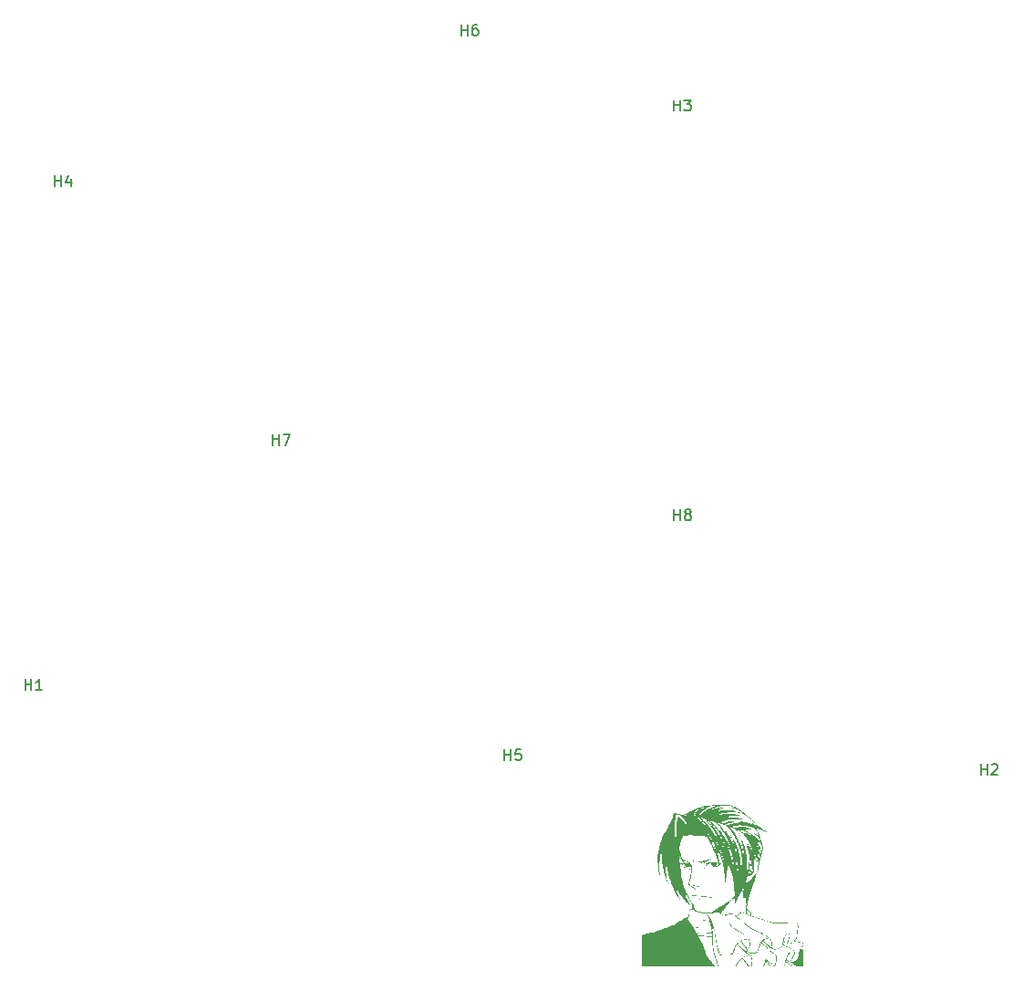
<source format=gto>
%TF.GenerationSoftware,KiCad,Pcbnew,(5.99.0-12766-g4a3658027e)*%
%TF.CreationDate,2021-10-23T13:20:50+09:00*%
%TF.ProjectId,top,746f702e-6b69-4636-9164-5f7063625858,rev?*%
%TF.SameCoordinates,Original*%
%TF.FileFunction,Legend,Top*%
%TF.FilePolarity,Positive*%
%FSLAX46Y46*%
G04 Gerber Fmt 4.6, Leading zero omitted, Abs format (unit mm)*
G04 Created by KiCad (PCBNEW (5.99.0-12766-g4a3658027e)) date 2021-10-23 13:20:50*
%MOMM*%
%LPD*%
G01*
G04 APERTURE LIST*
%ADD10C,0.150000*%
%ADD11C,5.700000*%
G04 APERTURE END LIST*
D10*
%TO.C,H5*%
X74238095Y-95852380D02*
X74238095Y-94852380D01*
X74238095Y-95328571D02*
X74809523Y-95328571D01*
X74809523Y-95852380D02*
X74809523Y-94852380D01*
X75761904Y-94852380D02*
X75285714Y-94852380D01*
X75238095Y-95328571D01*
X75285714Y-95280952D01*
X75380952Y-95233333D01*
X75619047Y-95233333D01*
X75714285Y-95280952D01*
X75761904Y-95328571D01*
X75809523Y-95423809D01*
X75809523Y-95661904D01*
X75761904Y-95757142D01*
X75714285Y-95804761D01*
X75619047Y-95852380D01*
X75380952Y-95852380D01*
X75285714Y-95804761D01*
X75238095Y-95757142D01*
%TO.C,H7*%
X52738095Y-66602380D02*
X52738095Y-65602380D01*
X52738095Y-66078571D02*
X53309523Y-66078571D01*
X53309523Y-66602380D02*
X53309523Y-65602380D01*
X53690476Y-65602380D02*
X54357142Y-65602380D01*
X53928571Y-66602380D01*
%TO.C,H3*%
X89988095Y-35602380D02*
X89988095Y-34602380D01*
X89988095Y-35078571D02*
X90559523Y-35078571D01*
X90559523Y-35602380D02*
X90559523Y-34602380D01*
X90940476Y-34602380D02*
X91559523Y-34602380D01*
X91226190Y-34983333D01*
X91369047Y-34983333D01*
X91464285Y-35030952D01*
X91511904Y-35078571D01*
X91559523Y-35173809D01*
X91559523Y-35411904D01*
X91511904Y-35507142D01*
X91464285Y-35554761D01*
X91369047Y-35602380D01*
X91083333Y-35602380D01*
X90988095Y-35554761D01*
X90940476Y-35507142D01*
%TO.C,H2*%
X118488095Y-97202380D02*
X118488095Y-96202380D01*
X118488095Y-96678571D02*
X119059523Y-96678571D01*
X119059523Y-97202380D02*
X119059523Y-96202380D01*
X119488095Y-96297619D02*
X119535714Y-96250000D01*
X119630952Y-96202380D01*
X119869047Y-96202380D01*
X119964285Y-96250000D01*
X120011904Y-96297619D01*
X120059523Y-96392857D01*
X120059523Y-96488095D01*
X120011904Y-96630952D01*
X119440476Y-97202380D01*
X120059523Y-97202380D01*
%TO.C,H6*%
X70238095Y-28602380D02*
X70238095Y-27602380D01*
X70238095Y-28078571D02*
X70809523Y-28078571D01*
X70809523Y-28602380D02*
X70809523Y-27602380D01*
X71714285Y-27602380D02*
X71523809Y-27602380D01*
X71428571Y-27650000D01*
X71380952Y-27697619D01*
X71285714Y-27840476D01*
X71238095Y-28030952D01*
X71238095Y-28411904D01*
X71285714Y-28507142D01*
X71333333Y-28554761D01*
X71428571Y-28602380D01*
X71619047Y-28602380D01*
X71714285Y-28554761D01*
X71761904Y-28507142D01*
X71809523Y-28411904D01*
X71809523Y-28173809D01*
X71761904Y-28078571D01*
X71714285Y-28030952D01*
X71619047Y-27983333D01*
X71428571Y-27983333D01*
X71333333Y-28030952D01*
X71285714Y-28078571D01*
X71238095Y-28173809D01*
%TO.C,H4*%
X32488095Y-42602380D02*
X32488095Y-41602380D01*
X32488095Y-42078571D02*
X33059523Y-42078571D01*
X33059523Y-42602380D02*
X33059523Y-41602380D01*
X33964285Y-41935714D02*
X33964285Y-42602380D01*
X33726190Y-41554761D02*
X33488095Y-42269047D01*
X34107142Y-42269047D01*
%TO.C,H1*%
X29738095Y-89352380D02*
X29738095Y-88352380D01*
X29738095Y-88828571D02*
X30309523Y-88828571D01*
X30309523Y-89352380D02*
X30309523Y-88352380D01*
X31309523Y-89352380D02*
X30738095Y-89352380D01*
X31023809Y-89352380D02*
X31023809Y-88352380D01*
X30928571Y-88495238D01*
X30833333Y-88590476D01*
X30738095Y-88638095D01*
%TO.C,H8*%
X89988095Y-73602380D02*
X89988095Y-72602380D01*
X89988095Y-73078571D02*
X90559523Y-73078571D01*
X90559523Y-73602380D02*
X90559523Y-72602380D01*
X91178571Y-73030952D02*
X91083333Y-72983333D01*
X91035714Y-72935714D01*
X90988095Y-72840476D01*
X90988095Y-72792857D01*
X91035714Y-72697619D01*
X91083333Y-72650000D01*
X91178571Y-72602380D01*
X91369047Y-72602380D01*
X91464285Y-72650000D01*
X91511904Y-72697619D01*
X91559523Y-72792857D01*
X91559523Y-72840476D01*
X91511904Y-72935714D01*
X91464285Y-72983333D01*
X91369047Y-73030952D01*
X91178571Y-73030952D01*
X91083333Y-73078571D01*
X91035714Y-73126190D01*
X90988095Y-73221428D01*
X90988095Y-73411904D01*
X91035714Y-73507142D01*
X91083333Y-73554761D01*
X91178571Y-73602380D01*
X91369047Y-73602380D01*
X91464285Y-73554761D01*
X91511904Y-73507142D01*
X91559523Y-73411904D01*
X91559523Y-73221428D01*
X91511904Y-73126190D01*
X91464285Y-73078571D01*
X91369047Y-73030952D01*
%TO.C,G\u002A\u002A\u002A*%
G36*
X94836840Y-105262014D02*
G01*
X94834489Y-105272196D01*
X94825422Y-105273432D01*
X94811324Y-105267166D01*
X94814003Y-105262014D01*
X94834330Y-105259964D01*
X94836840Y-105262014D01*
G37*
G36*
X94816521Y-112312880D02*
G01*
X94830751Y-112352523D01*
X94835056Y-112372440D01*
X94840321Y-112418202D01*
X94838487Y-112451819D01*
X94830781Y-112465307D01*
X94821969Y-112457552D01*
X94813374Y-112431684D01*
X94803340Y-112386061D01*
X94799834Y-112366309D01*
X94796355Y-112318953D01*
X94803486Y-112301417D01*
X94816521Y-112312880D01*
G37*
G36*
X97515829Y-102274286D02*
G01*
X97536358Y-102291961D01*
X97572734Y-102326568D01*
X97583075Y-102342684D01*
X97578658Y-102344377D01*
X97563212Y-102335746D01*
X97557249Y-102331532D01*
X97534156Y-102308530D01*
X97514949Y-102284693D01*
X97504483Y-102267798D01*
X97515829Y-102274286D01*
G37*
G36*
X96931600Y-113507639D02*
G01*
X96932097Y-113511733D01*
X96919064Y-113528363D01*
X96914970Y-113528861D01*
X96898340Y-113515827D01*
X96897842Y-113511733D01*
X96910876Y-113495103D01*
X96914970Y-113494606D01*
X96931600Y-113507639D01*
G37*
G36*
X101998996Y-113020059D02*
G01*
X101984568Y-113047067D01*
X101945981Y-113090472D01*
X101919206Y-113115871D01*
X101859991Y-113175599D01*
X101810443Y-113236740D01*
X101776015Y-113291696D01*
X101762159Y-113332867D01*
X101762101Y-113334829D01*
X101776830Y-113350426D01*
X101815828Y-113373324D01*
X101871214Y-113399010D01*
X101881718Y-113403339D01*
X102001399Y-113451787D01*
X102001821Y-115001821D01*
X101382723Y-115001821D01*
X101242677Y-114868437D01*
X101159476Y-114790599D01*
X101094970Y-114734312D01*
X101044248Y-114696307D01*
X101002398Y-114673314D01*
X100964507Y-114662063D01*
X100928483Y-114659272D01*
X100863313Y-114647774D01*
X100790189Y-114611081D01*
X100776980Y-114602530D01*
X100720107Y-114566546D01*
X100652747Y-114526629D01*
X100582022Y-114486661D01*
X100515053Y-114450525D01*
X100458963Y-114422102D01*
X100420875Y-114405276D01*
X100409775Y-114402360D01*
X100389952Y-114411144D01*
X100395926Y-114435717D01*
X100424636Y-114473413D01*
X100473020Y-114521566D01*
X100538018Y-114577510D01*
X100616569Y-114638579D01*
X100705612Y-114702105D01*
X100802085Y-114765423D01*
X100882433Y-114814064D01*
X100945959Y-114854441D01*
X100985088Y-114889774D01*
X101007182Y-114927859D01*
X101015193Y-114954720D01*
X101019118Y-114988814D01*
X101005241Y-115000950D01*
X100992766Y-115001821D01*
X100964970Y-114989711D01*
X100953902Y-114955274D01*
X100950912Y-114936614D01*
X100944017Y-114920254D01*
X100929024Y-114902885D01*
X100901742Y-114881199D01*
X100857979Y-114851887D01*
X100793541Y-114811642D01*
X100704239Y-114757156D01*
X100698181Y-114753473D01*
X100624042Y-114705657D01*
X100549929Y-114653302D01*
X100488661Y-114605592D01*
X100473617Y-114592586D01*
X100428325Y-114555764D01*
X100393203Y-114534483D01*
X100375934Y-114532640D01*
X100365453Y-114555757D01*
X100350517Y-114602879D01*
X100334066Y-114664566D01*
X100331338Y-114675791D01*
X100300283Y-114779971D01*
X100261752Y-114869468D01*
X100218709Y-114939479D01*
X100174114Y-114985197D01*
X100130931Y-115001818D01*
X100130357Y-115001821D01*
X100116742Y-114997314D01*
X100121472Y-114980756D01*
X100146882Y-114947587D01*
X100173920Y-114916823D01*
X100220276Y-114859961D01*
X100246488Y-114811187D01*
X100259333Y-114757407D01*
X100260318Y-114749831D01*
X100275460Y-114661888D01*
X100300906Y-114552834D01*
X100333665Y-114433125D01*
X100370743Y-114313219D01*
X100409148Y-114203572D01*
X100435266Y-114138416D01*
X100506424Y-113992718D01*
X100586164Y-113863587D01*
X100670970Y-113755637D01*
X100757322Y-113673483D01*
X100822188Y-113630946D01*
X100870263Y-113610096D01*
X100891772Y-113608692D01*
X100885978Y-113623676D01*
X100852140Y-113651990D01*
X100830728Y-113666274D01*
X100765294Y-113718383D01*
X100694300Y-113792247D01*
X100625874Y-113878219D01*
X100568145Y-113966654D01*
X100551059Y-113998194D01*
X100524634Y-114054055D01*
X100495873Y-114120638D01*
X100468226Y-114189161D01*
X100445142Y-114250846D01*
X100430070Y-114296910D01*
X100426096Y-114316276D01*
X100440108Y-114331436D01*
X100477202Y-114357160D01*
X100529964Y-114388409D01*
X100541706Y-114394858D01*
X100617707Y-114438055D01*
X100699560Y-114487612D01*
X100760081Y-114526562D01*
X100814197Y-114562021D01*
X100851487Y-114581261D01*
X100883470Y-114587300D01*
X100921663Y-114583155D01*
X100952542Y-114576996D01*
X101037806Y-114549713D01*
X101132482Y-114503838D01*
X101228545Y-114444919D01*
X101317971Y-114378502D01*
X101392736Y-114310132D01*
X101444815Y-114245358D01*
X101452983Y-114231086D01*
X101468264Y-114192312D01*
X101488258Y-114128214D01*
X101510610Y-114046988D01*
X101532965Y-113956829D01*
X101537868Y-113935653D01*
X101587416Y-113731147D01*
X101635882Y-113558014D01*
X101684447Y-113413445D01*
X101734292Y-113294634D01*
X101786599Y-113198772D01*
X101842548Y-113123053D01*
X101903319Y-113064668D01*
X101904638Y-113063621D01*
X101958301Y-113025716D01*
X101989997Y-113012069D01*
X101998996Y-113020059D01*
G37*
G36*
X93759115Y-104951814D02*
G01*
X93757180Y-104962037D01*
X93738377Y-104971122D01*
X93710817Y-104970939D01*
X93703112Y-104964390D01*
X93708750Y-104951484D01*
X93728254Y-104948011D01*
X93759115Y-104951814D01*
G37*
G36*
X92872893Y-101342684D02*
G01*
X92864329Y-101351248D01*
X92855765Y-101342684D01*
X92864329Y-101334120D01*
X92872893Y-101342684D01*
G37*
G36*
X100566085Y-111819381D02*
G01*
X100612569Y-111850943D01*
X100657827Y-111889749D01*
X100691651Y-111929547D01*
X100700776Y-111946259D01*
X100714281Y-111984766D01*
X100714638Y-112001042D01*
X100701799Y-112004511D01*
X100700461Y-112004518D01*
X100684117Y-111990010D01*
X100673177Y-111962749D01*
X100654186Y-111929348D01*
X100616442Y-111887740D01*
X100584403Y-111859985D01*
X100540404Y-111822885D01*
X100524109Y-111803294D01*
X100533381Y-111801898D01*
X100566085Y-111819381D01*
G37*
G36*
X100494606Y-111773298D02*
G01*
X100486042Y-111781861D01*
X100477478Y-111773298D01*
X100486042Y-111764734D01*
X100494606Y-111773298D01*
G37*
G36*
X97224929Y-114582198D02*
G01*
X97230328Y-114629115D01*
X97232618Y-114698816D01*
X97231589Y-114779954D01*
X97229478Y-114826264D01*
X97224198Y-114905788D01*
X97218616Y-114957090D01*
X97211276Y-114986184D01*
X97200721Y-114999084D01*
X97186963Y-115001821D01*
X97160616Y-114989603D01*
X97155051Y-114963284D01*
X97158682Y-114927441D01*
X97167912Y-114870520D01*
X97180743Y-114804862D01*
X97194370Y-114729080D01*
X97204334Y-114652263D01*
X97208106Y-114599332D01*
X97210076Y-114513689D01*
X97224929Y-114582198D01*
G37*
G36*
X96790983Y-114000471D02*
G01*
X96797097Y-114009984D01*
X96772729Y-114021377D01*
X96716104Y-114035471D01*
X96714467Y-114035820D01*
X96617793Y-114063958D01*
X96519864Y-114105122D01*
X96435686Y-114152662D01*
X96411658Y-114170040D01*
X96398464Y-114182916D01*
X96395923Y-114197594D01*
X96407096Y-114219452D01*
X96435045Y-114253872D01*
X96482830Y-114306231D01*
X96499045Y-114323623D01*
X96552768Y-114384538D01*
X96618891Y-114464656D01*
X96690272Y-114555047D01*
X96759767Y-114646781D01*
X96783882Y-114679704D01*
X96842353Y-114760262D01*
X96896368Y-114834429D01*
X96941589Y-114896266D01*
X96973679Y-114939837D01*
X96984809Y-114954720D01*
X97020592Y-115001821D01*
X96972063Y-115000873D01*
X96953772Y-114999918D01*
X96937309Y-114995580D01*
X96919665Y-114984470D01*
X96897832Y-114963197D01*
X96868800Y-114928372D01*
X96829562Y-114876604D01*
X96777110Y-114804503D01*
X96708435Y-114708678D01*
X96690445Y-114683510D01*
X96600838Y-114560807D01*
X96519710Y-114455013D01*
X96449073Y-114368492D01*
X96390941Y-114303609D01*
X96347326Y-114262730D01*
X96320242Y-114248218D01*
X96319905Y-114248213D01*
X96295279Y-114260531D01*
X96254139Y-114293873D01*
X96201751Y-114342818D01*
X96143376Y-114401946D01*
X96084277Y-114465840D01*
X96029719Y-114529078D01*
X95984964Y-114586241D01*
X95968254Y-114610320D01*
X95927455Y-114678224D01*
X95886946Y-114758019D01*
X95843240Y-114857033D01*
X95800384Y-114963284D01*
X95773359Y-114995201D01*
X95748838Y-115001821D01*
X95722075Y-114993948D01*
X95721749Y-114977415D01*
X95810543Y-114770553D01*
X95908171Y-114592859D01*
X96018233Y-114439648D01*
X96144327Y-114306238D01*
X96290051Y-114187944D01*
X96369614Y-114134141D01*
X96454820Y-114085940D01*
X96544873Y-114045583D01*
X96632314Y-114015439D01*
X96709685Y-113997873D01*
X96769524Y-113995251D01*
X96790983Y-114000471D01*
G37*
G36*
X92653382Y-111408459D02*
G01*
X92680954Y-111417066D01*
X92684491Y-111422185D01*
X92669183Y-111432399D01*
X92630451Y-111438526D01*
X92607418Y-111439312D01*
X92561453Y-111435910D01*
X92533881Y-111427303D01*
X92530344Y-111422185D01*
X92545652Y-111411970D01*
X92584384Y-111405843D01*
X92607418Y-111405057D01*
X92653382Y-111408459D01*
G37*
G36*
X91125894Y-101685233D02*
G01*
X91117330Y-101693796D01*
X91108766Y-101685233D01*
X91117330Y-101676669D01*
X91125894Y-101685233D01*
G37*
G36*
X92815039Y-105864099D02*
G01*
X92856023Y-105880601D01*
X92881056Y-105889512D01*
X92883548Y-105890020D01*
X92889853Y-105903286D01*
X92890020Y-105907148D01*
X92877301Y-105922315D01*
X92841707Y-105916468D01*
X92800101Y-105897351D01*
X92761951Y-105870979D01*
X92755067Y-105854241D01*
X92777268Y-105851988D01*
X92815039Y-105864099D01*
G37*
G36*
X96246999Y-103260958D02*
G01*
X96238436Y-103269521D01*
X96229872Y-103260958D01*
X96238436Y-103252394D01*
X96246999Y-103260958D01*
G37*
G36*
X91841628Y-108370958D02*
G01*
X91932161Y-108396296D01*
X92053133Y-108413852D01*
X92201543Y-108423276D01*
X92304328Y-108424882D01*
X92416910Y-108427956D01*
X92546828Y-108436361D01*
X92677797Y-108448871D01*
X92759341Y-108459125D01*
X92867779Y-108475254D01*
X92983432Y-108493816D01*
X93101459Y-108513891D01*
X93217020Y-108534559D01*
X93325276Y-108554898D01*
X93421384Y-108573987D01*
X93500506Y-108590906D01*
X93557799Y-108604734D01*
X93588425Y-108614551D01*
X93592232Y-108617566D01*
X93577149Y-108625865D01*
X93538995Y-108628591D01*
X93488451Y-108626027D01*
X93436196Y-108618457D01*
X93412407Y-108612783D01*
X93363824Y-108602437D01*
X93286983Y-108590208D01*
X93187786Y-108576730D01*
X93072139Y-108562638D01*
X92945944Y-108548570D01*
X92815106Y-108535159D01*
X92685527Y-108523041D01*
X92563113Y-108512851D01*
X92453766Y-108505225D01*
X92376197Y-108501261D01*
X92268261Y-108495947D01*
X92160212Y-108488659D01*
X92061982Y-108480199D01*
X91983504Y-108471368D01*
X91956812Y-108467409D01*
X91874742Y-108456091D01*
X91822520Y-108454843D01*
X91798746Y-108462192D01*
X91773131Y-108467993D01*
X91729665Y-108465625D01*
X91680021Y-108457306D01*
X91635873Y-108445248D01*
X91608893Y-108431668D01*
X91605462Y-108425518D01*
X91620406Y-108413796D01*
X91659110Y-108396876D01*
X91700327Y-108382605D01*
X91764519Y-108365666D01*
X91809823Y-108362995D01*
X91841628Y-108370958D01*
G37*
G36*
X92240745Y-107523839D02*
G01*
X92297793Y-107535789D01*
X92340084Y-107550830D01*
X92360320Y-107565864D01*
X92358574Y-107573841D01*
X92338899Y-107578188D01*
X92293571Y-107583474D01*
X92231140Y-107588761D01*
X92208248Y-107590345D01*
X92138432Y-107594196D01*
X92096425Y-107593940D01*
X92075938Y-107588715D01*
X92070679Y-107577658D01*
X92071395Y-107571592D01*
X92093263Y-107542074D01*
X92140519Y-107524264D01*
X92205665Y-107520276D01*
X92240745Y-107523839D01*
G37*
G36*
X95100512Y-110974791D02*
G01*
X95118270Y-110993999D01*
X95154122Y-111029347D01*
X95175429Y-111036943D01*
X95179183Y-111032536D01*
X95196633Y-111012715D01*
X95202931Y-111011126D01*
X95220419Y-111025066D01*
X95245455Y-111059829D01*
X95271917Y-111104826D01*
X95293684Y-111149469D01*
X95304636Y-111183172D01*
X95304990Y-111187661D01*
X95318519Y-111210931D01*
X95353741Y-111243576D01*
X95395967Y-111273800D01*
X95445019Y-111306889D01*
X95512482Y-111354710D01*
X95589684Y-111411016D01*
X95667955Y-111469562D01*
X95672627Y-111473109D01*
X95784404Y-111552521D01*
X95904437Y-111628469D01*
X96017922Y-111691700D01*
X96039810Y-111702630D01*
X96123502Y-111745539D01*
X96206487Y-111791745D01*
X96277591Y-111834848D01*
X96315509Y-111860623D01*
X96379605Y-111907348D01*
X96454949Y-111961378D01*
X96521039Y-112008070D01*
X96601634Y-112070986D01*
X96689634Y-112150492D01*
X96777739Y-112238962D01*
X96858653Y-112328769D01*
X96925075Y-112412287D01*
X96963358Y-112470289D01*
X97017218Y-112592952D01*
X97052832Y-112737504D01*
X97068308Y-112895736D01*
X97068819Y-112927939D01*
X97067454Y-112994940D01*
X97060555Y-113045692D01*
X97044471Y-113093637D01*
X97015556Y-113152214D01*
X97000318Y-113180289D01*
X96965921Y-113250199D01*
X96938050Y-113320106D01*
X96921985Y-113376514D01*
X96920852Y-113383465D01*
X96909739Y-113440406D01*
X96897824Y-113466451D01*
X96887575Y-113460883D01*
X96881460Y-113422982D01*
X96880715Y-113395153D01*
X96886850Y-113332257D01*
X96907519Y-113264380D01*
X96942700Y-113186905D01*
X96973507Y-113122412D01*
X96991899Y-113071874D01*
X97000941Y-113021612D01*
X97003697Y-112957949D01*
X97003663Y-112914847D01*
X96996897Y-112776818D01*
X96979405Y-112653177D01*
X96952435Y-112549802D01*
X96917233Y-112472575D01*
X96906559Y-112457073D01*
X96876845Y-112421809D01*
X96829022Y-112369201D01*
X96769351Y-112305978D01*
X96704094Y-112238871D01*
X96694772Y-112229452D01*
X96506519Y-112060323D01*
X96289589Y-111902669D01*
X96048558Y-111759746D01*
X95995634Y-111732075D01*
X95911849Y-111686614D01*
X95827017Y-111636176D01*
X95753315Y-111588198D01*
X95718034Y-111562547D01*
X95652999Y-111512043D01*
X95580662Y-111456063D01*
X95507083Y-111399274D01*
X95438320Y-111346342D01*
X95380434Y-111301933D01*
X95339482Y-111270713D01*
X95324503Y-111259474D01*
X95285131Y-111225604D01*
X95237113Y-111177144D01*
X95186135Y-111120813D01*
X95137882Y-111063328D01*
X95098042Y-111011405D01*
X95072300Y-110971763D01*
X95065667Y-110953704D01*
X95075632Y-110953474D01*
X95100512Y-110974791D01*
G37*
G36*
X100869901Y-114941757D02*
G01*
X100871409Y-114946354D01*
X100856665Y-114961703D01*
X100824309Y-114972584D01*
X100770963Y-114984209D01*
X100734390Y-114993609D01*
X100691571Y-115005728D01*
X100729023Y-114977872D01*
X100767307Y-114956540D01*
X100810825Y-114941799D01*
X100848661Y-114936067D01*
X100869901Y-114941757D01*
G37*
G36*
X92375699Y-110613101D02*
G01*
X92376197Y-110617195D01*
X92363163Y-110633825D01*
X92359070Y-110634322D01*
X92342440Y-110621289D01*
X92341942Y-110617195D01*
X92354976Y-110600565D01*
X92359070Y-110600068D01*
X92375699Y-110613101D01*
G37*
G36*
X92434490Y-108758567D02*
G01*
X92500277Y-108762479D01*
X92560984Y-108768481D01*
X92607745Y-108776000D01*
X92631695Y-108784460D01*
X92633109Y-108787016D01*
X92618480Y-108798182D01*
X92591691Y-108801686D01*
X92549560Y-108804559D01*
X92527463Y-108808893D01*
X92494816Y-108811789D01*
X92487525Y-108810203D01*
X92462278Y-108805220D01*
X92414490Y-108798375D01*
X92368455Y-108792768D01*
X92313171Y-108784939D01*
X92288748Y-108776864D01*
X92291808Y-108767266D01*
X92295293Y-108765123D01*
X92323133Y-108759315D01*
X92372487Y-108757321D01*
X92434490Y-108758567D01*
G37*
G36*
X90857227Y-105679437D02*
G01*
X90912655Y-105718221D01*
X90974969Y-105748306D01*
X90992872Y-105754114D01*
X91046643Y-105769817D01*
X91091199Y-105784735D01*
X91100202Y-105788259D01*
X91145962Y-105804117D01*
X91168712Y-105810077D01*
X91171682Y-105813924D01*
X91146005Y-105816700D01*
X91100202Y-105817771D01*
X91032870Y-105815559D01*
X90970097Y-105809628D01*
X90939708Y-105804371D01*
X90868706Y-105772571D01*
X90822173Y-105717020D01*
X90807208Y-105675927D01*
X90794657Y-105624545D01*
X90857227Y-105679437D01*
G37*
G36*
X96931901Y-114004553D02*
G01*
X96932097Y-114008429D01*
X96918930Y-114024898D01*
X96913959Y-114025556D01*
X96903730Y-114015064D01*
X96906406Y-114008429D01*
X96921797Y-113992090D01*
X96924544Y-113991302D01*
X96931901Y-114004553D01*
G37*
G36*
X94031826Y-109963202D02*
G01*
X93955453Y-109954027D01*
X93902094Y-109950337D01*
X93860793Y-109953204D01*
X93820595Y-109963697D01*
X93770544Y-109982888D01*
X93751795Y-109990572D01*
X93659335Y-110027875D01*
X93587433Y-110053901D01*
X93525230Y-110071016D01*
X93461866Y-110081590D01*
X93386479Y-110087991D01*
X93288210Y-110092588D01*
X93283052Y-110092791D01*
X93198261Y-110096163D01*
X93126859Y-110099082D01*
X93075252Y-110101279D01*
X93049845Y-110102487D01*
X93048332Y-110102605D01*
X93056652Y-110115044D01*
X93082613Y-110147854D01*
X93121638Y-110195333D01*
X93148624Y-110227546D01*
X93229636Y-110326023D01*
X93297890Y-110415627D01*
X93356262Y-110501981D01*
X93407624Y-110590713D01*
X93454853Y-110687448D01*
X93500821Y-110797812D01*
X93548403Y-110927432D01*
X93600474Y-111081933D01*
X93627096Y-111164064D01*
X93669478Y-111300491D01*
X93704113Y-111421269D01*
X93730441Y-111523715D01*
X93747906Y-111605146D01*
X93755948Y-111662878D01*
X93754008Y-111694230D01*
X93741529Y-111696517D01*
X93737119Y-111692659D01*
X93729301Y-111673934D01*
X93713569Y-111628021D01*
X93691761Y-111560570D01*
X93665715Y-111477232D01*
X93645649Y-111411484D01*
X93593059Y-111241628D01*
X93542777Y-111087169D01*
X93495755Y-110950570D01*
X93452944Y-110834292D01*
X93415295Y-110740799D01*
X93383759Y-110672551D01*
X93359286Y-110632010D01*
X93342829Y-110621640D01*
X93341028Y-110622919D01*
X93342032Y-110642076D01*
X93352532Y-110684996D01*
X93370383Y-110743222D01*
X93375049Y-110757143D01*
X93440213Y-110979554D01*
X93494564Y-111230248D01*
X93537516Y-111504814D01*
X93568484Y-111798841D01*
X93586880Y-112107918D01*
X93592204Y-112390335D01*
X93593257Y-112499461D01*
X93596132Y-112608375D01*
X93600451Y-112707457D01*
X93605837Y-112787086D01*
X93609044Y-112818521D01*
X93616943Y-112886981D01*
X93626791Y-112978674D01*
X93637454Y-113082716D01*
X93647798Y-113188226D01*
X93650055Y-113212003D01*
X93661350Y-113314338D01*
X93675435Y-113415797D01*
X93690710Y-113506186D01*
X93705572Y-113575311D01*
X93709248Y-113588807D01*
X93761022Y-113765858D01*
X93804802Y-113914531D01*
X93841999Y-114039387D01*
X93874024Y-114144984D01*
X93902287Y-114235884D01*
X93928198Y-114316647D01*
X93953168Y-114391834D01*
X93978608Y-114466004D01*
X93995309Y-114513689D01*
X94030444Y-114612726D01*
X94065612Y-114710724D01*
X94097475Y-114798460D01*
X94122697Y-114866709D01*
X94130073Y-114886211D01*
X94174284Y-115001821D01*
X94135368Y-115001821D01*
X94122274Y-115001876D01*
X94111355Y-114999564D01*
X94100898Y-114991167D01*
X94089187Y-114972966D01*
X94074510Y-114941244D01*
X94055153Y-114892283D01*
X94029402Y-114822365D01*
X93995542Y-114727772D01*
X93951861Y-114604787D01*
X93950226Y-114600182D01*
X93804764Y-114152348D01*
X93679965Y-113687821D01*
X93627968Y-113460351D01*
X93608526Y-113358632D01*
X93588073Y-113231803D01*
X93567744Y-113088940D01*
X93548677Y-112939120D01*
X93532007Y-112791420D01*
X93518871Y-112654917D01*
X93510405Y-112538687D01*
X93508973Y-112509778D01*
X93498045Y-112252866D01*
X93378153Y-112249261D01*
X93264484Y-112244715D01*
X93138024Y-112237772D01*
X93006221Y-112229018D01*
X92876522Y-112219036D01*
X92756374Y-112208415D01*
X92653223Y-112197738D01*
X92574518Y-112187591D01*
X92556035Y-112184608D01*
X92440482Y-112166191D01*
X92356865Y-112156673D01*
X92304059Y-112155986D01*
X92280939Y-112164058D01*
X92279691Y-112167229D01*
X92286326Y-112186980D01*
X92306184Y-112232639D01*
X92337083Y-112299518D01*
X92376842Y-112382927D01*
X92423278Y-112478181D01*
X92443130Y-112518341D01*
X92537857Y-112717248D01*
X92637266Y-112940680D01*
X92737746Y-113179929D01*
X92835688Y-113426285D01*
X92927481Y-113671036D01*
X92968431Y-113785772D01*
X93004504Y-113887613D01*
X93033558Y-113964319D01*
X93059699Y-114023155D01*
X93087033Y-114071384D01*
X93119668Y-114116270D01*
X93161708Y-114165076D01*
X93216041Y-114223762D01*
X93255106Y-114267478D01*
X93311330Y-114333094D01*
X93380631Y-114415636D01*
X93458927Y-114510129D01*
X93542138Y-114611599D01*
X93626182Y-114715072D01*
X93706978Y-114815573D01*
X93780443Y-114908127D01*
X93836839Y-114980411D01*
X93832908Y-114983012D01*
X93816149Y-114985406D01*
X93785368Y-114987602D01*
X93739372Y-114989606D01*
X93676971Y-114991427D01*
X93596971Y-114993071D01*
X93498181Y-114994547D01*
X93379408Y-114995862D01*
X93239460Y-114997023D01*
X93077144Y-114998037D01*
X92891269Y-114998913D01*
X92680642Y-114999657D01*
X92444071Y-115000278D01*
X92180363Y-115000782D01*
X91888327Y-115001178D01*
X91566770Y-115001472D01*
X91214501Y-115001672D01*
X90830326Y-115001786D01*
X90425766Y-115001821D01*
X86998180Y-115001821D01*
X86998180Y-112095966D01*
X87182300Y-112039339D01*
X87283761Y-112009298D01*
X87399616Y-111976779D01*
X87510887Y-111947054D01*
X87554821Y-111935890D01*
X87781730Y-111877608D01*
X88012013Y-111814895D01*
X88243074Y-111748678D01*
X88472318Y-111679884D01*
X88697147Y-111609439D01*
X88914966Y-111538270D01*
X89123178Y-111467303D01*
X89319186Y-111397465D01*
X89500395Y-111329683D01*
X89664207Y-111264882D01*
X89808027Y-111203991D01*
X89929258Y-111147934D01*
X90025304Y-111097640D01*
X90093568Y-111054033D01*
X90131454Y-111018042D01*
X90132901Y-111015833D01*
X90162236Y-110985921D01*
X90219655Y-110946065D01*
X90306505Y-110895408D01*
X90405413Y-110842733D01*
X90507266Y-110788282D01*
X90615738Y-110727307D01*
X90719262Y-110666488D01*
X90806268Y-110612504D01*
X90822851Y-110601676D01*
X90855021Y-110581053D01*
X91264723Y-110581053D01*
X91276383Y-110621150D01*
X91290510Y-110635904D01*
X91331620Y-110676915D01*
X91385655Y-110740823D01*
X91447811Y-110821216D01*
X91513282Y-110911683D01*
X91577262Y-111005812D01*
X91629500Y-111088200D01*
X91674755Y-111160943D01*
X91715609Y-111223703D01*
X91747859Y-111270215D01*
X91767298Y-111294214D01*
X91768467Y-111295206D01*
X91793595Y-111304141D01*
X91845834Y-111315842D01*
X91918286Y-111328979D01*
X92004054Y-111342221D01*
X92033086Y-111346250D01*
X92119073Y-111358733D01*
X92191451Y-111370912D01*
X92244168Y-111381639D01*
X92271171Y-111389763D01*
X92273432Y-111391874D01*
X92268052Y-111399678D01*
X92248882Y-111403274D01*
X92211384Y-111402470D01*
X92151016Y-111397076D01*
X92063239Y-111386902D01*
X92016521Y-111381084D01*
X91941449Y-111372335D01*
X91879369Y-111366452D01*
X91837886Y-111364075D01*
X91824842Y-111364990D01*
X91827858Y-111381526D01*
X91845416Y-111420890D01*
X91874399Y-111476559D01*
X91899423Y-111521057D01*
X91942292Y-111596384D01*
X91983948Y-111671595D01*
X92017800Y-111734714D01*
X92028827Y-111756170D01*
X92057999Y-111810168D01*
X92085898Y-111855186D01*
X92098945Y-111872602D01*
X92122170Y-111907746D01*
X92129948Y-111929743D01*
X92141338Y-111959392D01*
X92165492Y-112003172D01*
X92177624Y-112022288D01*
X92194596Y-112047500D01*
X92210792Y-112066419D01*
X92231380Y-112080481D01*
X92261527Y-112091120D01*
X92306400Y-112099772D01*
X92371168Y-112107872D01*
X92460998Y-112116855D01*
X92547471Y-112124991D01*
X92728391Y-112141376D01*
X92882329Y-112153866D01*
X93016284Y-112162909D01*
X93137253Y-112168949D01*
X93252232Y-112172434D01*
X93305035Y-112173301D01*
X93390584Y-112174106D01*
X93447950Y-112173277D01*
X93483202Y-112169734D01*
X93502406Y-112162393D01*
X93511631Y-112150172D01*
X93516025Y-112135672D01*
X93519149Y-112096934D01*
X93516608Y-112039259D01*
X93511546Y-111994371D01*
X93501729Y-111937401D01*
X93490824Y-111907311D01*
X93475228Y-111896820D01*
X93463266Y-111896773D01*
X93434052Y-111898982D01*
X93378222Y-111902466D01*
X93303371Y-111906776D01*
X93217095Y-111911462D01*
X93202596Y-111912224D01*
X93103559Y-111916516D01*
X93035182Y-111917231D01*
X92994045Y-111914252D01*
X92976728Y-111907458D01*
X92975658Y-111904359D01*
X92991087Y-111891197D01*
X93031038Y-111884832D01*
X93041266Y-111884626D01*
X93087060Y-111881629D01*
X93151909Y-111873603D01*
X93227795Y-111861994D01*
X93306704Y-111848248D01*
X93380619Y-111833810D01*
X93441525Y-111820127D01*
X93481404Y-111808645D01*
X93492002Y-111803319D01*
X93496661Y-111780768D01*
X93497006Y-111733150D01*
X93493838Y-111669268D01*
X93487957Y-111597926D01*
X93480163Y-111527926D01*
X93471257Y-111468073D01*
X93462039Y-111427171D01*
X93456743Y-111415450D01*
X93447372Y-111392772D01*
X93432103Y-111342990D01*
X93412700Y-111272386D01*
X93390926Y-111187242D01*
X93379282Y-111139433D01*
X93352114Y-111026881D01*
X93330821Y-110943196D01*
X93313432Y-110883904D01*
X93297973Y-110844530D01*
X93282471Y-110820596D01*
X93264954Y-110807629D01*
X93243447Y-110801152D01*
X93229076Y-110798715D01*
X93188341Y-110792437D01*
X93123931Y-110782531D01*
X93046030Y-110770564D01*
X92992785Y-110762391D01*
X92924083Y-110750897D01*
X92841167Y-110735572D01*
X92750635Y-110717808D01*
X92659083Y-110698999D01*
X92573109Y-110680537D01*
X92499309Y-110663816D01*
X92444279Y-110650229D01*
X92414617Y-110641168D01*
X92411879Y-110639729D01*
X92413693Y-110625439D01*
X92414680Y-110624385D01*
X92434574Y-110623370D01*
X92480561Y-110628413D01*
X92545209Y-110638540D01*
X92601655Y-110648921D01*
X92754395Y-110677579D01*
X92883718Y-110699228D01*
X92999394Y-110715344D01*
X93111191Y-110727405D01*
X93134086Y-110729474D01*
X93200624Y-110734899D01*
X93240096Y-110735696D01*
X93259552Y-110730327D01*
X93266043Y-110717256D01*
X93266639Y-110700563D01*
X93261593Y-110660587D01*
X93248975Y-110604624D01*
X93240466Y-110574376D01*
X93221497Y-110510480D01*
X93203835Y-110448787D01*
X93198068Y-110427835D01*
X93180926Y-110388661D01*
X93148572Y-110333131D01*
X93106760Y-110269424D01*
X93061245Y-110205721D01*
X93017782Y-110150200D01*
X92982125Y-110111041D01*
X92966369Y-110098514D01*
X92938676Y-110091200D01*
X92886308Y-110083721D01*
X92818816Y-110077336D01*
X92791573Y-110075481D01*
X92710222Y-110068337D01*
X92630100Y-110057632D01*
X92566129Y-110045433D01*
X92556035Y-110042846D01*
X92495475Y-110027703D01*
X92417608Y-110010243D01*
X92338854Y-109994142D01*
X92335690Y-109993535D01*
X92261868Y-109976671D01*
X92192815Y-109956243D01*
X92142359Y-109936393D01*
X92138725Y-109934523D01*
X92007192Y-109866391D01*
X91882917Y-109805983D01*
X91772423Y-109756314D01*
X91682234Y-109720397D01*
X91655507Y-109711259D01*
X91590133Y-109704161D01*
X91524570Y-109719308D01*
X91471332Y-109752551D01*
X91450658Y-109779178D01*
X91443393Y-109808761D01*
X91436584Y-109865596D01*
X91430837Y-109942679D01*
X91426757Y-110033009D01*
X91425843Y-110066090D01*
X91422906Y-110158006D01*
X91418770Y-110239765D01*
X91413910Y-110304244D01*
X91408798Y-110344324D01*
X91406870Y-110351720D01*
X91388898Y-110383339D01*
X91356372Y-110428945D01*
X91328302Y-110464150D01*
X91281835Y-110529602D01*
X91264723Y-110581053D01*
X90855021Y-110581053D01*
X90921087Y-110538700D01*
X90998510Y-110494341D01*
X91061118Y-110465895D01*
X91114908Y-110450659D01*
X91165880Y-110445930D01*
X91168401Y-110445921D01*
X91208529Y-110439304D01*
X91244496Y-110414856D01*
X91278585Y-110376659D01*
X91313503Y-110328928D01*
X91338304Y-110281767D01*
X91354790Y-110227741D01*
X91364763Y-110159417D01*
X91370026Y-110069361D01*
X91371832Y-109992043D01*
X91375010Y-109883991D01*
X91382648Y-109804209D01*
X91397712Y-109746743D01*
X91423170Y-109705640D01*
X91461989Y-109674949D01*
X91517136Y-109648716D01*
X91549099Y-109636397D01*
X91608997Y-109614152D01*
X91772752Y-109614152D01*
X91777264Y-109659943D01*
X91791553Y-109682662D01*
X91821992Y-109705760D01*
X91839249Y-109705328D01*
X91837259Y-109681801D01*
X91836312Y-109679467D01*
X91822154Y-109637514D01*
X91815356Y-109610958D01*
X91801941Y-109577934D01*
X91786382Y-109578133D01*
X91773339Y-109611207D01*
X91772752Y-109614152D01*
X91608997Y-109614152D01*
X91665408Y-109593202D01*
X91659624Y-109398692D01*
X91656529Y-109312878D01*
X91651938Y-109252117D01*
X91643841Y-109207211D01*
X91630233Y-109168962D01*
X91609103Y-109128172D01*
X91595396Y-109104471D01*
X91565819Y-109052122D01*
X91544799Y-109011316D01*
X91536952Y-108991127D01*
X91529088Y-108970690D01*
X91508239Y-108928750D01*
X91478520Y-108873485D01*
X91470788Y-108859617D01*
X91432598Y-108791577D01*
X91385274Y-108707259D01*
X91336445Y-108620259D01*
X91313305Y-108579029D01*
X91266728Y-108494340D01*
X91214149Y-108395954D01*
X91158958Y-108290506D01*
X91104546Y-108184629D01*
X91054305Y-108084960D01*
X91011624Y-107998131D01*
X90979896Y-107930778D01*
X90967534Y-107902495D01*
X90950115Y-107862168D01*
X90941680Y-107851307D01*
X90938777Y-107867461D01*
X90938374Y-107881808D01*
X90945288Y-107969883D01*
X90967369Y-108082065D01*
X91002513Y-108212876D01*
X91048621Y-108356836D01*
X91103591Y-108508469D01*
X91165320Y-108662296D01*
X91231709Y-108812840D01*
X91300655Y-108954621D01*
X91370056Y-109082163D01*
X91437812Y-109189987D01*
X91443172Y-109197702D01*
X91482116Y-109255068D01*
X91510423Y-109300280D01*
X91524501Y-109327383D01*
X91524492Y-109332482D01*
X91506318Y-109322419D01*
X91467720Y-109295372D01*
X91414948Y-109255852D01*
X91372086Y-109222522D01*
X91290889Y-109151343D01*
X91194763Y-109055118D01*
X91086938Y-108937847D01*
X90970645Y-108803530D01*
X90849116Y-108656165D01*
X90725580Y-108499753D01*
X90603268Y-108338294D01*
X90485412Y-108175785D01*
X90375241Y-108016228D01*
X90281544Y-107872460D01*
X90182238Y-107714896D01*
X90193116Y-107791568D01*
X90204395Y-107854415D01*
X90220789Y-107927647D01*
X90229754Y-107962441D01*
X90250222Y-108027245D01*
X90281944Y-108115562D01*
X90321835Y-108219795D01*
X90366812Y-108332346D01*
X90413791Y-108445619D01*
X90459688Y-108552015D01*
X90501419Y-108643939D01*
X90530695Y-108703825D01*
X90560474Y-108764364D01*
X90581608Y-108812715D01*
X90590979Y-108841477D01*
X90590617Y-108845976D01*
X90583503Y-108847285D01*
X90571666Y-108838871D01*
X90553356Y-108818234D01*
X90526825Y-108782875D01*
X90490321Y-108730292D01*
X90442094Y-108657985D01*
X90380395Y-108563453D01*
X90303473Y-108444197D01*
X90238381Y-108342712D01*
X90175741Y-108241213D01*
X90115688Y-108135637D01*
X90056464Y-108022122D01*
X89996312Y-107896807D01*
X89933472Y-107755828D01*
X89866186Y-107595325D01*
X89792696Y-107411436D01*
X89711245Y-107200297D01*
X89676549Y-107108696D01*
X89612192Y-106925783D01*
X89548408Y-106721697D01*
X89487134Y-106504305D01*
X89430306Y-106281472D01*
X89379858Y-106061065D01*
X89337726Y-105850952D01*
X89305846Y-105658998D01*
X89290802Y-105540911D01*
X89279929Y-105451482D01*
X89270201Y-105395973D01*
X89261672Y-105374068D01*
X89254391Y-105385448D01*
X89248410Y-105429797D01*
X89243781Y-105506797D01*
X89240555Y-105616132D01*
X89238784Y-105757484D01*
X89238437Y-105864329D01*
X89238996Y-106016583D01*
X89241029Y-106141736D01*
X89244915Y-106246924D01*
X89251032Y-106339286D01*
X89259756Y-106425956D01*
X89271466Y-106514072D01*
X89273581Y-106528372D01*
X89288624Y-106617733D01*
X89308658Y-106720645D01*
X89332124Y-106830587D01*
X89357462Y-106941041D01*
X89383111Y-107045487D01*
X89407513Y-107137405D01*
X89429107Y-107210276D01*
X89446335Y-107257581D01*
X89449684Y-107264476D01*
X89458852Y-107290563D01*
X89450218Y-107295375D01*
X89430141Y-107281918D01*
X89404984Y-107253197D01*
X89395353Y-107238807D01*
X89375946Y-107198632D01*
X89349025Y-107130342D01*
X89316137Y-107038854D01*
X89278828Y-106929089D01*
X89238644Y-106805964D01*
X89197132Y-106674400D01*
X89155838Y-106539316D01*
X89116309Y-106405629D01*
X89080091Y-106278260D01*
X89048729Y-106162127D01*
X89023771Y-106062150D01*
X89019049Y-106041740D01*
X88969577Y-105809162D01*
X88932550Y-105598644D01*
X88906972Y-105400738D01*
X88891850Y-105205996D01*
X88886187Y-105004968D01*
X88886577Y-104972050D01*
X90462430Y-104972050D01*
X90463213Y-104990827D01*
X90471071Y-105036888D01*
X90484823Y-105104272D01*
X90503288Y-105187019D01*
X90514350Y-105234099D01*
X90536269Y-105329342D01*
X90553075Y-105412799D01*
X90565898Y-105493126D01*
X90575864Y-105578976D01*
X90584100Y-105679005D01*
X90591735Y-105801866D01*
X90594223Y-105847202D01*
X90604994Y-106035716D01*
X90615694Y-106195586D01*
X90626908Y-106332416D01*
X90639222Y-106451812D01*
X90653219Y-106559377D01*
X90669486Y-106660717D01*
X90688608Y-106761436D01*
X90690780Y-106772084D01*
X90732065Y-106951448D01*
X90784795Y-107147146D01*
X90844791Y-107345028D01*
X90907874Y-107530944D01*
X90941171Y-107619892D01*
X90976174Y-107709814D01*
X91012912Y-107804264D01*
X91045885Y-107889103D01*
X91061061Y-107928186D01*
X91091971Y-108001463D01*
X91132998Y-108090110D01*
X91177354Y-108179707D01*
X91198121Y-108219353D01*
X91241161Y-108299724D01*
X91293642Y-108397835D01*
X91348889Y-108501196D01*
X91399602Y-108596157D01*
X91450492Y-108690257D01*
X91505063Y-108789105D01*
X91556838Y-108881084D01*
X91599342Y-108954574D01*
X91600087Y-108955833D01*
X91708417Y-109145276D01*
X91796284Y-109313048D01*
X91862978Y-109457721D01*
X91904267Y-109566862D01*
X91945273Y-109670196D01*
X91995704Y-109748698D01*
X92062008Y-109808429D01*
X92150630Y-109855446D01*
X92247843Y-109889796D01*
X92442877Y-109942373D01*
X92636307Y-109981419D01*
X92822785Y-110006479D01*
X92996967Y-110017097D01*
X93153504Y-110012817D01*
X93287050Y-109993182D01*
X93329248Y-109982030D01*
X93409093Y-109953567D01*
X93496440Y-109916155D01*
X93557991Y-109885480D01*
X93630443Y-109846036D01*
X93715261Y-109800087D01*
X93794612Y-109757293D01*
X93797775Y-109755593D01*
X93919351Y-109687360D01*
X94062079Y-109602434D01*
X94219807Y-109504806D01*
X94386383Y-109398467D01*
X94555654Y-109287410D01*
X94721469Y-109175625D01*
X94877674Y-109067104D01*
X95018118Y-108965839D01*
X95039515Y-108949982D01*
X95100187Y-108903549D01*
X95179033Y-108841357D01*
X95268085Y-108769787D01*
X95359379Y-108695220D01*
X95413648Y-108650254D01*
X95650761Y-108452528D01*
X95639551Y-108280276D01*
X95596537Y-107771905D01*
X95534513Y-107266295D01*
X95526915Y-107213773D01*
X95522423Y-107183749D01*
X96638683Y-107183749D01*
X96664019Y-107187978D01*
X96717180Y-107181214D01*
X96793803Y-107164190D01*
X96858642Y-107146683D01*
X96918456Y-107124302D01*
X96968477Y-107090726D01*
X97021729Y-107037049D01*
X97025961Y-107032255D01*
X97101852Y-106943814D01*
X97170581Y-106859895D01*
X97228884Y-106784818D01*
X97273494Y-106722904D01*
X97301146Y-106678476D01*
X97308880Y-106657870D01*
X97322376Y-106630879D01*
X97355695Y-106600515D01*
X97364565Y-106594625D01*
X97417457Y-106554368D01*
X97480349Y-106495922D01*
X97543701Y-106429236D01*
X97597975Y-106364258D01*
X97629611Y-106318206D01*
X97657301Y-106259161D01*
X97688000Y-106175418D01*
X97719063Y-106076065D01*
X97747847Y-105970192D01*
X97771709Y-105866887D01*
X97788004Y-105775236D01*
X97788424Y-105772214D01*
X97800656Y-105654141D01*
X97807024Y-105527438D01*
X97807639Y-105401041D01*
X97802609Y-105283886D01*
X97792045Y-105184911D01*
X97780519Y-105127849D01*
X97750113Y-105028236D01*
X97719608Y-104959158D01*
X97685688Y-104917046D01*
X97645037Y-104898331D01*
X97594340Y-104899443D01*
X97572634Y-104904099D01*
X97539337Y-104921702D01*
X97535450Y-104952027D01*
X97560849Y-104997518D01*
X97567518Y-105006235D01*
X97594151Y-105051471D01*
X97618238Y-105110661D01*
X97624866Y-105132718D01*
X97640332Y-105189485D01*
X97654304Y-105238127D01*
X97658570Y-105252023D01*
X97666413Y-105285790D01*
X97661768Y-105293626D01*
X97648509Y-105279691D01*
X97630509Y-105248149D01*
X97611643Y-105203162D01*
X97610749Y-105200641D01*
X97586237Y-105149490D01*
X97549955Y-105095071D01*
X97507878Y-105043993D01*
X97465983Y-105002865D01*
X97430245Y-104978298D01*
X97407751Y-104976122D01*
X97401073Y-104997018D01*
X97396659Y-105045796D01*
X97394348Y-105116171D01*
X97393981Y-105201855D01*
X97395399Y-105296561D01*
X97398441Y-105394005D01*
X97402948Y-105487898D01*
X97408760Y-105571954D01*
X97415718Y-105639887D01*
X97423661Y-105685410D01*
X97425959Y-105693055D01*
X97438541Y-105748225D01*
X97446801Y-105824799D01*
X97449372Y-105907148D01*
X97447098Y-105986646D01*
X97439337Y-106046808D01*
X97422926Y-106102472D01*
X97394701Y-106168479D01*
X97392780Y-106172623D01*
X97361456Y-106235594D01*
X97330766Y-106289885D01*
X97306869Y-106324684D01*
X97305002Y-106326770D01*
X97276402Y-106360515D01*
X97238968Y-106408683D01*
X97217750Y-106437433D01*
X97185485Y-106477795D01*
X97151621Y-106506787D01*
X97106192Y-106530825D01*
X97039234Y-106556324D01*
X97025934Y-106560942D01*
X96957826Y-106582942D01*
X96898037Y-106599633D01*
X96857032Y-106608168D01*
X96850375Y-106608707D01*
X96811487Y-106624815D01*
X96796112Y-106647910D01*
X96778188Y-106696974D01*
X96755894Y-106764023D01*
X96731169Y-106842461D01*
X96705951Y-106925694D01*
X96682176Y-107007127D01*
X96661783Y-107080164D01*
X96646709Y-107138212D01*
X96638892Y-107174674D01*
X96638683Y-107183749D01*
X95522423Y-107183749D01*
X95502244Y-107048887D01*
X95479165Y-106903967D01*
X95456333Y-106774194D01*
X95432401Y-106654752D01*
X95406024Y-106540821D01*
X95381233Y-106447767D01*
X96852456Y-106447767D01*
X96865699Y-106469291D01*
X96873586Y-106472353D01*
X96884701Y-106458313D01*
X96898661Y-106427381D01*
X96911512Y-106400746D01*
X96930282Y-106389314D01*
X96965735Y-106389427D01*
X96998672Y-106393407D01*
X97055356Y-106397574D01*
X97088973Y-106390204D01*
X97103139Y-106378433D01*
X97131780Y-106356540D01*
X97147277Y-106352461D01*
X97175493Y-106342516D01*
X97176259Y-106313596D01*
X97149680Y-106267079D01*
X97139778Y-106254122D01*
X97106537Y-106207144D01*
X97065910Y-106142523D01*
X97025972Y-106073182D01*
X97020968Y-106063970D01*
X96989313Y-106008562D01*
X96963297Y-105969251D01*
X96947089Y-105952099D01*
X96944378Y-105952641D01*
X96938393Y-105974131D01*
X96928319Y-106022634D01*
X96915476Y-106091335D01*
X96901185Y-106173423D01*
X96898647Y-106188574D01*
X96884256Y-106272246D01*
X96871106Y-106343671D01*
X96860511Y-106396053D01*
X96853786Y-106422595D01*
X96853105Y-106424076D01*
X96852456Y-106447767D01*
X95381233Y-106447767D01*
X95376376Y-106429535D01*
X96538166Y-106429535D01*
X96546730Y-106438099D01*
X96555293Y-106429535D01*
X96546730Y-106420971D01*
X96538166Y-106429535D01*
X95376376Y-106429535D01*
X95375856Y-106427585D01*
X95360556Y-106376725D01*
X96539518Y-106376725D01*
X96542667Y-106398940D01*
X96548514Y-106399205D01*
X96552602Y-106376282D01*
X96549866Y-106366377D01*
X96542261Y-106359890D01*
X96539518Y-106376725D01*
X95360556Y-106376725D01*
X95340551Y-106310225D01*
X95298764Y-106183923D01*
X95249148Y-106043861D01*
X95190358Y-105885222D01*
X95121047Y-105703188D01*
X95062664Y-105551802D01*
X95032888Y-105477429D01*
X95006547Y-105416389D01*
X94986453Y-105374887D01*
X94975422Y-105359129D01*
X94975287Y-105359118D01*
X94970059Y-105375055D01*
X94965856Y-105418235D01*
X94963169Y-105481652D01*
X94962441Y-105542301D01*
X94960697Y-105637678D01*
X94956027Y-105738707D01*
X94949277Y-105829224D01*
X94945639Y-105863440D01*
X94938430Y-105927544D01*
X94929233Y-106016678D01*
X94918945Y-106121736D01*
X94908465Y-106233616D01*
X94901626Y-106309643D01*
X94886998Y-106465457D01*
X94872206Y-106597633D01*
X94855571Y-106716752D01*
X94835413Y-106833397D01*
X94810052Y-106958150D01*
X94777807Y-107101594D01*
X94771782Y-107127478D01*
X94748114Y-107222496D01*
X94727191Y-107294716D01*
X94709981Y-107342309D01*
X94697452Y-107363449D01*
X94690571Y-107356307D01*
X94690305Y-107319056D01*
X94694696Y-107273061D01*
X94707015Y-107139054D01*
X94714773Y-106989787D01*
X94717916Y-106835114D01*
X94716391Y-106684889D01*
X94710143Y-106548963D01*
X94699246Y-106438099D01*
X94667844Y-106215870D01*
X94638768Y-106022159D01*
X94610780Y-105851412D01*
X94582646Y-105698078D01*
X94553131Y-105556604D01*
X94520998Y-105421437D01*
X94517536Y-105408508D01*
X94671230Y-105408508D01*
X94672146Y-105466632D01*
X94675001Y-105538047D01*
X94679387Y-105615812D01*
X94684895Y-105692987D01*
X94691118Y-105762634D01*
X94697649Y-105817812D01*
X94704078Y-105851582D01*
X94706049Y-105856736D01*
X94722805Y-105884500D01*
X94731151Y-105882251D01*
X94735789Y-105847962D01*
X94736141Y-105843771D01*
X94735687Y-105808799D01*
X94731444Y-105751369D01*
X94724349Y-105679140D01*
X94715343Y-105599772D01*
X94705362Y-105520922D01*
X94695346Y-105450249D01*
X94686233Y-105395412D01*
X94678961Y-105364071D01*
X94676846Y-105359886D01*
X94672661Y-105370613D01*
X94671230Y-105408508D01*
X94517536Y-105408508D01*
X94485012Y-105287027D01*
X94443938Y-105147819D01*
X94396540Y-104998263D01*
X94342890Y-104836683D01*
X94320519Y-104777043D01*
X94287469Y-104697547D01*
X94246542Y-104604143D01*
X94200541Y-104502779D01*
X94152268Y-104399406D01*
X94104525Y-104299972D01*
X94060114Y-104210426D01*
X94021836Y-104136716D01*
X93992495Y-104084792D01*
X93979862Y-104065948D01*
X93960104Y-104042954D01*
X93953364Y-104046857D01*
X93952467Y-104063635D01*
X93956530Y-104093643D01*
X93967874Y-104147368D01*
X93984460Y-104215565D01*
X93994036Y-104252037D01*
X94008849Y-104309961D01*
X94024149Y-104376199D01*
X94040635Y-104454419D01*
X94059003Y-104548293D01*
X94079951Y-104661488D01*
X94104178Y-104797676D01*
X94132379Y-104960526D01*
X94163665Y-105144309D01*
X94201228Y-105366299D01*
X94269259Y-105380047D01*
X94331106Y-105393661D01*
X94361794Y-105406340D01*
X94363864Y-105423295D01*
X94339853Y-105449739D01*
X94314160Y-105472178D01*
X94272744Y-105510213D01*
X94251624Y-105541953D01*
X94244014Y-105582077D01*
X94243088Y-105625880D01*
X94240235Y-105677050D01*
X94232882Y-105710779D01*
X94225961Y-105718746D01*
X94211564Y-105704564D01*
X94208834Y-105687917D01*
X94199255Y-105645789D01*
X94172089Y-105632294D01*
X94129693Y-105648214D01*
X94116477Y-105657261D01*
X94062017Y-105696035D01*
X94031927Y-105713653D01*
X94024385Y-105711038D01*
X94029027Y-105701567D01*
X94032174Y-105686942D01*
X94009630Y-105688766D01*
X94001701Y-105690933D01*
X93891436Y-105714904D01*
X93762590Y-105730463D01*
X93635921Y-105735774D01*
X93564488Y-105733936D01*
X93525244Y-105729027D01*
X93516374Y-105722143D01*
X93536067Y-105714383D01*
X93582510Y-105706846D01*
X93653891Y-105700629D01*
X93697627Y-105698390D01*
X93781985Y-105693500D01*
X93843718Y-105685301D01*
X93894444Y-105671261D01*
X93945783Y-105648851D01*
X93961419Y-105640954D01*
X94010249Y-105610966D01*
X94060672Y-105572308D01*
X94106287Y-105531080D01*
X94140697Y-105493387D01*
X94157503Y-105465331D01*
X94156102Y-105455285D01*
X94136425Y-105449407D01*
X94093767Y-105441585D01*
X94059533Y-105436550D01*
X93970178Y-105424520D01*
X93924005Y-105518665D01*
X93873591Y-105595540D01*
X93810830Y-105651469D01*
X93742528Y-105681130D01*
X93711793Y-105684491D01*
X93617568Y-105669951D01*
X93537319Y-105629137D01*
X93516848Y-105607771D01*
X93653976Y-105607771D01*
X93673797Y-105614162D01*
X93691922Y-105612708D01*
X93729904Y-105598008D01*
X93743220Y-105577445D01*
X93736301Y-105553671D01*
X93730473Y-105551753D01*
X93783908Y-105551753D01*
X93788483Y-105574471D01*
X93818785Y-105581675D01*
X93823466Y-105581726D01*
X93856684Y-105575808D01*
X93863543Y-105554855D01*
X93863024Y-105551753D01*
X93843630Y-105527090D01*
X93823466Y-105521780D01*
X93793164Y-105534772D01*
X93783908Y-105551753D01*
X93730473Y-105551753D01*
X93711723Y-105545582D01*
X93681882Y-105552430D01*
X93659176Y-105573467D01*
X93655529Y-105582735D01*
X93653976Y-105607771D01*
X93516848Y-105607771D01*
X93477076Y-105566259D01*
X93446213Y-105499012D01*
X93430102Y-105456477D01*
X93405996Y-105437041D01*
X93370517Y-105430559D01*
X93268705Y-105436343D01*
X93171109Y-105470159D01*
X93091268Y-105526363D01*
X93046695Y-105574911D01*
X93030067Y-105609620D01*
X93040577Y-105635273D01*
X93069859Y-105653353D01*
X93105284Y-105674054D01*
X93107561Y-105688217D01*
X93077276Y-105695269D01*
X93027040Y-105695277D01*
X92961116Y-105688728D01*
X92926590Y-105673564D01*
X92920835Y-105645139D01*
X92941226Y-105598807D01*
X92957432Y-105572136D01*
X92986059Y-105524506D01*
X93005121Y-105488019D01*
X93009912Y-105474103D01*
X92994916Y-105467131D01*
X92957128Y-105467473D01*
X92937121Y-105469937D01*
X92864329Y-105481050D01*
X92932839Y-105440902D01*
X93013638Y-105394919D01*
X93076988Y-105364245D01*
X93134292Y-105345723D01*
X93196953Y-105336197D01*
X93276376Y-105332511D01*
X93326770Y-105331865D01*
X93412034Y-105332132D01*
X93519969Y-105333883D01*
X93639036Y-105336856D01*
X93757695Y-105340791D01*
X93806339Y-105342739D01*
X93902917Y-105346425D01*
X93987377Y-105348848D01*
X94053860Y-105349904D01*
X94096507Y-105349488D01*
X94109422Y-105348097D01*
X94108844Y-105329714D01*
X94097400Y-105283886D01*
X94076627Y-105215100D01*
X94048060Y-105127841D01*
X94013235Y-105026596D01*
X93973687Y-104915852D01*
X93930953Y-104800096D01*
X93886567Y-104683813D01*
X93852295Y-104596898D01*
X93733554Y-104307129D01*
X93619493Y-104043208D01*
X93506644Y-103797714D01*
X93391537Y-103563223D01*
X93270701Y-103332314D01*
X93204832Y-103211880D01*
X93150679Y-103115282D01*
X93107251Y-103044188D01*
X93068693Y-102994123D01*
X93029154Y-102960612D01*
X92982782Y-102939182D01*
X92923724Y-102925359D01*
X92846128Y-102914668D01*
X92810623Y-102910503D01*
X92624057Y-102890723D01*
X92427724Y-102873353D01*
X92227191Y-102858648D01*
X92028027Y-102846865D01*
X91835798Y-102838257D01*
X91656072Y-102833081D01*
X91494417Y-102831592D01*
X91356398Y-102834044D01*
X91261267Y-102839466D01*
X91170455Y-102848551D01*
X91078349Y-102860242D01*
X90991633Y-102873405D01*
X90916993Y-102886907D01*
X90861114Y-102899614D01*
X90830681Y-102910392D01*
X90827557Y-102913014D01*
X90818755Y-102929983D01*
X90799261Y-102969217D01*
X90773808Y-103021173D01*
X90746413Y-103074939D01*
X90723483Y-103115549D01*
X90710446Y-103133686D01*
X90689708Y-103161810D01*
X90664106Y-103215386D01*
X90636379Y-103286465D01*
X90609266Y-103367099D01*
X90585506Y-103449340D01*
X90567837Y-103525238D01*
X90560877Y-103567731D01*
X90550410Y-103641209D01*
X90538634Y-103707444D01*
X90527738Y-103754451D01*
X90525516Y-103761485D01*
X90519276Y-103798244D01*
X90515097Y-103863196D01*
X90513186Y-103950330D01*
X90513751Y-104053637D01*
X90514376Y-104084449D01*
X90520770Y-104357114D01*
X90610741Y-104614026D01*
X90642075Y-104703524D01*
X90669816Y-104782805D01*
X90691804Y-104845694D01*
X90705879Y-104886014D01*
X90709568Y-104896629D01*
X90725925Y-104917454D01*
X90763302Y-104953830D01*
X90815735Y-105000204D01*
X90863578Y-105040014D01*
X90933236Y-105094930D01*
X90988998Y-105133241D01*
X91042557Y-105161112D01*
X91105608Y-105184708D01*
X91182092Y-105207955D01*
X91263043Y-105232490D01*
X91319156Y-105253232D01*
X91358868Y-105274524D01*
X91390618Y-105300705D01*
X91416229Y-105328403D01*
X91452572Y-105371424D01*
X91479852Y-105405604D01*
X91488648Y-105417983D01*
X91506662Y-105441212D01*
X91539258Y-105478304D01*
X91558676Y-105499270D01*
X91601692Y-105551948D01*
X91639044Y-105609248D01*
X91648068Y-105626516D01*
X91668259Y-105687367D01*
X91682188Y-105764791D01*
X91688824Y-105846369D01*
X91687135Y-105919683D01*
X91676663Y-105970916D01*
X91668524Y-106002366D01*
X91656941Y-106062292D01*
X91642762Y-106145186D01*
X91626835Y-106245539D01*
X91610009Y-106357843D01*
X91593131Y-106476589D01*
X91577050Y-106596269D01*
X91562614Y-106711374D01*
X91562523Y-106712138D01*
X91551372Y-106777175D01*
X91532987Y-106857287D01*
X91511338Y-106935177D01*
X91511241Y-106935490D01*
X91473996Y-107065984D01*
X91449377Y-107175140D01*
X91437971Y-107259764D01*
X91440366Y-107316659D01*
X91440828Y-107318596D01*
X91457920Y-107353610D01*
X91491225Y-107400355D01*
X91533801Y-107451146D01*
X91578710Y-107498300D01*
X91619011Y-107534134D01*
X91647766Y-107550964D01*
X91651080Y-107551382D01*
X91679962Y-107559140D01*
X91725293Y-107578721D01*
X91776468Y-107604587D01*
X91822883Y-107631202D01*
X91853931Y-107653026D01*
X91860527Y-107660750D01*
X91875114Y-107681645D01*
X91905738Y-107718241D01*
X91934115Y-107749870D01*
X91972888Y-107797618D01*
X91985810Y-107825920D01*
X91975850Y-107833847D01*
X91945978Y-107820468D01*
X91899161Y-107784855D01*
X91879377Y-107767017D01*
X91833496Y-107726980D01*
X91795107Y-107698607D01*
X91773188Y-107688235D01*
X91731407Y-107678085D01*
X91672589Y-107651642D01*
X91606268Y-107614236D01*
X91541976Y-107571198D01*
X91493550Y-107531889D01*
X91440627Y-107474811D01*
X91392564Y-107408407D01*
X91355124Y-107342165D01*
X91334071Y-107285571D01*
X91331475Y-107265067D01*
X91336351Y-107237127D01*
X91349548Y-107184383D01*
X91368991Y-107114670D01*
X91390076Y-107044014D01*
X91420786Y-106933182D01*
X91452684Y-106798742D01*
X91484553Y-106647745D01*
X91515179Y-106487242D01*
X91543345Y-106324283D01*
X91567837Y-106165918D01*
X91587439Y-106019197D01*
X91600936Y-105891171D01*
X91607113Y-105788889D01*
X91607210Y-105784450D01*
X91605055Y-105693697D01*
X91592591Y-105626131D01*
X91567029Y-105571515D01*
X91539083Y-105534626D01*
X91509688Y-105503989D01*
X91492692Y-105499476D01*
X91480249Y-105519578D01*
X91478889Y-105523050D01*
X91482156Y-105553032D01*
X91503523Y-105598782D01*
X91519875Y-105624618D01*
X91549383Y-105673992D01*
X91567943Y-105717524D01*
X91571207Y-105734677D01*
X91562373Y-105764709D01*
X91542372Y-105767263D01*
X91527667Y-105751833D01*
X91504271Y-105740564D01*
X91492401Y-105742732D01*
X91472446Y-105738255D01*
X91468442Y-105719219D01*
X91459108Y-105683657D01*
X91431635Y-105676802D01*
X91386822Y-105698815D01*
X91382472Y-105701856D01*
X91324170Y-105729459D01*
X91245816Y-105740437D01*
X91236541Y-105740726D01*
X91178964Y-105739889D01*
X91140555Y-105730257D01*
X91106375Y-105706211D01*
X91081628Y-105682474D01*
X91076360Y-105676031D01*
X91196600Y-105676031D01*
X91211911Y-105683480D01*
X91246415Y-105678371D01*
X91292094Y-105670612D01*
X91324902Y-105667364D01*
X91325000Y-105667364D01*
X91343901Y-105654728D01*
X91347424Y-105627348D01*
X91335716Y-105601014D01*
X91324308Y-105593216D01*
X91278997Y-105589240D01*
X91234000Y-105604672D01*
X91202986Y-105633455D01*
X91197174Y-105649550D01*
X91196600Y-105676031D01*
X91076360Y-105676031D01*
X91039512Y-105630960D01*
X91005847Y-105573705D01*
X90998048Y-105554768D01*
X90983187Y-105515904D01*
X90966112Y-105495940D01*
X90936087Y-105488579D01*
X90883420Y-105487525D01*
X90791908Y-105487525D01*
X90797530Y-105551753D01*
X90796787Y-105598425D01*
X90784794Y-105613631D01*
X90763304Y-105597594D01*
X90734073Y-105550539D01*
X90730315Y-105543190D01*
X90702536Y-105492572D01*
X90675886Y-105451223D01*
X90667689Y-105440782D01*
X90654146Y-105423153D01*
X90654348Y-105411018D01*
X90673458Y-105401688D01*
X90716637Y-105392474D01*
X90780490Y-105382036D01*
X90871836Y-105367633D01*
X90815170Y-105290560D01*
X90784021Y-105246756D01*
X90782905Y-105245039D01*
X90851854Y-105245039D01*
X90858576Y-105265708D01*
X90875183Y-105303933D01*
X90879611Y-105313349D01*
X90907368Y-105371555D01*
X91106550Y-105393099D01*
X91220913Y-105406909D01*
X91313680Y-105421906D01*
X91397492Y-105440419D01*
X91467520Y-105459597D01*
X91461400Y-105450031D01*
X91437319Y-105423145D01*
X91417879Y-105402733D01*
X91353143Y-105352894D01*
X91290346Y-105327241D01*
X91231985Y-105312451D01*
X91161817Y-105293094D01*
X91125894Y-105282595D01*
X91065815Y-105267063D01*
X91000433Y-105253997D01*
X90938205Y-105244556D01*
X90887589Y-105239900D01*
X90857043Y-105241187D01*
X90851854Y-105245039D01*
X90782905Y-105245039D01*
X90763257Y-105214811D01*
X90758078Y-105204197D01*
X90750382Y-105185511D01*
X90730585Y-105145323D01*
X90721151Y-105127214D01*
X90802511Y-105127214D01*
X90802843Y-105127849D01*
X90816576Y-105158155D01*
X90822985Y-105174950D01*
X90839944Y-105195762D01*
X90863685Y-105204786D01*
X90881231Y-105199829D01*
X90882316Y-105184979D01*
X90864121Y-105161541D01*
X90834518Y-105137879D01*
X90808646Y-105123862D01*
X90802511Y-105127214D01*
X90721151Y-105127214D01*
X90702928Y-105092233D01*
X90702174Y-105090818D01*
X90671803Y-105035825D01*
X90648014Y-105003744D01*
X90621563Y-104987110D01*
X90583204Y-104978455D01*
X90558873Y-104975078D01*
X90507554Y-104970003D01*
X90471810Y-104969698D01*
X90462430Y-104972050D01*
X88886577Y-104972050D01*
X88887457Y-104897787D01*
X90479086Y-104897787D01*
X90491450Y-104910809D01*
X90522878Y-104913720D01*
X90542014Y-104913756D01*
X90608978Y-104913756D01*
X90521918Y-104733918D01*
X90498744Y-104810991D01*
X90482585Y-104867049D01*
X90479086Y-104897787D01*
X88887457Y-104897787D01*
X88888586Y-104802428D01*
X88897049Y-104585645D01*
X88909999Y-104397209D01*
X88928029Y-104231433D01*
X88951731Y-104082630D01*
X88975233Y-103971747D01*
X88991781Y-103898682D01*
X88999066Y-103856518D01*
X88996903Y-103843127D01*
X88985111Y-103856382D01*
X88967871Y-103886109D01*
X88932586Y-103962844D01*
X88893914Y-104068588D01*
X88853210Y-104198423D01*
X88811832Y-104347434D01*
X88771136Y-104510704D01*
X88732480Y-104683316D01*
X88697220Y-104860355D01*
X88693678Y-104879501D01*
X88674356Y-105008848D01*
X88658302Y-105164099D01*
X88645799Y-105337034D01*
X88637130Y-105519433D01*
X88632576Y-105703077D01*
X88632421Y-105879744D01*
X88636945Y-106041215D01*
X88646432Y-106179270D01*
X88648394Y-106198314D01*
X88658869Y-106290393D01*
X88669149Y-106373278D01*
X88678251Y-106439543D01*
X88685193Y-106481760D01*
X88686930Y-106489481D01*
X88693703Y-106522264D01*
X88690120Y-106528257D01*
X88678932Y-106512321D01*
X88662887Y-106479315D01*
X88644735Y-106434098D01*
X88628789Y-106386716D01*
X88594080Y-106263890D01*
X88565011Y-106139547D01*
X88540970Y-106008778D01*
X88521345Y-105866672D01*
X88505524Y-105708321D01*
X88492897Y-105528815D01*
X88482852Y-105323244D01*
X88477332Y-105170668D01*
X88480385Y-104782980D01*
X88515152Y-104400961D01*
X88582185Y-104020938D01*
X88682033Y-103639238D01*
X88729445Y-103490747D01*
X88777174Y-103358693D01*
X88837083Y-103209242D01*
X88905935Y-103049270D01*
X88980492Y-102885652D01*
X89057520Y-102725265D01*
X89133779Y-102574984D01*
X89206034Y-102441686D01*
X89271048Y-102332245D01*
X89284992Y-102310631D01*
X89335718Y-102228641D01*
X89354691Y-102195013D01*
X90047208Y-102195013D01*
X90048687Y-102345245D01*
X90052345Y-102489154D01*
X90058123Y-102619269D01*
X90065964Y-102728120D01*
X90072970Y-102789953D01*
X90092202Y-102916489D01*
X90114040Y-103044626D01*
X90137617Y-103170700D01*
X90162064Y-103291048D01*
X90186513Y-103402008D01*
X90210097Y-103499916D01*
X90231947Y-103581110D01*
X90251196Y-103641927D01*
X90266975Y-103678703D01*
X90278417Y-103687776D01*
X90283144Y-103676950D01*
X90282596Y-103651334D01*
X90277591Y-103598824D01*
X90268913Y-103526378D01*
X90257350Y-103440951D01*
X90253476Y-103414112D01*
X90242391Y-103325794D01*
X90230907Y-103212082D01*
X90219759Y-103081821D01*
X90209680Y-102943852D01*
X90201406Y-102807020D01*
X90198856Y-102756500D01*
X90192472Y-102611779D01*
X90188561Y-102492595D01*
X90187227Y-102390315D01*
X90188156Y-102325457D01*
X92924955Y-102325457D01*
X92932508Y-102347065D01*
X92954000Y-102393966D01*
X92987049Y-102461335D01*
X93029274Y-102544348D01*
X93078291Y-102638182D01*
X93094116Y-102668006D01*
X93169198Y-102812293D01*
X93249845Y-102973091D01*
X93332774Y-103143412D01*
X93414701Y-103316265D01*
X93492344Y-103484660D01*
X93562420Y-103641608D01*
X93621644Y-103780118D01*
X93653615Y-103859115D01*
X93686838Y-103940112D01*
X93713776Y-103995247D01*
X93738511Y-104031306D01*
X93765124Y-104055077D01*
X93775394Y-104061606D01*
X93815078Y-104092222D01*
X93839885Y-104124500D01*
X93841398Y-104128428D01*
X93853420Y-104152130D01*
X93861056Y-104153959D01*
X93861907Y-104134309D01*
X93856584Y-104089509D01*
X93846177Y-104027886D01*
X93841317Y-104002803D01*
X93807601Y-103872121D01*
X93755399Y-103719645D01*
X93687233Y-103550639D01*
X93605623Y-103370367D01*
X93552288Y-103262999D01*
X93838882Y-103262999D01*
X93843551Y-103296173D01*
X93861950Y-103353956D01*
X93894719Y-103438386D01*
X93936659Y-103538001D01*
X93985145Y-103653593D01*
X94039941Y-103789543D01*
X94099246Y-103940938D01*
X94161260Y-104102865D01*
X94224180Y-104270411D01*
X94286206Y-104438664D01*
X94345538Y-104602709D01*
X94400375Y-104757634D01*
X94448914Y-104898526D01*
X94489357Y-105020471D01*
X94519901Y-105118557D01*
X94532919Y-105164636D01*
X94550854Y-105222485D01*
X94573660Y-105282960D01*
X94597510Y-105337373D01*
X94618583Y-105377032D01*
X94633055Y-105393251D01*
X94633539Y-105393290D01*
X94642828Y-105378262D01*
X94649268Y-105341718D01*
X94649596Y-105337626D01*
X94646517Y-105275400D01*
X94631327Y-105185592D01*
X94605288Y-105072157D01*
X94569661Y-104939048D01*
X94567639Y-104932202D01*
X94758928Y-104932202D01*
X94761458Y-104946620D01*
X94762879Y-104951136D01*
X94769533Y-104982838D01*
X94777524Y-105036065D01*
X94783853Y-105088156D01*
X94792959Y-105148915D01*
X94804763Y-105197825D01*
X94814808Y-105221056D01*
X94825197Y-105237668D01*
X94810997Y-105231899D01*
X94810093Y-105231356D01*
X94794735Y-105227414D01*
X94793858Y-105247386D01*
X94797881Y-105266605D01*
X94806200Y-105314387D01*
X94813128Y-105382503D01*
X94818780Y-105473543D01*
X94823272Y-105590095D01*
X94826719Y-105734746D01*
X94829239Y-105910087D01*
X94829966Y-105984142D01*
X94831525Y-106113382D01*
X94833714Y-106209543D01*
X94836657Y-106272486D01*
X94840475Y-106302070D01*
X94845290Y-106298154D01*
X94851223Y-106260597D01*
X94858396Y-106189260D01*
X94866932Y-106084002D01*
X94876951Y-105944682D01*
X94878055Y-105928639D01*
X94888157Y-105748235D01*
X94892455Y-105588826D01*
X94891053Y-105452829D01*
X94884053Y-105342656D01*
X94871561Y-105260724D01*
X94853679Y-105209447D01*
X94846767Y-105199831D01*
X94820805Y-105153177D01*
X94803236Y-105083889D01*
X94801007Y-105067756D01*
X94791548Y-105010347D01*
X94779425Y-104964735D01*
X94771708Y-104947863D01*
X94758928Y-104932202D01*
X94567639Y-104932202D01*
X94525709Y-104790221D01*
X94474694Y-104629629D01*
X94434758Y-104511261D01*
X94705529Y-104511261D01*
X94714093Y-104519825D01*
X94722657Y-104511261D01*
X94714093Y-104502697D01*
X94705529Y-104511261D01*
X94434758Y-104511261D01*
X94423201Y-104477006D01*
X94688402Y-104477006D01*
X94696966Y-104485570D01*
X94705529Y-104477006D01*
X94696966Y-104468442D01*
X94688402Y-104477006D01*
X94423201Y-104477006D01*
X94417877Y-104461226D01*
X94356522Y-104288968D01*
X94291889Y-104116809D01*
X94225242Y-103948702D01*
X94157843Y-103788603D01*
X94148051Y-103766217D01*
X94088946Y-103636875D01*
X94031488Y-103520703D01*
X93977676Y-103421115D01*
X93929506Y-103341521D01*
X93888974Y-103285333D01*
X93858078Y-103255964D01*
X93847306Y-103252394D01*
X93838882Y-103262999D01*
X93552288Y-103262999D01*
X93513091Y-103184092D01*
X93412158Y-102997079D01*
X93305346Y-102814592D01*
X93195175Y-102641893D01*
X93175494Y-102612711D01*
X93120393Y-102534747D01*
X93066037Y-102463141D01*
X93015947Y-102401930D01*
X92973643Y-102355152D01*
X92942645Y-102326842D01*
X92926476Y-102321038D01*
X92924955Y-102325457D01*
X90188156Y-102325457D01*
X90188573Y-102296304D01*
X90192699Y-102201926D01*
X90199708Y-102098548D01*
X90207820Y-101999361D01*
X90222568Y-101851865D01*
X90241283Y-101703133D01*
X90262951Y-101558803D01*
X90286560Y-101424515D01*
X90311095Y-101305911D01*
X90335544Y-101208629D01*
X90358893Y-101138311D01*
X90365054Y-101124309D01*
X90391162Y-101078699D01*
X90411156Y-101061295D01*
X90422457Y-101073592D01*
X90424034Y-101090054D01*
X90437371Y-101117017D01*
X90470791Y-101151330D01*
X90492109Y-101167926D01*
X90626576Y-101273033D01*
X90768789Y-101403989D01*
X90921351Y-101563237D01*
X90965438Y-101612283D01*
X91027400Y-101680540D01*
X91081264Y-101736983D01*
X91123164Y-101777791D01*
X91149233Y-101799144D01*
X91155979Y-101800506D01*
X91153648Y-101771472D01*
X91143529Y-101746128D01*
X91129318Y-101715786D01*
X91131113Y-101709960D01*
X91145264Y-101725115D01*
X91168119Y-101757714D01*
X91186745Y-101787997D01*
X91213364Y-101831355D01*
X91232851Y-101859313D01*
X91238849Y-101865071D01*
X91246698Y-101853167D01*
X91235391Y-101816805D01*
X91204503Y-101755009D01*
X91153607Y-101666804D01*
X91148437Y-101658211D01*
X91006423Y-101438723D01*
X90865206Y-101252337D01*
X90725135Y-101099494D01*
X90653630Y-101034070D01*
X90599382Y-100991571D01*
X90717893Y-100991571D01*
X90725058Y-101002963D01*
X90749993Y-101032909D01*
X90786943Y-101075065D01*
X90830151Y-101123087D01*
X90873862Y-101170632D01*
X90912319Y-101211355D01*
X90939768Y-101238911D01*
X90949800Y-101247174D01*
X90948150Y-101234985D01*
X90942807Y-101218510D01*
X90912193Y-101157781D01*
X90867087Y-101097209D01*
X90814937Y-101044310D01*
X90763191Y-101006599D01*
X90719300Y-100991593D01*
X90717893Y-100991571D01*
X90599382Y-100991571D01*
X90592022Y-100985805D01*
X90547286Y-100960835D01*
X91010154Y-100960835D01*
X91017691Y-100989344D01*
X91032499Y-101002843D01*
X91062538Y-101019374D01*
X91085447Y-101014397D01*
X91106845Y-100983875D01*
X91128394Y-100933935D01*
X91134994Y-100917133D01*
X91408767Y-100917133D01*
X91416734Y-100923061D01*
X91433648Y-100912145D01*
X91434188Y-100908574D01*
X91444545Y-100889864D01*
X91454473Y-100876271D01*
X91766435Y-100876271D01*
X91776909Y-100888158D01*
X91809915Y-100915985D01*
X91860273Y-100955557D01*
X91920774Y-101001180D01*
X92217559Y-101235443D01*
X92498318Y-101487452D01*
X92770462Y-101764034D01*
X92881589Y-101886480D01*
X92927203Y-101937414D01*
X92963315Y-101976895D01*
X92984640Y-101999183D01*
X92988079Y-102002090D01*
X92985744Y-101988401D01*
X92976327Y-101961033D01*
X92968027Y-101926640D01*
X92970770Y-101909923D01*
X92967099Y-101890581D01*
X92942770Y-101850708D01*
X92901063Y-101794272D01*
X92845259Y-101725244D01*
X92778637Y-101647592D01*
X92704477Y-101565288D01*
X92626061Y-101482300D01*
X92572804Y-101428321D01*
X92412129Y-101277892D01*
X92253499Y-101149365D01*
X92154907Y-101079029D01*
X92109443Y-101049252D01*
X92312808Y-101049252D01*
X92321170Y-101062782D01*
X92349027Y-101091593D01*
X92380026Y-101120181D01*
X92474400Y-101205629D01*
X92579056Y-101303501D01*
X92689410Y-101409230D01*
X92800873Y-101518250D01*
X92908859Y-101625995D01*
X93008782Y-101727900D01*
X93096053Y-101819399D01*
X93166087Y-101895926D01*
X93205285Y-101941659D01*
X93345390Y-102118642D01*
X93482495Y-102302074D01*
X93613149Y-102486785D01*
X93733901Y-102667601D01*
X93841299Y-102839354D01*
X93931891Y-102996871D01*
X94002226Y-103134981D01*
X94003241Y-103137162D01*
X94034574Y-103202642D01*
X94065915Y-103264984D01*
X94086666Y-103303776D01*
X94106701Y-103341224D01*
X94137846Y-103401799D01*
X94176207Y-103477835D01*
X94217893Y-103561664D01*
X94227962Y-103582097D01*
X94276443Y-103678581D01*
X94312703Y-103745487D01*
X94338096Y-103784687D01*
X94353976Y-103798055D01*
X94361697Y-103787464D01*
X94362981Y-103768899D01*
X94357588Y-103736216D01*
X94343628Y-103684180D01*
X94328963Y-103638452D01*
X94314241Y-103597514D01*
X94313116Y-103594664D01*
X94440226Y-103594664D01*
X94442100Y-103615209D01*
X94453053Y-103663767D01*
X94471835Y-103735692D01*
X94497195Y-103826338D01*
X94527882Y-103931057D01*
X94553891Y-104016852D01*
X94588188Y-104126870D01*
X94619383Y-104223970D01*
X94646068Y-104304011D01*
X94666836Y-104362852D01*
X94680280Y-104396353D01*
X94684821Y-104402111D01*
X94700670Y-104390061D01*
X94706941Y-104392241D01*
X94712975Y-104385996D01*
X94705625Y-104357366D01*
X94705478Y-104356978D01*
X94691278Y-104315963D01*
X94690941Y-104300528D01*
X94704236Y-104304932D01*
X94706521Y-104293590D01*
X94700765Y-104255398D01*
X94688116Y-104196505D01*
X94671658Y-104130387D01*
X94629352Y-103977521D01*
X94588796Y-103846935D01*
X94550800Y-103740509D01*
X94516176Y-103660121D01*
X94485737Y-103607652D01*
X94460293Y-103584979D01*
X94440657Y-103593982D01*
X94440226Y-103594664D01*
X94313116Y-103594664D01*
X94296784Y-103553285D01*
X94274526Y-103501181D01*
X94245399Y-103436620D01*
X94207336Y-103355018D01*
X94158269Y-103251792D01*
X94096893Y-103123938D01*
X94058864Y-103043006D01*
X94021122Y-102959426D01*
X93989909Y-102887129D01*
X93980795Y-102864856D01*
X93936438Y-102768633D01*
X93872911Y-102651753D01*
X93793686Y-102519262D01*
X93702240Y-102376203D01*
X93602044Y-102227622D01*
X93496574Y-102078565D01*
X93389304Y-101934077D01*
X93283707Y-101799203D01*
X93183257Y-101678988D01*
X93104113Y-101591675D01*
X93049833Y-101533838D01*
X93011378Y-101491179D01*
X92990967Y-101466324D01*
X92990821Y-101461898D01*
X93001349Y-101470112D01*
X93152627Y-101601162D01*
X93283360Y-101719027D01*
X93391799Y-101822037D01*
X93476194Y-101908525D01*
X93534796Y-101976822D01*
X93540230Y-101984010D01*
X93587615Y-102045771D01*
X93628600Y-102095467D01*
X93660588Y-102130751D01*
X93680983Y-102149278D01*
X93687189Y-102148699D01*
X93676610Y-102126667D01*
X93646648Y-102080837D01*
X93645488Y-102079164D01*
X93603958Y-102019254D01*
X93551362Y-101943246D01*
X93496074Y-101863244D01*
X93467776Y-101822252D01*
X93400764Y-101731111D01*
X93328436Y-101642914D01*
X93255468Y-101562474D01*
X93187449Y-101495504D01*
X93322388Y-101495504D01*
X93328962Y-101511229D01*
X93352952Y-101546854D01*
X93389876Y-101595935D01*
X93408826Y-101619834D01*
X93469391Y-101699598D01*
X93541942Y-101802392D01*
X93621937Y-101921243D01*
X93704834Y-102049176D01*
X93786090Y-102179219D01*
X93861162Y-102304398D01*
X93908249Y-102386552D01*
X93967128Y-102486623D01*
X94036507Y-102596460D01*
X94109765Y-102706160D01*
X94180283Y-102805817D01*
X94241439Y-102885526D01*
X94243229Y-102887713D01*
X94258366Y-102910029D01*
X94260216Y-102915490D01*
X94268603Y-102935469D01*
X94291180Y-102977962D01*
X94324072Y-103036380D01*
X94363403Y-103104132D01*
X94405297Y-103174629D01*
X94445879Y-103241282D01*
X94481273Y-103297501D01*
X94507602Y-103336696D01*
X94509421Y-103339198D01*
X94537213Y-103382433D01*
X94575315Y-103449150D01*
X94619606Y-103531764D01*
X94665963Y-103622690D01*
X94688831Y-103669321D01*
X94729990Y-103753505D01*
X94766159Y-103825680D01*
X94794692Y-103880708D01*
X94812942Y-103913450D01*
X94818133Y-103920364D01*
X94822275Y-103905689D01*
X94812608Y-103864122D01*
X94790764Y-103799348D01*
X94758375Y-103715053D01*
X94717070Y-103614923D01*
X94676043Y-103520114D01*
X94828271Y-103520114D01*
X94829822Y-103526433D01*
X94839623Y-103552333D01*
X94859075Y-103602186D01*
X94885100Y-103668144D01*
X94907057Y-103723399D01*
X95035112Y-104067017D01*
X95154277Y-104433528D01*
X95265646Y-104826545D01*
X95370315Y-105249680D01*
X95372196Y-105257817D01*
X95415440Y-105445886D01*
X95451305Y-105603715D01*
X95480423Y-105734369D01*
X95503423Y-105840912D01*
X95520935Y-105926411D01*
X95533589Y-105993930D01*
X95542015Y-106046535D01*
X95546842Y-106087291D01*
X95548629Y-106116274D01*
X95551641Y-106149216D01*
X95561593Y-106152818D01*
X95575941Y-106140233D01*
X95588601Y-106118912D01*
X95596142Y-106081675D01*
X95599322Y-106022196D01*
X95599114Y-105946515D01*
X95593689Y-105847381D01*
X95580873Y-105721522D01*
X95561780Y-105575393D01*
X95537527Y-105415450D01*
X95509230Y-105248148D01*
X95478006Y-105079944D01*
X95444969Y-104917293D01*
X95444223Y-104913961D01*
X95719444Y-104913961D01*
X95720284Y-104949291D01*
X95723884Y-105004374D01*
X95730430Y-105082198D01*
X95740108Y-105185750D01*
X95753104Y-105318017D01*
X95765834Y-105444707D01*
X95788121Y-105659963D01*
X95808226Y-105843213D01*
X95826101Y-105994097D01*
X95841701Y-106112258D01*
X95854976Y-106197337D01*
X95865881Y-106248975D01*
X95874366Y-106266814D01*
X95874540Y-106266824D01*
X95884695Y-106252130D01*
X95886799Y-106219724D01*
X95884380Y-106141980D01*
X95888413Y-106092099D01*
X95897795Y-106071504D01*
X95911424Y-106081616D01*
X95928194Y-106123859D01*
X95936845Y-106155205D01*
X95949548Y-106200782D01*
X95959659Y-106228578D01*
X95962671Y-106232569D01*
X95965579Y-106216462D01*
X95964676Y-106171667D01*
X95960492Y-106103477D01*
X95953554Y-106017183D01*
X95944392Y-105918078D01*
X95933534Y-105811452D01*
X95921510Y-105702598D01*
X95908847Y-105596808D01*
X95896074Y-105499373D01*
X95883721Y-105415585D01*
X95877112Y-105376197D01*
X95861155Y-105299770D01*
X95839249Y-105212332D01*
X95813824Y-105121900D01*
X95787314Y-105036491D01*
X95762150Y-104964120D01*
X95740765Y-104912805D01*
X95731613Y-104896629D01*
X95725295Y-104890617D01*
X95721176Y-104895399D01*
X95719444Y-104913961D01*
X95444223Y-104913961D01*
X95411237Y-104766651D01*
X95377926Y-104634473D01*
X95363295Y-104582482D01*
X95319402Y-104442034D01*
X95269601Y-104298395D01*
X95215979Y-104156386D01*
X95160623Y-104020826D01*
X95105622Y-103896539D01*
X95053062Y-103788343D01*
X95005032Y-103701061D01*
X94963618Y-103639514D01*
X94946813Y-103620634D01*
X94889508Y-103565784D01*
X94852905Y-103532565D01*
X94833621Y-103518250D01*
X94828271Y-103520114D01*
X94676043Y-103520114D01*
X94668482Y-103502642D01*
X94614242Y-103381898D01*
X94555981Y-103256375D01*
X94495329Y-103129760D01*
X94433919Y-103005737D01*
X94373381Y-102887993D01*
X94315347Y-102780213D01*
X94306471Y-102764262D01*
X94123769Y-102464724D01*
X93911535Y-102165669D01*
X93862432Y-102104855D01*
X93951922Y-102104855D01*
X93958189Y-102118953D01*
X93963340Y-102116273D01*
X93965390Y-102095947D01*
X93963340Y-102093437D01*
X93953158Y-102095788D01*
X93951922Y-102104855D01*
X93862432Y-102104855D01*
X93694990Y-101897477D01*
X93624401Y-101814472D01*
X93562039Y-101740012D01*
X93511148Y-101678065D01*
X93474974Y-101632599D01*
X93456762Y-101607582D01*
X93455226Y-101604288D01*
X93468167Y-101591236D01*
X93470905Y-101591032D01*
X93487252Y-101602923D01*
X93521929Y-101635339D01*
X93570291Y-101683396D01*
X93627695Y-101742208D01*
X93689498Y-101806890D01*
X93751058Y-101872557D01*
X93807730Y-101934324D01*
X93854871Y-101987307D01*
X93887839Y-102026620D01*
X93898219Y-102040602D01*
X93924190Y-102068437D01*
X93946141Y-102075639D01*
X93972208Y-102083651D01*
X94015890Y-102117895D01*
X94075402Y-102176367D01*
X94148961Y-102257067D01*
X94234782Y-102357993D01*
X94331082Y-102477143D01*
X94436076Y-102612515D01*
X94498818Y-102695752D01*
X94568524Y-102789277D01*
X94624571Y-102865369D01*
X94670738Y-102929981D01*
X94710801Y-102989063D01*
X94748540Y-103048568D01*
X94787732Y-103114448D01*
X94832154Y-103192654D01*
X94885585Y-103289138D01*
X94949988Y-103406541D01*
X95003185Y-103503569D01*
X95056177Y-103600119D01*
X95104492Y-103688051D01*
X95143658Y-103759225D01*
X95161684Y-103791908D01*
X95203485Y-103871803D01*
X95247753Y-103962981D01*
X95282524Y-104040256D01*
X95337477Y-104170306D01*
X95387633Y-104290516D01*
X95430967Y-104395946D01*
X95465454Y-104481652D01*
X95489070Y-104542692D01*
X95494610Y-104557931D01*
X95512036Y-104603157D01*
X95521192Y-104617743D01*
X95522292Y-104604238D01*
X95515550Y-104565191D01*
X95501181Y-104503149D01*
X95484685Y-104439949D01*
X95460333Y-104352902D01*
X95435501Y-104270872D01*
X95408632Y-104190196D01*
X95378166Y-104107212D01*
X95342547Y-104018256D01*
X95300217Y-103919667D01*
X95249617Y-103807781D01*
X95189189Y-103678936D01*
X95117376Y-103529470D01*
X95032620Y-103355720D01*
X94964978Y-103218139D01*
X94863737Y-103014612D01*
X94805889Y-102901281D01*
X94979569Y-102901281D01*
X94988132Y-102909845D01*
X94996696Y-102901281D01*
X94988132Y-102892718D01*
X94979569Y-102901281D01*
X94805889Y-102901281D01*
X94773998Y-102838802D01*
X94693579Y-102687026D01*
X94620301Y-102555597D01*
X94551982Y-102440831D01*
X94486440Y-102339041D01*
X94421495Y-102246543D01*
X94354967Y-102159652D01*
X94296465Y-102088539D01*
X94262359Y-102045332D01*
X94244103Y-102016036D01*
X94244889Y-102005976D01*
X94247370Y-102006646D01*
X94271176Y-102012310D01*
X94273826Y-102002189D01*
X94254160Y-101974735D01*
X94211019Y-101928401D01*
X94143242Y-101861640D01*
X94127050Y-101846103D01*
X94032509Y-101757700D01*
X93953779Y-101690441D01*
X93905849Y-101656221D01*
X94048685Y-101656221D01*
X94066341Y-101687680D01*
X94109770Y-101739168D01*
X94173258Y-101807437D01*
X94371248Y-102035517D01*
X94560600Y-102291166D01*
X94736712Y-102567935D01*
X94815889Y-102707675D01*
X94863917Y-102789403D01*
X94905164Y-102846676D01*
X94937676Y-102877268D01*
X94959496Y-102878951D01*
X94962816Y-102874984D01*
X94964431Y-102847559D01*
X94949339Y-102796109D01*
X94917012Y-102719329D01*
X94866923Y-102615915D01*
X94826362Y-102537173D01*
X94796173Y-102477741D01*
X94774222Y-102430988D01*
X94763844Y-102404181D01*
X94763692Y-102400659D01*
X94777696Y-102408915D01*
X94806403Y-102441837D01*
X94846646Y-102494866D01*
X94895257Y-102563445D01*
X94949068Y-102643015D01*
X95004913Y-102729018D01*
X95059624Y-102816896D01*
X95099674Y-102884154D01*
X95213959Y-103084532D01*
X95312857Y-103267577D01*
X95399072Y-103439881D01*
X95475308Y-103608038D01*
X95544270Y-103778640D01*
X95608661Y-103958281D01*
X95671185Y-104153552D01*
X95734548Y-104371047D01*
X95784610Y-104554080D01*
X95815593Y-104669649D01*
X95839105Y-104756390D01*
X95856543Y-104818560D01*
X95869302Y-104860419D01*
X95878780Y-104886225D01*
X95886372Y-104900237D01*
X95893474Y-104906713D01*
X95901239Y-104909831D01*
X95915635Y-104900437D01*
X95921044Y-104862094D01*
X95918208Y-104798696D01*
X95907870Y-104714138D01*
X95890773Y-104612313D01*
X95867660Y-104497117D01*
X95839273Y-104372444D01*
X95806355Y-104242189D01*
X95769650Y-104110245D01*
X95729899Y-103980508D01*
X95715788Y-103937492D01*
X95657933Y-103773579D01*
X95588364Y-103591429D01*
X95511658Y-103402149D01*
X95432392Y-103216848D01*
X95355142Y-103046633D01*
X95311115Y-102955258D01*
X95269126Y-102869962D01*
X95233067Y-102795647D01*
X95205464Y-102737607D01*
X95188845Y-102701136D01*
X95185098Y-102691225D01*
X95193960Y-102698959D01*
X95217208Y-102728553D01*
X95249835Y-102773627D01*
X95250286Y-102774268D01*
X95290134Y-102830121D01*
X95341913Y-102901531D01*
X95397008Y-102976646D01*
X95421524Y-103009763D01*
X95488474Y-103103090D01*
X95546208Y-103191819D01*
X95599010Y-103283775D01*
X95651166Y-103386785D01*
X95706962Y-103508674D01*
X95752482Y-103614137D01*
X95835186Y-103815807D01*
X95903590Y-103999242D01*
X95960394Y-104173916D01*
X96008298Y-104349303D01*
X96050004Y-104534878D01*
X96088213Y-104740114D01*
X96108329Y-104862374D01*
X96125516Y-104982568D01*
X96143447Y-105128953D01*
X96161361Y-105293499D01*
X96178496Y-105468174D01*
X96194091Y-105644948D01*
X96207386Y-105815791D01*
X96217618Y-105972671D01*
X96222365Y-106065577D01*
X96227906Y-106171624D01*
X96234050Y-106246545D01*
X96241199Y-106293470D01*
X96249753Y-106315526D01*
X96254778Y-106318206D01*
X96266664Y-106303364D01*
X96278442Y-106257917D01*
X96290404Y-106180486D01*
X96298318Y-106113270D01*
X96312549Y-105936911D01*
X96320349Y-105737548D01*
X96321911Y-105524705D01*
X96317429Y-105307906D01*
X96307094Y-105096677D01*
X96291100Y-104900542D01*
X96270390Y-104733918D01*
X96242742Y-104566368D01*
X96212758Y-104415539D01*
X96177610Y-104269868D01*
X96134473Y-104117796D01*
X96080519Y-103947761D01*
X96071442Y-103920364D01*
X96032158Y-103805809D01*
X95993452Y-103701453D01*
X95952063Y-103599737D01*
X95904728Y-103493101D01*
X95848188Y-103373985D01*
X95779180Y-103234828D01*
X95755251Y-103187435D01*
X95656214Y-102994094D01*
X95568387Y-102828173D01*
X95489108Y-102685771D01*
X95415713Y-102562988D01*
X95345540Y-102455922D01*
X95275925Y-102360674D01*
X95204207Y-102273343D01*
X95127721Y-102190029D01*
X95043805Y-102106830D01*
X94972864Y-102040790D01*
X95174945Y-102040790D01*
X95183101Y-102055304D01*
X95209776Y-102090673D01*
X95251022Y-102141897D01*
X95302890Y-102203970D01*
X95314153Y-102217201D01*
X95426181Y-102352919D01*
X95527095Y-102485707D01*
X95620859Y-102621826D01*
X95711440Y-102767539D01*
X95802802Y-102929110D01*
X95898913Y-103112800D01*
X95964239Y-103243830D01*
X96019445Y-103364258D01*
X96079676Y-103509406D01*
X96141860Y-103670709D01*
X96202929Y-103839601D01*
X96259810Y-104007518D01*
X96309434Y-104165895D01*
X96348730Y-104306167D01*
X96357210Y-104339987D01*
X96408901Y-104561861D01*
X96450272Y-104762512D01*
X96482338Y-104950465D01*
X96506115Y-105134243D01*
X96522618Y-105322372D01*
X96532864Y-105523376D01*
X96537866Y-105745779D01*
X96538706Y-105863645D01*
X96539829Y-106020858D01*
X96542141Y-106144223D01*
X96545707Y-106234130D01*
X96550590Y-106290968D01*
X96556855Y-106315125D01*
X96564565Y-106306992D01*
X96573784Y-106266957D01*
X96584576Y-106195409D01*
X96588367Y-106165963D01*
X96612024Y-105892539D01*
X96618225Y-105597218D01*
X96607225Y-105287423D01*
X96579282Y-104970578D01*
X96536544Y-104665408D01*
X96527476Y-104612156D01*
X96517760Y-104558067D01*
X96506672Y-104499717D01*
X96493483Y-104433684D01*
X96477468Y-104356541D01*
X96457900Y-104264866D01*
X96434052Y-104155234D01*
X96405198Y-104024221D01*
X96370610Y-103868403D01*
X96329563Y-103684356D01*
X96305751Y-103577815D01*
X96281432Y-103468305D01*
X96264357Y-103388565D01*
X96254086Y-103334982D01*
X96250176Y-103303945D01*
X96252188Y-103291841D01*
X96259681Y-103295058D01*
X96272214Y-103309985D01*
X96273235Y-103311332D01*
X96291982Y-103333707D01*
X96297908Y-103326549D01*
X96298382Y-103304953D01*
X96303008Y-103279060D01*
X96316033Y-103282527D01*
X96336177Y-103311854D01*
X96362160Y-103363542D01*
X96392703Y-103434091D01*
X96426526Y-103520001D01*
X96462349Y-103617773D01*
X96498892Y-103723907D01*
X96534876Y-103834905D01*
X96569021Y-103947265D01*
X96600046Y-104057490D01*
X96626673Y-104162079D01*
X96647622Y-104257532D01*
X96648644Y-104262756D01*
X96676326Y-104405523D01*
X96699418Y-104526893D01*
X96718332Y-104631813D01*
X96733478Y-104725231D01*
X96745271Y-104812096D01*
X96754120Y-104897355D01*
X96760439Y-104985956D01*
X96764638Y-105082848D01*
X96767130Y-105192978D01*
X96768328Y-105321294D01*
X96768641Y-105472744D01*
X96768484Y-105652276D01*
X96768419Y-105701618D01*
X96768222Y-105891906D01*
X96768352Y-106049309D01*
X96769103Y-106175198D01*
X96770768Y-106270943D01*
X96773643Y-106337915D01*
X96778020Y-106377484D01*
X96784194Y-106391021D01*
X96792458Y-106379895D01*
X96803106Y-106345478D01*
X96816433Y-106289139D01*
X96832732Y-106212250D01*
X96852298Y-106116179D01*
X96854740Y-106104113D01*
X96887320Y-105930376D01*
X96912900Y-105762802D01*
X96914294Y-105750609D01*
X96982296Y-105750609D01*
X96985027Y-105833606D01*
X97008359Y-105922882D01*
X97023891Y-105959425D01*
X97053297Y-106013155D01*
X97092209Y-106073894D01*
X97135423Y-106134737D01*
X97177732Y-106188774D01*
X97213931Y-106229098D01*
X97238813Y-106248802D01*
X97242653Y-106249697D01*
X97259600Y-106235462D01*
X97279459Y-106200543D01*
X97282263Y-106194033D01*
X97292696Y-106158856D01*
X97297147Y-106113451D01*
X97295833Y-106050002D01*
X97288970Y-105960691D01*
X97288772Y-105958530D01*
X97280594Y-105876471D01*
X97271899Y-105800850D01*
X97263955Y-105742206D01*
X97259911Y-105718746D01*
X97247538Y-105658800D01*
X97133645Y-105653758D01*
X97071116Y-105652274D01*
X97033772Y-105656079D01*
X97012703Y-105667190D01*
X97000990Y-105683775D01*
X96982296Y-105750609D01*
X96914294Y-105750609D01*
X96932314Y-105593004D01*
X96944062Y-105442466D01*
X97022933Y-105442466D01*
X97028542Y-105476962D01*
X97043175Y-105491666D01*
X97069455Y-105491393D01*
X97110006Y-105480958D01*
X97127076Y-105476074D01*
X97174526Y-105460584D01*
X97207745Y-105446106D01*
X97213211Y-105442452D01*
X97214870Y-105421987D01*
X97208731Y-105376808D01*
X97196736Y-105315042D01*
X97180823Y-105244818D01*
X97162933Y-105174262D01*
X97145006Y-105111502D01*
X97128983Y-105064666D01*
X97117823Y-105042878D01*
X97095869Y-105040824D01*
X97070987Y-105060005D01*
X97056316Y-105081390D01*
X97045633Y-105114035D01*
X97037769Y-105164377D01*
X97031552Y-105238853D01*
X97028283Y-105294842D01*
X97023721Y-105383364D01*
X97022933Y-105442466D01*
X96944062Y-105442466D01*
X96946393Y-105412593D01*
X96955970Y-105213182D01*
X96960963Y-105033648D01*
X96963632Y-104899483D01*
X97034862Y-104899483D01*
X97038704Y-104956022D01*
X97050724Y-104980049D01*
X97071665Y-104972493D01*
X97083365Y-104960044D01*
X97092628Y-104931335D01*
X97085165Y-104882455D01*
X97080371Y-104865225D01*
X97063156Y-104819253D01*
X97049277Y-104806777D01*
X97039625Y-104827127D01*
X97035092Y-104879630D01*
X97034862Y-104899483D01*
X96963632Y-104899483D01*
X96963641Y-104899035D01*
X96965175Y-104792885D01*
X96965242Y-104709417D01*
X96963518Y-104642850D01*
X96959680Y-104587402D01*
X96953404Y-104537291D01*
X96944366Y-104486737D01*
X96932243Y-104429958D01*
X96925478Y-104399880D01*
X96906945Y-104324958D01*
X96879981Y-104225330D01*
X96846836Y-104108837D01*
X96809761Y-103983321D01*
X96771005Y-103856623D01*
X96754691Y-103804702D01*
X96720086Y-103694631D01*
X96689690Y-103596227D01*
X96664825Y-103513907D01*
X96646811Y-103452092D01*
X96636967Y-103415199D01*
X96635722Y-103406541D01*
X96645427Y-103421362D01*
X96667128Y-103462773D01*
X96698613Y-103526194D01*
X96737671Y-103607046D01*
X96782089Y-103700748D01*
X96829655Y-103802722D01*
X96878159Y-103908387D01*
X96878928Y-103910076D01*
X96905632Y-103964852D01*
X96927831Y-104003257D01*
X96941473Y-104018459D01*
X96942888Y-104018047D01*
X96945513Y-103994942D01*
X96937897Y-103947646D01*
X96922027Y-103883969D01*
X96899891Y-103811717D01*
X96873477Y-103738700D01*
X96868787Y-103726976D01*
X96845667Y-103667476D01*
X96834316Y-103630974D01*
X96835577Y-103618413D01*
X96850297Y-103630734D01*
X96879321Y-103668878D01*
X96923493Y-103733787D01*
X96983658Y-103826404D01*
X97045996Y-103924437D01*
X97082043Y-103994746D01*
X97120608Y-104093595D01*
X97160113Y-104215515D01*
X97198980Y-104355038D01*
X97235632Y-104506693D01*
X97268491Y-104665012D01*
X97283461Y-104747610D01*
X97299458Y-104834823D01*
X97311575Y-104888362D01*
X97319716Y-104908599D01*
X97323784Y-104895904D01*
X97323684Y-104850650D01*
X97320001Y-104785300D01*
X97385975Y-104785300D01*
X97457025Y-104779716D01*
X97547084Y-104789489D01*
X97594045Y-104808932D01*
X97635105Y-104830255D01*
X97660855Y-104842991D01*
X97664525Y-104844489D01*
X97661578Y-104831069D01*
X97648675Y-104796725D01*
X97643575Y-104784307D01*
X97615438Y-104727239D01*
X97582636Y-104673555D01*
X97581616Y-104672113D01*
X97555021Y-104640451D01*
X97526315Y-104626641D01*
X97481437Y-104625098D01*
X97465547Y-104626006D01*
X97385975Y-104631153D01*
X97385975Y-104785300D01*
X97320001Y-104785300D01*
X97319319Y-104773208D01*
X97310592Y-104663949D01*
X97309208Y-104648281D01*
X97297567Y-104522053D01*
X97754750Y-104522053D01*
X97758268Y-104574125D01*
X97768785Y-104629759D01*
X97771540Y-104639830D01*
X97783593Y-104689386D01*
X97797039Y-104756373D01*
X97806468Y-104810991D01*
X97820111Y-104886290D01*
X97836695Y-104961680D01*
X97854222Y-105029747D01*
X97870694Y-105083079D01*
X97884114Y-105114261D01*
X97889532Y-105119285D01*
X97898969Y-105104052D01*
X97915381Y-105063120D01*
X97936039Y-105003644D01*
X97948704Y-104964076D01*
X97996965Y-104808866D01*
X97968622Y-104681473D01*
X97950213Y-104611644D01*
X97932335Y-104567820D01*
X97917854Y-104554080D01*
X97888850Y-104542048D01*
X97874263Y-104528577D01*
X97850994Y-104511103D01*
X97839852Y-104511261D01*
X97819656Y-104506863D01*
X97805440Y-104493945D01*
X97780754Y-104472519D01*
X97769245Y-104468442D01*
X97758365Y-104483505D01*
X97754750Y-104522053D01*
X97297567Y-104522053D01*
X97295163Y-104495979D01*
X97282491Y-104372809D01*
X97270323Y-104273723D01*
X97257790Y-104193671D01*
X97244023Y-104127605D01*
X97228152Y-104070475D01*
X97209308Y-104017233D01*
X97194198Y-103980310D01*
X97163402Y-103906528D01*
X97134526Y-103834547D01*
X97112894Y-103777699D01*
X97109652Y-103768594D01*
X97087333Y-103714264D01*
X97075534Y-103689158D01*
X97655024Y-103689158D01*
X97666647Y-103737944D01*
X97693989Y-103812371D01*
X97737138Y-103911437D01*
X97749257Y-103937492D01*
X97813619Y-104076909D01*
X97871350Y-104206839D01*
X97920495Y-104322606D01*
X97959095Y-104419536D01*
X97985193Y-104492954D01*
X97993056Y-104519825D01*
X98010123Y-104585050D01*
X98021567Y-104622215D01*
X98030044Y-104636500D01*
X98038212Y-104633085D01*
X98045586Y-104622259D01*
X98058758Y-104591092D01*
X98074038Y-104541487D01*
X98080191Y-104517511D01*
X98088996Y-104472133D01*
X98088932Y-104433437D01*
X98078292Y-104389149D01*
X98055368Y-104326994D01*
X98052759Y-104320396D01*
X98001252Y-104199881D01*
X97941156Y-104074488D01*
X97877483Y-103953753D01*
X97815241Y-103847217D01*
X97763958Y-103770499D01*
X97713587Y-103706684D01*
X97678582Y-103672524D01*
X97659032Y-103667017D01*
X97655024Y-103689158D01*
X97075534Y-103689158D01*
X97050939Y-103636825D01*
X97003780Y-103542682D01*
X96981993Y-103501017D01*
X97754215Y-103501017D01*
X97763050Y-103539078D01*
X97786697Y-103597072D01*
X97820868Y-103666497D01*
X97861276Y-103738848D01*
X97903633Y-103805623D01*
X97918169Y-103826163D01*
X97949212Y-103873077D01*
X97979549Y-103926266D01*
X98004761Y-103976876D01*
X98020431Y-104016052D01*
X98022272Y-104034819D01*
X98009173Y-104028388D01*
X97993999Y-104006001D01*
X97976490Y-103980566D01*
X97966693Y-103976215D01*
X97969622Y-103994554D01*
X97985001Y-104035295D01*
X98009093Y-104090652D01*
X98038163Y-104152839D01*
X98068475Y-104214068D01*
X98096291Y-104266553D01*
X98117878Y-104302507D01*
X98128902Y-104314295D01*
X98139656Y-104298788D01*
X98152713Y-104258005D01*
X98165352Y-104200557D01*
X98166051Y-104196696D01*
X98178630Y-104089435D01*
X98180282Y-103978681D01*
X98171668Y-103874374D01*
X98153452Y-103786455D01*
X98135623Y-103740526D01*
X98107271Y-103693226D01*
X98065313Y-103632121D01*
X98018271Y-103569551D01*
X98012894Y-103562787D01*
X97972353Y-103510476D01*
X97941802Y-103467920D01*
X97926391Y-103442399D01*
X97925489Y-103439215D01*
X97912052Y-103421304D01*
X97886952Y-103404651D01*
X97848416Y-103384429D01*
X97882670Y-103424032D01*
X97916925Y-103463634D01*
X97862813Y-103432312D01*
X97825178Y-103412959D01*
X97802497Y-103411909D01*
X97781458Y-103428233D01*
X97760428Y-103465936D01*
X97754215Y-103501017D01*
X96981993Y-103501017D01*
X96949167Y-103438242D01*
X96890411Y-103329910D01*
X96830821Y-103224092D01*
X96807482Y-103183884D01*
X96750820Y-103093461D01*
X96678997Y-102987997D01*
X96599643Y-102878025D01*
X96520386Y-102774080D01*
X96448857Y-102686692D01*
X96439767Y-102676234D01*
X96396452Y-102634539D01*
X96336390Y-102587219D01*
X96264444Y-102537003D01*
X96185479Y-102486620D01*
X96104359Y-102438798D01*
X96025946Y-102396265D01*
X95955105Y-102361751D01*
X95896700Y-102337985D01*
X95855594Y-102327694D01*
X95836651Y-102333608D01*
X95835941Y-102337475D01*
X95845789Y-102355344D01*
X95871081Y-102390535D01*
X95893124Y-102418830D01*
X95933363Y-102473671D01*
X95979140Y-102543327D01*
X96026684Y-102621128D01*
X96072222Y-102700405D01*
X96111984Y-102774487D01*
X96142197Y-102836707D01*
X96159090Y-102880392D01*
X96161362Y-102893159D01*
X96155978Y-102906385D01*
X96139121Y-102893275D01*
X96109731Y-102852498D01*
X96066750Y-102782726D01*
X96048414Y-102751409D01*
X95961547Y-102605926D01*
X95884766Y-102487854D01*
X95814523Y-102393181D01*
X95747271Y-102317894D01*
X95679463Y-102257980D01*
X95607550Y-102209426D01*
X95536211Y-102172040D01*
X95463474Y-102139516D01*
X95386692Y-102107883D01*
X95312721Y-102079633D01*
X95248418Y-102057257D01*
X95200641Y-102043247D01*
X95176246Y-102040094D01*
X95174945Y-102040790D01*
X94972864Y-102040790D01*
X94971698Y-102039705D01*
X94936894Y-102009288D01*
X95386148Y-102009288D01*
X95395956Y-102023466D01*
X95432176Y-102043314D01*
X95497331Y-102071774D01*
X95515689Y-102079437D01*
X95632188Y-102127876D01*
X95875366Y-102090343D01*
X96102653Y-102063784D01*
X96325225Y-102054200D01*
X96536961Y-102061339D01*
X96731738Y-102084948D01*
X96903435Y-102124775D01*
X96932097Y-102133873D01*
X97004501Y-102160598D01*
X97093359Y-102197233D01*
X97184725Y-102237898D01*
X97231828Y-102260258D01*
X97300699Y-102294671D01*
X97342535Y-102318070D01*
X97356262Y-102330867D01*
X97340808Y-102333472D01*
X97295099Y-102326297D01*
X97218063Y-102309755D01*
X97146190Y-102293119D01*
X97075578Y-102279696D01*
X96992530Y-102268808D01*
X96903796Y-102260738D01*
X96816125Y-102255763D01*
X96736266Y-102254165D01*
X96670966Y-102256224D01*
X96626975Y-102262219D01*
X96611268Y-102270915D01*
X96616131Y-102290073D01*
X96645267Y-102311715D01*
X96701942Y-102337755D01*
X96767360Y-102362347D01*
X96855024Y-102393564D01*
X96777950Y-102392692D01*
X96726405Y-102387970D01*
X96654310Y-102376093D01*
X96574076Y-102359237D01*
X96540573Y-102351102D01*
X96466982Y-102333452D01*
X96402615Y-102319899D01*
X96356922Y-102312346D01*
X96343607Y-102311423D01*
X96340953Y-102315765D01*
X96366315Y-102326385D01*
X96414480Y-102341239D01*
X96431826Y-102346008D01*
X96574634Y-102390910D01*
X96728024Y-102450445D01*
X96882420Y-102520105D01*
X97028247Y-102595385D01*
X97155929Y-102671777D01*
X97222093Y-102717957D01*
X97256409Y-102748599D01*
X97262733Y-102765295D01*
X97244781Y-102767067D01*
X97206267Y-102752935D01*
X97167762Y-102732285D01*
X97067395Y-102675516D01*
X96953522Y-102615653D01*
X96834814Y-102556873D01*
X96719944Y-102503350D01*
X96617582Y-102459261D01*
X96539920Y-102429950D01*
X96471814Y-102409807D01*
X96397445Y-102392109D01*
X96323055Y-102377735D01*
X96254886Y-102367565D01*
X96199179Y-102362478D01*
X96162178Y-102363354D01*
X96150125Y-102371073D01*
X96152799Y-102375391D01*
X96173361Y-102392472D01*
X96215130Y-102424159D01*
X96271292Y-102465351D01*
X96313969Y-102496007D01*
X96381861Y-102543277D01*
X96432341Y-102574104D01*
X96475285Y-102592756D01*
X96520566Y-102603501D01*
X96578059Y-102610607D01*
X96579444Y-102610745D01*
X96679131Y-102628029D01*
X96794957Y-102659743D01*
X96914212Y-102701851D01*
X97024187Y-102750313D01*
X97033595Y-102755052D01*
X97089056Y-102777184D01*
X97142719Y-102789221D01*
X97154922Y-102789953D01*
X97210531Y-102798285D01*
X97255745Y-102814727D01*
X97300433Y-102829848D01*
X97337139Y-102830744D01*
X97370618Y-102836969D01*
X97422802Y-102865163D01*
X97489569Y-102911756D01*
X97566797Y-102973174D01*
X97650363Y-103045848D01*
X97736146Y-103126205D01*
X97820023Y-103210675D01*
X97897873Y-103295685D01*
X97959744Y-103370172D01*
X98003028Y-103423750D01*
X98039046Y-103465252D01*
X98062298Y-103488470D01*
X98067117Y-103491299D01*
X98072997Y-103477768D01*
X98068607Y-103445078D01*
X98037672Y-103329497D01*
X98007344Y-103239485D01*
X97973752Y-103166647D01*
X97933023Y-103102592D01*
X97881287Y-103038926D01*
X97881198Y-103038825D01*
X97738672Y-102895076D01*
X97571547Y-102756698D01*
X97389386Y-102631581D01*
X97381824Y-102626903D01*
X97291970Y-102571044D01*
X97230251Y-102531324D01*
X97195221Y-102506609D01*
X97185433Y-102495768D01*
X97199438Y-102497669D01*
X97231828Y-102509593D01*
X97401388Y-102590183D01*
X97562182Y-102694419D01*
X97719961Y-102826309D01*
X97803568Y-102908014D01*
X97863753Y-102969260D01*
X97903734Y-103008228D01*
X97927082Y-103027301D01*
X97937370Y-103028859D01*
X97938169Y-103015285D01*
X97934404Y-102995260D01*
X97913615Y-102924054D01*
X97878376Y-102831341D01*
X97832365Y-102724679D01*
X97779261Y-102611624D01*
X97722744Y-102499735D01*
X97666492Y-102396568D01*
X97614185Y-102309681D01*
X97570619Y-102248008D01*
X97511099Y-102187684D01*
X97444928Y-102151940D01*
X97359198Y-102133774D01*
X97305278Y-102122718D01*
X97259560Y-102105940D01*
X97258574Y-102105420D01*
X97136687Y-102053290D01*
X96992939Y-102013632D01*
X96838340Y-101989290D01*
X96795078Y-101985639D01*
X96689574Y-101975736D01*
X96613002Y-101961917D01*
X96560166Y-101943208D01*
X96555293Y-101940654D01*
X96529586Y-101928785D01*
X96498354Y-101919881D01*
X96456141Y-101913392D01*
X96397491Y-101908766D01*
X96316948Y-101905454D01*
X96209056Y-101902904D01*
X96175093Y-101902285D01*
X96004438Y-101902016D01*
X95857565Y-101908475D01*
X95724456Y-101922796D01*
X95595097Y-101946116D01*
X95459473Y-101979573D01*
X95435674Y-101986181D01*
X95400229Y-101997840D01*
X95386148Y-102009288D01*
X94936894Y-102009288D01*
X94925662Y-101999472D01*
X94879804Y-101964080D01*
X94829873Y-101931505D01*
X94771617Y-101899721D01*
X94700787Y-101866703D01*
X94613131Y-101830426D01*
X94525932Y-101797096D01*
X94775253Y-101797096D01*
X94776308Y-101804020D01*
X94799650Y-101820190D01*
X94836305Y-101840842D01*
X94877300Y-101861216D01*
X94913660Y-101876549D01*
X94935462Y-101882111D01*
X94967309Y-101876750D01*
X95020361Y-101862547D01*
X95077351Y-101844468D01*
X97214200Y-101844468D01*
X97214700Y-101845016D01*
X97247801Y-101873674D01*
X97290137Y-101902981D01*
X97331151Y-101926507D01*
X97360286Y-101937821D01*
X97366394Y-101937411D01*
X97367815Y-101923059D01*
X97357830Y-101913650D01*
X97323293Y-101892639D01*
X97282803Y-101870967D01*
X97245218Y-101852882D01*
X97219397Y-101842633D01*
X97214200Y-101844468D01*
X95077351Y-101844468D01*
X95083665Y-101842465D01*
X95089609Y-101840429D01*
X95203414Y-101804103D01*
X95333788Y-101767210D01*
X95453379Y-101736615D01*
X96949225Y-101736615D01*
X96957788Y-101745179D01*
X96966352Y-101736615D01*
X96957788Y-101728051D01*
X96949225Y-101736615D01*
X95453379Y-101736615D01*
X95471106Y-101732080D01*
X95596437Y-101703192D01*
X96887836Y-101703192D01*
X96889400Y-101711120D01*
X96907719Y-101725318D01*
X96927350Y-101727701D01*
X96932097Y-101721320D01*
X96918662Y-101710320D01*
X96905517Y-101704389D01*
X96887836Y-101703192D01*
X95596437Y-101703192D01*
X95605743Y-101701047D01*
X95698561Y-101682378D01*
X96766532Y-101682378D01*
X96768883Y-101692560D01*
X96777950Y-101693796D01*
X96792048Y-101687530D01*
X96789369Y-101682378D01*
X96769042Y-101680328D01*
X96766532Y-101682378D01*
X95698561Y-101682378D01*
X95728074Y-101676442D01*
X95828474Y-101660595D01*
X95835430Y-101659757D01*
X95906693Y-101649763D01*
X95964551Y-101638532D01*
X96000903Y-101627795D01*
X96008827Y-101622679D01*
X96016462Y-101615576D01*
X96032069Y-101611756D01*
X96060773Y-101611447D01*
X96107703Y-101614873D01*
X96177985Y-101622258D01*
X96276746Y-101633830D01*
X96284918Y-101634810D01*
X96358151Y-101640092D01*
X96407308Y-101636198D01*
X96429200Y-101623831D01*
X96421609Y-101604644D01*
X96398350Y-101596402D01*
X96347483Y-101586857D01*
X96275581Y-101576983D01*
X96189215Y-101567756D01*
X96148988Y-101564207D01*
X95906213Y-101553705D01*
X95674000Y-101564453D01*
X95443891Y-101597630D01*
X95207428Y-101654416D01*
X94980783Y-101727184D01*
X94904460Y-101754005D01*
X94840372Y-101776096D01*
X94795135Y-101791207D01*
X94775366Y-101797086D01*
X94775253Y-101797096D01*
X94525932Y-101797096D01*
X94504398Y-101788865D01*
X94370338Y-101739993D01*
X94260216Y-101700727D01*
X94162570Y-101667045D01*
X94095579Y-101647402D01*
X94058025Y-101643295D01*
X94048685Y-101656221D01*
X93905849Y-101656221D01*
X93883484Y-101640253D01*
X93814252Y-101603063D01*
X93738708Y-101574798D01*
X93649477Y-101551386D01*
X93559574Y-101532690D01*
X93482014Y-101518155D01*
X93945626Y-101518155D01*
X93950184Y-101534359D01*
X93978086Y-101539649D01*
X93994330Y-101528245D01*
X93991299Y-101509676D01*
X93985492Y-101489813D01*
X93994872Y-101492948D01*
X94014636Y-101509714D01*
X94047849Y-101529138D01*
X94066991Y-101517373D01*
X94071814Y-101485413D01*
X94078848Y-101459159D01*
X94087338Y-101454012D01*
X94096115Y-101467664D01*
X94093838Y-101488522D01*
X94092522Y-101513292D01*
X94111273Y-101512877D01*
X94111487Y-101512795D01*
X94129785Y-101492105D01*
X94128772Y-101478092D01*
X94129208Y-101461480D01*
X94149318Y-101465111D01*
X94171141Y-101467636D01*
X94170746Y-101452460D01*
X94152682Y-101434814D01*
X94114858Y-101435205D01*
X94053774Y-101454028D01*
X94013995Y-101470228D01*
X93967652Y-101495316D01*
X93945626Y-101518155D01*
X93482014Y-101518155D01*
X93475349Y-101516906D01*
X93403869Y-101504691D01*
X93351478Y-101497042D01*
X93324521Y-101494951D01*
X93322388Y-101495504D01*
X93187449Y-101495504D01*
X93186536Y-101494605D01*
X93126317Y-101444120D01*
X93079485Y-101415832D01*
X93069859Y-101412653D01*
X93020164Y-101393010D01*
X92984221Y-101369287D01*
X92950044Y-101344799D01*
X92894054Y-101311642D01*
X92821738Y-101272432D01*
X92738582Y-101229784D01*
X92650071Y-101186312D01*
X92561693Y-101144631D01*
X92478932Y-101107357D01*
X92407275Y-101077104D01*
X92352208Y-101056487D01*
X92319217Y-101048122D01*
X92312808Y-101049252D01*
X92109443Y-101049252D01*
X92063252Y-101018999D01*
X91975968Y-100966159D01*
X91897833Y-100923006D01*
X91882920Y-100915812D01*
X92298003Y-100915812D01*
X92301290Y-100934400D01*
X92309042Y-100941388D01*
X92342518Y-100955350D01*
X92354216Y-100957054D01*
X92373737Y-100946184D01*
X92412463Y-100916754D01*
X94140798Y-100916754D01*
X94160790Y-100918370D01*
X94171317Y-100915533D01*
X94204620Y-100908597D01*
X94266052Y-100899210D01*
X94349634Y-100888084D01*
X94449388Y-100875932D01*
X94559334Y-100863465D01*
X94673492Y-100851396D01*
X94785884Y-100840438D01*
X94850280Y-100834666D01*
X95039434Y-100825901D01*
X95245532Y-100829552D01*
X95459388Y-100844631D01*
X95671816Y-100870150D01*
X95873632Y-100905122D01*
X96055650Y-100948557D01*
X96135671Y-100972911D01*
X96238436Y-101006986D01*
X96161362Y-100999187D01*
X96095212Y-100992903D01*
X96020667Y-100986388D01*
X95995308Y-100984317D01*
X95948165Y-100983134D01*
X95877190Y-100984566D01*
X95788587Y-100988182D01*
X95688558Y-100993549D01*
X95583306Y-101000235D01*
X95479034Y-101007808D01*
X95381945Y-101015835D01*
X95298240Y-101023884D01*
X95234123Y-101031523D01*
X95195797Y-101038319D01*
X95189510Y-101040475D01*
X95155086Y-101054614D01*
X95103973Y-101072382D01*
X95082333Y-101079238D01*
X95033746Y-101097377D01*
X95010363Y-101117352D01*
X95003582Y-101146330D01*
X95001904Y-101189759D01*
X95423204Y-101192103D01*
X95560626Y-101193183D01*
X95670443Y-101195036D01*
X95759304Y-101198144D01*
X95833858Y-101202986D01*
X95900753Y-101210044D01*
X95966639Y-101219798D01*
X96038164Y-101232729D01*
X96069505Y-101238832D01*
X96211159Y-101270605D01*
X96321274Y-101303997D01*
X96394927Y-101335721D01*
X96495347Y-101388225D01*
X96426838Y-101379161D01*
X96147993Y-101350602D01*
X95865543Y-101337455D01*
X95586355Y-101339469D01*
X95317293Y-101356394D01*
X95065226Y-101387980D01*
X94837019Y-101433976D01*
X94822360Y-101437666D01*
X94732389Y-101462578D01*
X94640147Y-101491465D01*
X94551138Y-101522201D01*
X94470865Y-101552654D01*
X94404832Y-101580698D01*
X94358541Y-101604202D01*
X94337497Y-101621038D01*
X94337300Y-101625304D01*
X94356201Y-101637100D01*
X94397951Y-101655725D01*
X94446165Y-101674400D01*
X94502232Y-101694082D01*
X94539202Y-101702282D01*
X94570153Y-101699273D01*
X94608163Y-101685327D01*
X94625047Y-101678131D01*
X94698573Y-101650669D01*
X94796616Y-101619819D01*
X94909943Y-101588051D01*
X95029319Y-101557836D01*
X95145512Y-101531645D01*
X95240494Y-101513426D01*
X95311188Y-101504287D01*
X95399495Y-101497309D01*
X95499825Y-101492462D01*
X95606589Y-101489711D01*
X95714198Y-101489026D01*
X95817060Y-101490374D01*
X95909588Y-101493721D01*
X95986192Y-101499037D01*
X96041282Y-101506288D01*
X96069268Y-101515443D01*
X96071454Y-101518240D01*
X96092774Y-101532331D01*
X96140362Y-101539374D01*
X96158508Y-101539831D01*
X96256788Y-101545377D01*
X96379233Y-101560514D01*
X96517659Y-101583553D01*
X96663885Y-101612807D01*
X96809730Y-101646591D01*
X96947010Y-101683217D01*
X97067546Y-101720997D01*
X97108045Y-101735604D01*
X97186993Y-101763286D01*
X97240825Y-101777461D01*
X97267698Y-101777847D01*
X97265772Y-101764165D01*
X97260944Y-101758881D01*
X97243271Y-101724959D01*
X97240391Y-101705238D01*
X97231659Y-101669617D01*
X97210071Y-101623529D01*
X97204183Y-101613562D01*
X97179338Y-101568900D01*
X97174593Y-101549332D01*
X97187914Y-101553809D01*
X97217268Y-101581283D01*
X97260619Y-101630703D01*
X97277379Y-101651311D01*
X97318224Y-101698938D01*
X97363908Y-101744376D01*
X97418709Y-101790829D01*
X97486907Y-101841500D01*
X97572781Y-101899592D01*
X97680610Y-101968308D01*
X97795579Y-102039207D01*
X97871682Y-102084851D01*
X97920169Y-102111900D01*
X97941924Y-102120767D01*
X97937830Y-102111863D01*
X97924877Y-102099538D01*
X97900888Y-102079332D01*
X97857521Y-102043904D01*
X97802231Y-101999321D01*
X97772283Y-101975364D01*
X97720221Y-101931583D01*
X97649930Y-101869243D01*
X97567497Y-101793916D01*
X97479005Y-101711171D01*
X97390541Y-101626580D01*
X97378352Y-101614758D01*
X97219314Y-101461118D01*
X97079615Y-101328031D01*
X96959961Y-101216138D01*
X96861059Y-101126077D01*
X96783615Y-101058488D01*
X96728336Y-101014010D01*
X96695927Y-100993284D01*
X96690128Y-100991759D01*
X96656582Y-100979322D01*
X96639892Y-100964628D01*
X96588260Y-100922097D01*
X96507053Y-100880131D01*
X96400953Y-100839625D01*
X96274637Y-100801473D01*
X96132786Y-100766566D01*
X95980079Y-100735801D01*
X95821195Y-100710069D01*
X95660814Y-100690265D01*
X95503616Y-100677283D01*
X95354279Y-100672016D01*
X95217483Y-100675357D01*
X95153348Y-100680740D01*
X95002229Y-100699026D01*
X94848041Y-100721106D01*
X94696506Y-100745893D01*
X94553345Y-100772299D01*
X94424280Y-100799237D01*
X94315032Y-100825620D01*
X94231323Y-100850361D01*
X94201040Y-100861690D01*
X94164497Y-100881940D01*
X94143225Y-100902453D01*
X94140798Y-100916754D01*
X92412463Y-100916754D01*
X92413297Y-100916120D01*
X92467832Y-100870971D01*
X92532278Y-100814849D01*
X92559745Y-100790206D01*
X92662344Y-100698782D01*
X92748486Y-100625984D01*
X92825912Y-100566186D01*
X92902360Y-100513767D01*
X92961587Y-100477704D01*
X93918138Y-100477704D01*
X93937133Y-100475340D01*
X93983586Y-100468887D01*
X94051066Y-100459256D01*
X94133142Y-100447359D01*
X94157451Y-100443806D01*
X94269528Y-100428250D01*
X94358017Y-100417696D01*
X94421262Y-100412142D01*
X94457610Y-100411588D01*
X94465405Y-100416035D01*
X94442992Y-100425481D01*
X94388716Y-100439927D01*
X94372063Y-100443839D01*
X94304307Y-100461418D01*
X94231779Y-100483387D01*
X94160767Y-100507393D01*
X94097556Y-100531083D01*
X94048433Y-100552101D01*
X94019683Y-100568095D01*
X94017400Y-100576647D01*
X94040120Y-100576387D01*
X94090112Y-100571517D01*
X94160816Y-100562807D01*
X94245674Y-100551023D01*
X94280711Y-100545831D01*
X94441300Y-100525774D01*
X94615543Y-100511292D01*
X94796834Y-100502388D01*
X94978569Y-100499060D01*
X95154144Y-100501312D01*
X95316954Y-100509142D01*
X95460394Y-100522554D01*
X95577859Y-100541546D01*
X95596157Y-100545657D01*
X95626641Y-100553592D01*
X95631367Y-100558100D01*
X95607415Y-100560408D01*
X95558157Y-100561632D01*
X95501424Y-100564604D01*
X95473391Y-100571933D01*
X95468624Y-100585149D01*
X95469160Y-100586702D01*
X95492264Y-100602266D01*
X95546935Y-100614880D01*
X95601338Y-100621473D01*
X95684355Y-100630942D01*
X95782904Y-100644958D01*
X95890762Y-100662338D01*
X96001707Y-100681897D01*
X96109518Y-100702452D01*
X96207974Y-100722819D01*
X96290851Y-100741814D01*
X96351928Y-100758253D01*
X96384019Y-100770384D01*
X96423047Y-100782961D01*
X96443965Y-100784976D01*
X96467055Y-100782153D01*
X96458761Y-100769322D01*
X96452487Y-100764088D01*
X96394195Y-100718221D01*
X96323389Y-100664611D01*
X96246611Y-100607970D01*
X96170402Y-100553012D01*
X96101302Y-100504449D01*
X96045852Y-100466996D01*
X96010593Y-100445365D01*
X96009099Y-100444589D01*
X95978490Y-100430347D01*
X95941745Y-100416345D01*
X95893750Y-100401101D01*
X95829389Y-100383133D01*
X95743546Y-100360959D01*
X95631108Y-100333097D01*
X95587593Y-100322475D01*
X95493047Y-100304992D01*
X95371892Y-100291067D01*
X95231616Y-100280967D01*
X95079706Y-100274956D01*
X94923651Y-100273301D01*
X94770938Y-100276268D01*
X94629054Y-100284121D01*
X94592841Y-100287181D01*
X94497369Y-100299327D01*
X94390648Y-100318445D01*
X94280081Y-100342627D01*
X94173072Y-100369968D01*
X94077024Y-100398561D01*
X93999341Y-100426501D01*
X93947426Y-100451881D01*
X93943829Y-100454279D01*
X93921147Y-100471960D01*
X93918138Y-100477704D01*
X92961587Y-100477704D01*
X92985570Y-100463101D01*
X93078138Y-100411438D01*
X93499404Y-100411438D01*
X93509309Y-100421227D01*
X93527056Y-100424589D01*
X93558241Y-100420614D01*
X93608461Y-100408391D01*
X93683310Y-100387009D01*
X93724244Y-100374837D01*
X93910297Y-100323657D01*
X94090943Y-100283927D01*
X94273232Y-100254840D01*
X94464211Y-100235591D01*
X94670927Y-100225375D01*
X94900428Y-100223387D01*
X95032400Y-100225365D01*
X95205187Y-100230531D01*
X95346458Y-100237930D01*
X95458892Y-100247750D01*
X95545167Y-100260184D01*
X95558045Y-100262698D01*
X95646310Y-100278915D01*
X95704602Y-100285508D01*
X95732212Y-100282619D01*
X95728431Y-100270389D01*
X95692548Y-100248959D01*
X95673230Y-100239750D01*
X95530910Y-100185971D01*
X95362949Y-100141688D01*
X95176808Y-100107584D01*
X94979949Y-100084346D01*
X94779833Y-100072656D01*
X94583921Y-100073200D01*
X94399675Y-100086662D01*
X94253937Y-100109566D01*
X94167832Y-100130225D01*
X94071234Y-100158159D01*
X93968966Y-100191439D01*
X93865855Y-100228134D01*
X93766727Y-100266312D01*
X93676406Y-100304044D01*
X93599718Y-100339399D01*
X93541490Y-100370446D01*
X93506547Y-100395254D01*
X93499404Y-100411438D01*
X93078138Y-100411438D01*
X93083282Y-100408567D01*
X93089934Y-100404962D01*
X93301984Y-100297430D01*
X93497181Y-100213843D01*
X93680781Y-100151979D01*
X93704138Y-100145399D01*
X93857721Y-100103115D01*
X93626500Y-100110641D01*
X93533143Y-100114251D01*
X93445011Y-100118680D01*
X93371441Y-100123392D01*
X93321766Y-100127854D01*
X93318206Y-100128301D01*
X93253669Y-100146446D01*
X93169286Y-100184674D01*
X93070119Y-100239551D01*
X92961230Y-100307644D01*
X92847682Y-100385519D01*
X92734535Y-100469742D01*
X92626851Y-100556879D01*
X92529694Y-100643498D01*
X92467280Y-100705526D01*
X92393157Y-100785106D01*
X92341716Y-100844474D01*
X92310738Y-100886939D01*
X92298003Y-100915812D01*
X91882920Y-100915812D01*
X91833628Y-100892033D01*
X91788132Y-100875736D01*
X91766435Y-100876271D01*
X91454473Y-100876271D01*
X91472290Y-100851875D01*
X91512436Y-100801263D01*
X91535084Y-100773920D01*
X91537445Y-100771038D01*
X91858306Y-100771038D01*
X91869221Y-100788460D01*
X91899193Y-100803837D01*
X91933245Y-100811227D01*
X91952000Y-100808205D01*
X91966634Y-100791564D01*
X91994245Y-100753394D01*
X92029517Y-100701126D01*
X92038908Y-100686729D01*
X92087109Y-100617485D01*
X92147201Y-100538386D01*
X92207621Y-100464545D01*
X92218447Y-100452057D01*
X92266602Y-100394106D01*
X92295796Y-100352209D01*
X92296251Y-100350932D01*
X92471657Y-100350932D01*
X92474715Y-100388633D01*
X92482614Y-100400072D01*
X92502603Y-100419378D01*
X92521881Y-100422328D01*
X92525817Y-100420277D01*
X92709240Y-100420277D01*
X92719144Y-100423162D01*
X92750329Y-100402635D01*
X92801502Y-100359272D01*
X92804383Y-100356676D01*
X92881457Y-100287079D01*
X92811978Y-100323759D01*
X92764730Y-100353435D01*
X92729223Y-100384049D01*
X92721914Y-100393402D01*
X92709240Y-100420277D01*
X92525817Y-100420277D01*
X92550704Y-100407309D01*
X92583475Y-100384209D01*
X92628740Y-100353324D01*
X92689806Y-100314062D01*
X92748719Y-100277796D01*
X92764377Y-100267705D01*
X92894281Y-100267705D01*
X92903478Y-100272219D01*
X92922942Y-100261859D01*
X92924275Y-100256245D01*
X92938227Y-100238107D01*
X92954248Y-100230271D01*
X92988592Y-100212356D01*
X93027040Y-100184607D01*
X93050162Y-100164666D01*
X93050429Y-100161101D01*
X93025136Y-100174219D01*
X93001349Y-100187531D01*
X92943759Y-100222528D01*
X92906904Y-100250261D01*
X92894281Y-100267705D01*
X92764377Y-100267705D01*
X92806514Y-100240549D01*
X92843325Y-100211577D01*
X92856778Y-100193490D01*
X92844499Y-100188896D01*
X92825792Y-100193102D01*
X92793841Y-100200542D01*
X92740367Y-100211154D01*
X92684491Y-100221303D01*
X92606868Y-100242259D01*
X92542406Y-100273608D01*
X92495778Y-100311212D01*
X92471657Y-100350932D01*
X92296251Y-100350932D01*
X92303781Y-100329774D01*
X92300850Y-100327073D01*
X92273872Y-100330899D01*
X92227229Y-100346025D01*
X92183066Y-100363997D01*
X92114276Y-100401636D01*
X92055188Y-100452639D01*
X92009414Y-100506108D01*
X91956053Y-100580138D01*
X91909209Y-100656330D01*
X91874441Y-100724941D01*
X91858306Y-100771038D01*
X91537445Y-100771038D01*
X91582435Y-100716114D01*
X91622755Y-100664323D01*
X91649697Y-100626804D01*
X91655448Y-100617377D01*
X91666525Y-100592693D01*
X91656714Y-100588923D01*
X91629039Y-100598444D01*
X91548472Y-100636818D01*
X91493649Y-100683670D01*
X91456075Y-100746403D01*
X91454204Y-100750786D01*
X91424458Y-100828664D01*
X91409070Y-100885230D01*
X91408767Y-100917133D01*
X91134994Y-100917133D01*
X91160519Y-100852152D01*
X91089681Y-100891888D01*
X91033777Y-100929074D01*
X91010154Y-100960835D01*
X90547286Y-100960835D01*
X90535187Y-100954082D01*
X90467258Y-100930934D01*
X90428712Y-100921163D01*
X90343479Y-100903621D01*
X90249790Y-100888501D01*
X90177756Y-100880057D01*
X90113074Y-100875800D01*
X90080935Y-100878302D01*
X90079956Y-100889587D01*
X90108753Y-100911677D01*
X90142022Y-100932330D01*
X90152621Y-100940849D01*
X90159027Y-100954605D01*
X90160980Y-100978673D01*
X90158218Y-101018130D01*
X90150483Y-101078051D01*
X90137512Y-101163512D01*
X90126646Y-101232060D01*
X90109611Y-101342524D01*
X90093067Y-101456420D01*
X90078528Y-101562880D01*
X90067506Y-101651039D01*
X90064260Y-101680276D01*
X90056435Y-101781090D01*
X90051024Y-101905464D01*
X90047968Y-102045929D01*
X90047208Y-102195013D01*
X89354691Y-102195013D01*
X89387328Y-102137167D01*
X89430920Y-102052217D01*
X89442169Y-102028028D01*
X89491177Y-101921422D01*
X89545002Y-101808883D01*
X89600525Y-101696521D01*
X89654624Y-101590446D01*
X89704180Y-101496770D01*
X89746071Y-101421603D01*
X89777178Y-101371056D01*
X89779026Y-101368375D01*
X89806736Y-101321018D01*
X89832835Y-101258704D01*
X89859521Y-101175303D01*
X89888989Y-101064684D01*
X89891657Y-101053969D01*
X89916097Y-100958071D01*
X89935360Y-100890320D01*
X89951510Y-100845382D01*
X89966607Y-100817924D01*
X89982717Y-100802613D01*
X89990489Y-100798426D01*
X90033145Y-100790828D01*
X90103393Y-100792268D01*
X90195982Y-100802040D01*
X90305665Y-100819437D01*
X90427193Y-100843753D01*
X90555316Y-100874282D01*
X90556596Y-100874612D01*
X90642159Y-100896589D01*
X90722120Y-100916958D01*
X90786959Y-100933303D01*
X90824352Y-100942538D01*
X90851045Y-100949025D01*
X90872244Y-100951596D01*
X90893689Y-100947568D01*
X90921118Y-100934256D01*
X90960269Y-100908979D01*
X91016881Y-100869051D01*
X91083075Y-100821548D01*
X91141399Y-100783828D01*
X91223988Y-100736010D01*
X91323761Y-100681820D01*
X91433641Y-100624982D01*
X91546550Y-100569221D01*
X91655407Y-100518262D01*
X91682536Y-100506098D01*
X91776236Y-100464532D01*
X91883955Y-100416755D01*
X91988395Y-100370439D01*
X92033314Y-100350522D01*
X92315662Y-100241724D01*
X92617663Y-100156072D01*
X92932206Y-100095335D01*
X93172623Y-100067149D01*
X93281817Y-100057787D01*
X93405943Y-100046960D01*
X93525823Y-100036349D01*
X93583682Y-100031151D01*
X93654088Y-100026085D01*
X93752306Y-100020885D01*
X93871892Y-100015796D01*
X94006405Y-100011060D01*
X94149404Y-100006922D01*
X94294445Y-100003625D01*
X94328726Y-100002988D01*
X94575154Y-100000703D01*
X94790200Y-100003288D01*
X94976413Y-100010918D01*
X95136342Y-100023766D01*
X95272536Y-100042008D01*
X95387544Y-100065816D01*
X95433446Y-100078507D01*
X95572719Y-100129848D01*
X95730421Y-100205573D01*
X95907386Y-100306162D01*
X96104447Y-100432092D01*
X96322436Y-100583840D01*
X96353494Y-100606316D01*
X96436438Y-100670133D01*
X96538515Y-100754392D01*
X96655060Y-100854896D01*
X96781407Y-100967446D01*
X96912891Y-101087845D01*
X97044848Y-101211897D01*
X97172613Y-101335402D01*
X97257519Y-101419750D01*
X97391000Y-101552848D01*
X97506543Y-101665161D01*
X97609179Y-101761318D01*
X97703941Y-101845944D01*
X97795861Y-101923666D01*
X97874107Y-101986645D01*
X97959509Y-102051783D01*
X98060183Y-102125027D01*
X98169362Y-102201782D01*
X98280281Y-102277450D01*
X98386171Y-102347434D01*
X98480268Y-102407139D01*
X98555804Y-102451968D01*
X98572850Y-102461304D01*
X98643329Y-102501679D01*
X98682449Y-102530006D01*
X98690603Y-102545154D01*
X98668182Y-102545992D01*
X98615580Y-102531389D01*
X98556123Y-102509452D01*
X98494995Y-102485858D01*
X98413253Y-102455070D01*
X98322535Y-102421442D01*
X98250910Y-102395272D01*
X98156386Y-102358733D01*
X98045456Y-102312342D01*
X97932079Y-102262108D01*
X97832101Y-102214971D01*
X97752972Y-102176752D01*
X97685406Y-102145296D01*
X97634998Y-102123115D01*
X97607347Y-102112724D01*
X97603891Y-102112450D01*
X97609167Y-102128993D01*
X97628184Y-102169508D01*
X97658002Y-102228048D01*
X97695680Y-102298665D01*
X97698870Y-102304519D01*
X97765508Y-102429008D01*
X97817898Y-102532880D01*
X97860017Y-102624519D01*
X97895846Y-102712309D01*
X97908906Y-102747134D01*
X97930563Y-102805389D01*
X97958955Y-102880746D01*
X97988481Y-102958347D01*
X97992864Y-102969791D01*
X98015041Y-103032379D01*
X98043367Y-103119397D01*
X98075147Y-103222179D01*
X98107688Y-103332060D01*
X98131303Y-103415105D01*
X98160480Y-103519596D01*
X98188346Y-103618989D01*
X98212866Y-103706058D01*
X98232004Y-103773574D01*
X98242623Y-103810541D01*
X98265345Y-103940127D01*
X98260464Y-104081729D01*
X98241262Y-104187843D01*
X98222465Y-104265067D01*
X98197754Y-104361020D01*
X98168948Y-104469181D01*
X98137867Y-104583027D01*
X98106329Y-104696034D01*
X98076156Y-104801682D01*
X98049164Y-104893447D01*
X98027176Y-104964806D01*
X98012500Y-105007957D01*
X97991215Y-105074117D01*
X97966826Y-105166815D01*
X97940877Y-105278652D01*
X97914916Y-105402227D01*
X97890489Y-105530142D01*
X97869142Y-105654996D01*
X97852421Y-105769391D01*
X97850914Y-105781151D01*
X97833616Y-105894464D01*
X97812452Y-105995340D01*
X97789534Y-106074104D01*
X97783680Y-106089445D01*
X97755789Y-106159041D01*
X97728177Y-106230127D01*
X97713875Y-106268210D01*
X97690348Y-106322432D01*
X97664723Y-106367328D01*
X97655335Y-106379538D01*
X97640591Y-106407680D01*
X97620714Y-106462154D01*
X97598008Y-106535857D01*
X97574776Y-106621682D01*
X97568004Y-106648913D01*
X97538991Y-106759680D01*
X97502464Y-106886825D01*
X97463082Y-107014707D01*
X97425501Y-107127682D01*
X97425221Y-107128481D01*
X97388998Y-107232538D01*
X97351034Y-107342804D01*
X97315527Y-107447021D01*
X97286672Y-107532928D01*
X97283395Y-107542819D01*
X97253900Y-107629837D01*
X97217256Y-107734727D01*
X97178456Y-107843331D01*
X97147440Y-107928186D01*
X97101884Y-108056585D01*
X97055099Y-108198132D01*
X97009466Y-108344794D01*
X96967364Y-108488544D01*
X96931173Y-108621349D01*
X96903274Y-108735179D01*
X96891105Y-108793122D01*
X96880497Y-108850345D01*
X96866448Y-108928219D01*
X96849920Y-109021199D01*
X96831874Y-109123741D01*
X96813271Y-109230300D01*
X96795073Y-109335329D01*
X96778241Y-109433285D01*
X96763737Y-109518622D01*
X96752523Y-109585794D01*
X96745559Y-109629258D01*
X96743695Y-109643261D01*
X96757367Y-109656501D01*
X96793634Y-109681874D01*
X96845372Y-109714477D01*
X96859568Y-109722993D01*
X96931156Y-109771288D01*
X97003071Y-109829637D01*
X97068816Y-109891677D01*
X97121895Y-109951041D01*
X97155812Y-110001367D01*
X97163446Y-110020711D01*
X97165633Y-110062511D01*
X97158797Y-110118212D01*
X97154375Y-110138186D01*
X97139088Y-110200976D01*
X97134703Y-110242576D01*
X97145882Y-110270371D01*
X97177288Y-110291748D01*
X97233582Y-110314090D01*
X97274646Y-110328686D01*
X97365138Y-110359268D01*
X97467083Y-110391398D01*
X97559641Y-110418524D01*
X97566552Y-110420429D01*
X97642682Y-110442072D01*
X97714858Y-110463955D01*
X97770229Y-110482148D01*
X97780645Y-110485923D01*
X97827192Y-110501687D01*
X97895481Y-110522746D01*
X97974135Y-110545648D01*
X98014352Y-110556863D01*
X98101623Y-110581982D01*
X98206156Y-110613851D01*
X98312913Y-110647811D01*
X98382592Y-110670903D01*
X98471628Y-110701003D01*
X98559338Y-110730547D01*
X98634908Y-110755901D01*
X98682662Y-110771818D01*
X98744499Y-110793784D01*
X98823604Y-110823936D01*
X98905819Y-110856831D01*
X98931010Y-110867273D01*
X99081592Y-110930345D01*
X99535469Y-110932199D01*
X99679707Y-110932251D01*
X99833500Y-110931375D01*
X99987108Y-110929689D01*
X100130791Y-110927314D01*
X100254811Y-110924370D01*
X100306204Y-110922729D01*
X100417819Y-110919679D01*
X100527705Y-110918355D01*
X100627245Y-110918739D01*
X100707822Y-110920816D01*
X100751517Y-110923558D01*
X100879973Y-110935712D01*
X100751517Y-110947316D01*
X100620486Y-110957507D01*
X100474031Y-110966047D01*
X100316366Y-110972927D01*
X100151706Y-110978138D01*
X99984265Y-110981672D01*
X99818258Y-110983519D01*
X99657898Y-110983671D01*
X99507401Y-110982118D01*
X99370979Y-110978852D01*
X99252848Y-110973864D01*
X99157222Y-110967145D01*
X99088315Y-110958686D01*
X99055900Y-110950901D01*
X98961005Y-110916458D01*
X98845070Y-110875601D01*
X98714316Y-110830410D01*
X98574960Y-110782966D01*
X98433221Y-110735351D01*
X98295319Y-110689646D01*
X98167471Y-110647932D01*
X98055898Y-110612291D01*
X97966817Y-110584803D01*
X97928166Y-110573490D01*
X97843023Y-110548231D01*
X97768779Y-110524056D01*
X97712224Y-110503335D01*
X97680150Y-110488436D01*
X97676575Y-110485726D01*
X97646548Y-110469877D01*
X97597030Y-110456245D01*
X97571133Y-110451933D01*
X97518721Y-110442721D01*
X97479907Y-110431636D01*
X97470036Y-110426576D01*
X97448415Y-110417848D01*
X97443545Y-110419750D01*
X97431411Y-110421723D01*
X97403987Y-110416384D01*
X97358741Y-110402842D01*
X97293143Y-110380206D01*
X97204661Y-110347584D01*
X97090766Y-110304087D01*
X96948926Y-110248824D01*
X96872151Y-110218636D01*
X96722504Y-110159546D01*
X96601338Y-110111697D01*
X96505147Y-110074082D01*
X96430420Y-110045695D01*
X96373650Y-110025529D01*
X96331328Y-110012579D01*
X96299945Y-110005838D01*
X96275994Y-110004299D01*
X96255965Y-110006957D01*
X96236350Y-110012804D01*
X96213640Y-110020834D01*
X96199213Y-110025611D01*
X96138404Y-110049730D01*
X96081487Y-110084910D01*
X96018225Y-110137964D01*
X95989381Y-110165203D01*
X95917406Y-110229089D01*
X95857969Y-110270348D01*
X95821925Y-110285157D01*
X95784736Y-110295514D01*
X95767752Y-110306013D01*
X95767643Y-110306760D01*
X95780785Y-110321924D01*
X95813308Y-110346649D01*
X95825786Y-110354977D01*
X95871522Y-110387188D01*
X95927429Y-110430396D01*
X95988249Y-110480027D01*
X96048726Y-110531510D01*
X96103603Y-110580271D01*
X96147624Y-110621737D01*
X96175531Y-110651336D01*
X96182069Y-110664495D01*
X96181754Y-110664635D01*
X96161787Y-110656935D01*
X96121403Y-110631322D01*
X96066496Y-110591820D01*
X96003709Y-110543057D01*
X95926147Y-110482484D01*
X95831955Y-110411517D01*
X95732910Y-110338905D01*
X95640789Y-110273394D01*
X95638975Y-110272131D01*
X95433446Y-110129063D01*
X95257664Y-110132484D01*
X95172403Y-110135257D01*
X95111537Y-110140857D01*
X95065224Y-110151081D01*
X95023619Y-110167728D01*
X95000752Y-110179425D01*
X94939123Y-110210561D01*
X94877033Y-110239001D01*
X94854162Y-110248437D01*
X94816110Y-110267902D01*
X94798882Y-110286266D01*
X94799509Y-110291415D01*
X94798287Y-110305719D01*
X94777280Y-110308496D01*
X94748473Y-110301026D01*
X94723852Y-110284589D01*
X94722657Y-110283210D01*
X94689306Y-110262564D01*
X94661457Y-110257519D01*
X94576574Y-110250721D01*
X94500663Y-110227672D01*
X94425071Y-110184388D01*
X94341143Y-110116884D01*
X94325674Y-110102942D01*
X94238788Y-110023666D01*
X94345853Y-110023666D01*
X94359607Y-110053492D01*
X94395057Y-110091925D01*
X94443486Y-110131815D01*
X94496174Y-110166008D01*
X94544404Y-110187352D01*
X94545888Y-110187774D01*
X94645535Y-110203519D01*
X94751587Y-110200406D01*
X94852244Y-110179979D01*
X94935708Y-110143784D01*
X94949001Y-110135001D01*
X95009542Y-110108045D01*
X95101977Y-110090243D01*
X95225150Y-110081758D01*
X95326431Y-110081405D01*
X95393531Y-110084606D01*
X95439640Y-110093931D01*
X95477949Y-110113241D01*
X95506269Y-110134043D01*
X95583105Y-110190411D01*
X95650336Y-110231598D01*
X95702020Y-110254189D01*
X95721013Y-110257455D01*
X95754769Y-110249978D01*
X95802413Y-110231175D01*
X95819496Y-110222916D01*
X95860519Y-110198752D01*
X95884637Y-110178293D01*
X95887323Y-110172534D01*
X95899994Y-110155227D01*
X95933501Y-110123861D01*
X95981083Y-110084674D01*
X95990355Y-110077475D01*
X96049231Y-110026349D01*
X96099061Y-109972602D01*
X96127723Y-109930890D01*
X96157044Y-109882101D01*
X96178579Y-109866476D01*
X96192784Y-109883934D01*
X96198814Y-109917797D01*
X96204154Y-109950045D01*
X96218118Y-109966707D01*
X96250111Y-109973854D01*
X96289818Y-109976527D01*
X96350340Y-109984675D01*
X96426167Y-110001652D01*
X96499663Y-110023393D01*
X96573052Y-110045589D01*
X96619006Y-110052972D01*
X96634854Y-110047965D01*
X96641160Y-110022953D01*
X96647329Y-109974048D01*
X96652074Y-109911591D01*
X96652248Y-109908353D01*
X96652768Y-109901578D01*
X96723529Y-109901578D01*
X96723873Y-109953776D01*
X96728791Y-109989362D01*
X96731143Y-109994717D01*
X96755647Y-110006619D01*
X96782249Y-110005025D01*
X96820769Y-109995532D01*
X96782232Y-110037710D01*
X96755704Y-110071780D01*
X96743750Y-110097082D01*
X96743695Y-110098112D01*
X96758290Y-110112068D01*
X96796395Y-110134306D01*
X96849491Y-110160962D01*
X96909061Y-110188169D01*
X96966586Y-110212063D01*
X97013547Y-110228778D01*
X97041427Y-110234449D01*
X97043418Y-110234114D01*
X97055683Y-110215638D01*
X97067975Y-110174212D01*
X97073532Y-110144766D01*
X97080794Y-110051428D01*
X97068522Y-109980697D01*
X97035085Y-109925974D01*
X97014600Y-109906397D01*
X96969095Y-109873134D01*
X96912823Y-109838987D01*
X96853895Y-109807960D01*
X96800420Y-109784057D01*
X96760508Y-109771281D01*
X96743108Y-109772355D01*
X96733830Y-109798163D01*
X96727076Y-109845473D01*
X96723529Y-109901578D01*
X96652768Y-109901578D01*
X96656893Y-109847835D01*
X96665387Y-109762875D01*
X96676688Y-109662935D01*
X96689758Y-109557479D01*
X96695985Y-109510408D01*
X96733313Y-109234303D01*
X96685035Y-108945203D01*
X96664009Y-108804316D01*
X96646382Y-108657135D01*
X96633688Y-108517789D01*
X96628085Y-108420600D01*
X96624159Y-108335260D01*
X96619375Y-108263710D01*
X96614261Y-108212131D01*
X96609347Y-108186704D01*
X96607950Y-108185098D01*
X96600273Y-108201011D01*
X96589662Y-108244364D01*
X96577201Y-108308581D01*
X96563975Y-108387083D01*
X96551069Y-108473292D01*
X96539568Y-108560632D01*
X96530555Y-108642524D01*
X96528166Y-108668948D01*
X96519351Y-108746446D01*
X96508680Y-108790089D01*
X96495987Y-108800236D01*
X96481108Y-108777244D01*
X96479698Y-108773671D01*
X96472943Y-108745729D01*
X96463151Y-108692276D01*
X96451787Y-108621761D01*
X96443272Y-108563860D01*
X96429303Y-108412958D01*
X96425766Y-108242743D01*
X96429760Y-108133716D01*
X96606676Y-108133716D01*
X96619709Y-108150345D01*
X96623803Y-108150843D01*
X96640433Y-108137809D01*
X96640931Y-108133716D01*
X96627897Y-108117086D01*
X96623803Y-108116588D01*
X96607173Y-108129622D01*
X96606676Y-108133716D01*
X96429760Y-108133716D01*
X96432227Y-108066387D01*
X96448249Y-107897065D01*
X96469606Y-107765837D01*
X96485425Y-107675207D01*
X96489731Y-107616226D01*
X96483114Y-107589192D01*
X96466163Y-107594398D01*
X96439466Y-107632141D01*
X96403613Y-107702716D01*
X96392551Y-107727187D01*
X96338948Y-107846599D01*
X96289927Y-107952715D01*
X96247319Y-108041776D01*
X96212956Y-108110023D01*
X96188671Y-108153698D01*
X96177374Y-108168660D01*
X96163810Y-108187104D01*
X96136686Y-108232428D01*
X96097972Y-108300979D01*
X96049637Y-108389104D01*
X95993650Y-108493150D01*
X95931981Y-108609464D01*
X95866599Y-108734394D01*
X95799474Y-108864287D01*
X95748343Y-108964397D01*
X95706299Y-109046804D01*
X95669674Y-109117913D01*
X95641265Y-109172348D01*
X95623868Y-109204736D01*
X95619909Y-109211317D01*
X95608185Y-109214181D01*
X95602839Y-109189289D01*
X95603780Y-109134711D01*
X95610918Y-109048519D01*
X95611806Y-109039689D01*
X95626842Y-108882767D01*
X95636770Y-108758244D01*
X95641575Y-108666455D01*
X95641242Y-108607736D01*
X95635756Y-108582424D01*
X95632561Y-108581538D01*
X95614218Y-108594566D01*
X95575469Y-108626223D01*
X95521383Y-108672238D01*
X95457032Y-108728341D01*
X95432196Y-108750304D01*
X95349261Y-108828137D01*
X95255514Y-108924321D01*
X95148665Y-109041350D01*
X95026430Y-109181721D01*
X94904414Y-109326424D01*
X94779372Y-109476529D01*
X94674508Y-109602546D01*
X94588050Y-109706689D01*
X94518227Y-109791168D01*
X94463266Y-109858196D01*
X94421396Y-109909984D01*
X94390844Y-109948744D01*
X94369840Y-109976687D01*
X94356612Y-109996025D01*
X94349387Y-110008970D01*
X94346394Y-110017734D01*
X94345853Y-110023666D01*
X94238788Y-110023666D01*
X94195125Y-109983827D01*
X94031826Y-109963202D01*
G37*
G36*
X91573940Y-105880847D02*
G01*
X91561301Y-105901369D01*
X91527729Y-105929447D01*
X91496911Y-105949244D01*
X91444367Y-105978652D01*
X91414601Y-105990797D01*
X91401841Y-105987349D01*
X91399933Y-105977285D01*
X91413228Y-105962085D01*
X91446105Y-105937319D01*
X91488053Y-105909783D01*
X91528559Y-105886272D01*
X91557110Y-105873582D01*
X91561411Y-105872893D01*
X91573940Y-105880847D01*
G37*
G36*
X94243088Y-105761565D02*
G01*
X94234525Y-105770128D01*
X94225961Y-105761565D01*
X94234525Y-105753001D01*
X94243088Y-105761565D01*
G37*
G36*
X91873871Y-107476266D02*
G01*
X91887892Y-107480247D01*
X91886842Y-107491009D01*
X91862201Y-107501843D01*
X91807161Y-107513031D01*
X91764499Y-107514204D01*
X91743345Y-107505360D01*
X91742482Y-107501874D01*
X91757380Y-107490517D01*
X91793160Y-107481137D01*
X91836448Y-107475724D01*
X91873871Y-107476266D01*
G37*
G36*
X100719551Y-112065879D02*
G01*
X100730234Y-112091117D01*
X100732483Y-112148740D01*
X100729668Y-112200841D01*
X100719076Y-112283806D01*
X100698030Y-112357534D01*
X100661442Y-112439373D01*
X100657273Y-112447610D01*
X100623950Y-112517281D01*
X100605632Y-112569696D01*
X100599096Y-112616601D01*
X100600056Y-112656218D01*
X100603266Y-112704760D01*
X100604996Y-112735441D01*
X100605078Y-112741009D01*
X100594263Y-112730921D01*
X100583668Y-112720445D01*
X100566216Y-112681913D01*
X100562936Y-112622754D01*
X100572912Y-112553096D01*
X100595227Y-112483065D01*
X100607509Y-112457016D01*
X100643381Y-112373474D01*
X100673423Y-112275265D01*
X100693473Y-112178059D01*
X100699533Y-112110554D01*
X100704650Y-112071489D01*
X100718812Y-112065443D01*
X100719551Y-112065879D01*
G37*
G36*
X100829444Y-113313471D02*
G01*
X100879812Y-113332195D01*
X100943104Y-113362459D01*
X101011598Y-113400435D01*
X101077571Y-113442294D01*
X101103623Y-113460816D01*
X101177578Y-113532637D01*
X101219621Y-113615679D01*
X101231086Y-113698779D01*
X101221967Y-113746394D01*
X101196582Y-113816036D01*
X101157888Y-113901377D01*
X101108841Y-113996093D01*
X101052397Y-114093857D01*
X101028487Y-114132279D01*
X100983387Y-114205176D01*
X100942714Y-114274565D01*
X100911750Y-114331236D01*
X100898363Y-114359163D01*
X100882340Y-114402369D01*
X100882490Y-114431437D01*
X100901017Y-114463365D01*
X100914142Y-114480843D01*
X100940452Y-114523623D01*
X100941672Y-114544702D01*
X100921518Y-114540895D01*
X100883709Y-114509019D01*
X100882594Y-114507861D01*
X100853771Y-114470586D01*
X100839529Y-114430388D01*
X100840949Y-114382745D01*
X100859108Y-114323134D01*
X100895084Y-114247034D01*
X100949956Y-114149923D01*
X100979794Y-114100309D01*
X101049977Y-113982846D01*
X101102563Y-113889049D01*
X101139486Y-113814443D01*
X101162682Y-113754553D01*
X101174087Y-113704905D01*
X101175635Y-113661024D01*
X101174642Y-113649827D01*
X101164828Y-113599257D01*
X101143873Y-113559036D01*
X101104223Y-113516117D01*
X101089199Y-113502253D01*
X101032935Y-113458248D01*
X100961327Y-113411557D01*
X100895275Y-113375093D01*
X100842879Y-113347195D01*
X100808484Y-113324679D01*
X100797911Y-113311505D01*
X100799722Y-113310118D01*
X100829444Y-113313471D01*
G37*
G36*
X99165162Y-113894400D02*
G01*
X99175792Y-113905664D01*
X99161135Y-113918539D01*
X99132974Y-113922792D01*
X99100786Y-113916929D01*
X99090155Y-113905664D01*
X99104813Y-113892789D01*
X99132974Y-113888537D01*
X99165162Y-113894400D01*
G37*
G36*
X94465745Y-103603507D02*
G01*
X94457182Y-103612070D01*
X94448618Y-103603507D01*
X94457182Y-103594943D01*
X94465745Y-103603507D01*
G37*
G36*
X91836504Y-105097429D02*
G01*
X91828119Y-105119285D01*
X91806878Y-105145456D01*
X91786221Y-105153864D01*
X91776740Y-105140275D01*
X91776736Y-105139838D01*
X91789176Y-105114936D01*
X91815099Y-105091503D01*
X91832147Y-105085030D01*
X91836504Y-105097429D01*
G37*
G36*
X100940576Y-110935959D02*
G01*
X100952765Y-110937554D01*
X101003993Y-110946981D01*
X101021428Y-110954033D01*
X101004965Y-110958390D01*
X100959901Y-110959744D01*
X100915954Y-110956317D01*
X100890822Y-110947717D01*
X100888537Y-110943693D01*
X100903415Y-110935694D01*
X100940576Y-110935959D01*
G37*
G36*
X99053309Y-113913542D02*
G01*
X99055900Y-113922792D01*
X99041763Y-113937322D01*
X99025927Y-113939933D01*
X98981345Y-113949719D01*
X98920708Y-113975161D01*
X98854641Y-114010431D01*
X98793767Y-114049701D01*
X98748711Y-114087144D01*
X98740282Y-114096625D01*
X98707435Y-114140859D01*
X98665822Y-114201044D01*
X98625618Y-114262341D01*
X98590978Y-114317534D01*
X98573104Y-114350512D01*
X98570360Y-114367949D01*
X98581106Y-114376520D01*
X98596511Y-114381010D01*
X98669332Y-114409538D01*
X98760853Y-114460873D01*
X98867113Y-114532131D01*
X98984154Y-114620427D01*
X99108017Y-114722877D01*
X99234743Y-114836598D01*
X99277838Y-114877375D01*
X99334705Y-114932453D01*
X99369279Y-114968250D01*
X99384256Y-114988912D01*
X99382335Y-114998584D01*
X99366214Y-115001413D01*
X99358651Y-115001549D01*
X99325194Y-114994690D01*
X99287834Y-114970555D01*
X99239780Y-114924372D01*
X99222920Y-114906226D01*
X99161043Y-114845217D01*
X99088388Y-114783123D01*
X99031498Y-114740949D01*
X98966741Y-114696186D01*
X98901919Y-114649140D01*
X98856999Y-114614663D01*
X98816165Y-114585551D01*
X98761553Y-114551451D01*
X98700657Y-114516416D01*
X98640972Y-114484499D01*
X98589992Y-114459750D01*
X98555212Y-114446222D01*
X98544441Y-114445670D01*
X98552979Y-114459923D01*
X98581037Y-114494557D01*
X98624572Y-114545084D01*
X98679545Y-114607021D01*
X98741912Y-114675881D01*
X98807632Y-114747178D01*
X98872666Y-114816428D01*
X98932969Y-114879144D01*
X98956788Y-114903336D01*
X99004331Y-114951790D01*
X99030021Y-114981011D01*
X99036359Y-114995853D01*
X99025849Y-115001167D01*
X99007585Y-115001821D01*
X98986592Y-114998791D01*
X98962663Y-114987812D01*
X98932772Y-114966053D01*
X98893891Y-114930682D01*
X98842994Y-114878867D01*
X98777054Y-114807776D01*
X98693044Y-114714577D01*
X98655166Y-114672117D01*
X98601510Y-114613299D01*
X98555297Y-114565326D01*
X98521603Y-114533289D01*
X98505788Y-114522252D01*
X98493454Y-114529036D01*
X98479347Y-114551967D01*
X98461986Y-114594912D01*
X98439891Y-114661739D01*
X98411580Y-114756317D01*
X98397592Y-114804855D01*
X98373845Y-114886209D01*
X98356011Y-114940304D01*
X98341051Y-114972943D01*
X98325924Y-114989933D01*
X98307592Y-114997078D01*
X98296034Y-114998800D01*
X98263645Y-114999818D01*
X98258173Y-114988106D01*
X98264883Y-114973109D01*
X98276112Y-114943860D01*
X98293104Y-114890115D01*
X98313200Y-114820577D01*
X98326780Y-114770600D01*
X98404251Y-114543623D01*
X98512060Y-114331572D01*
X98602383Y-114196831D01*
X98677607Y-114103050D01*
X98747337Y-114034133D01*
X98819591Y-113983469D01*
X98902390Y-113944446D01*
X98913771Y-113940098D01*
X98986421Y-113915512D01*
X99031926Y-113906782D01*
X99053309Y-113913542D01*
G37*
G36*
X96178490Y-102935536D02*
G01*
X96169926Y-102944100D01*
X96161362Y-102935536D01*
X96169926Y-102926972D01*
X96178490Y-102935536D01*
G37*
G36*
X92050896Y-107451951D02*
G01*
X92057565Y-107457462D01*
X92042212Y-107465745D01*
X92002134Y-107477749D01*
X91964864Y-107481207D01*
X91941211Y-107476118D01*
X91939447Y-107465745D01*
X91962032Y-107454797D01*
X92004081Y-107449826D01*
X92013250Y-107449822D01*
X92050896Y-107451951D01*
G37*
G36*
X93665391Y-104962978D02*
G01*
X93670302Y-104966729D01*
X93658480Y-104975721D01*
X93620224Y-104988869D01*
X93562740Y-105003856D01*
X93536690Y-105009693D01*
X93456978Y-105029270D01*
X93402475Y-105049601D01*
X93364266Y-105074434D01*
X93349872Y-105088227D01*
X93310797Y-105119912D01*
X93273000Y-105135934D01*
X93267326Y-105136413D01*
X93234520Y-105142719D01*
X93180580Y-105159457D01*
X93115764Y-105183352D01*
X93098641Y-105190233D01*
X93013514Y-105229728D01*
X92946921Y-105273634D01*
X92883636Y-105332171D01*
X92877304Y-105338800D01*
X92828539Y-105386552D01*
X92793675Y-105413771D01*
X92775428Y-105419920D01*
X92776511Y-105404459D01*
X92799638Y-105366851D01*
X92810627Y-105352025D01*
X92834835Y-105313769D01*
X92842211Y-105287521D01*
X92839350Y-105282436D01*
X92815072Y-105279978D01*
X92767678Y-105283507D01*
X92710223Y-105291810D01*
X92648953Y-105303762D01*
X92611478Y-105316932D01*
X92587671Y-105337281D01*
X92567401Y-105370768D01*
X92563648Y-105378060D01*
X92539318Y-105418702D01*
X92518231Y-105442302D01*
X92512429Y-105444707D01*
X92507762Y-105431720D01*
X92518586Y-105399787D01*
X92521939Y-105393017D01*
X92538334Y-105357207D01*
X92537222Y-105339815D01*
X92522379Y-105331238D01*
X92483977Y-105327691D01*
X92470881Y-105330823D01*
X92436702Y-105333230D01*
X92398089Y-105326028D01*
X92350368Y-105312078D01*
X92291657Y-105295617D01*
X92277714Y-105291808D01*
X92232531Y-105275187D01*
X92208191Y-105258326D01*
X92207245Y-105246162D01*
X92232242Y-105243627D01*
X92254760Y-105247402D01*
X92290233Y-105248674D01*
X92352522Y-105244422D01*
X92434804Y-105235587D01*
X92530256Y-105223109D01*
X92632054Y-105207927D01*
X92733375Y-105190982D01*
X92827396Y-105173214D01*
X92887770Y-105160200D01*
X92951835Y-105142590D01*
X93034391Y-105115964D01*
X93122386Y-105084658D01*
X93169670Y-105066504D01*
X93245090Y-105039812D01*
X93330024Y-105014885D01*
X93417844Y-104993046D01*
X93501920Y-104975614D01*
X93575622Y-104963911D01*
X93632322Y-104959259D01*
X93665391Y-104962978D01*
G37*
G36*
X92264951Y-111888425D02*
G01*
X92288813Y-111897914D01*
X92290560Y-111901753D01*
X92275365Y-111912479D01*
X92237407Y-111918444D01*
X92222050Y-111918881D01*
X92179149Y-111915082D01*
X92155287Y-111905593D01*
X92153540Y-111901753D01*
X92168735Y-111891028D01*
X92206693Y-111885063D01*
X92222050Y-111884626D01*
X92264951Y-111888425D01*
G37*
G36*
X91771933Y-105214176D02*
G01*
X91801870Y-105247378D01*
X91826326Y-105281996D01*
X91854268Y-105324022D01*
X91871584Y-105351290D01*
X91874640Y-105357362D01*
X91857388Y-105352027D01*
X91829663Y-105344109D01*
X91792572Y-105324094D01*
X91758369Y-105290912D01*
X91735311Y-105254834D01*
X91731661Y-105226129D01*
X91732861Y-105223760D01*
X91750377Y-105207206D01*
X91771933Y-105214176D01*
G37*
G36*
X92419098Y-111391729D02*
G01*
X92442960Y-111401218D01*
X92444707Y-111405057D01*
X92429512Y-111415783D01*
X92391554Y-111421748D01*
X92376197Y-111422185D01*
X92333296Y-111418386D01*
X92309434Y-111408897D01*
X92307687Y-111405057D01*
X92322882Y-111394332D01*
X92360840Y-111388367D01*
X92376197Y-111387930D01*
X92419098Y-111391729D01*
G37*
G36*
X98324229Y-112468293D02*
G01*
X98442586Y-112413622D01*
X98553442Y-112387785D01*
X98634819Y-112386901D01*
X98721836Y-112398183D01*
X98803105Y-112419093D01*
X98867236Y-112447089D01*
X98888908Y-112462585D01*
X98911434Y-112480171D01*
X98918451Y-112473461D01*
X98918881Y-112462196D01*
X98903924Y-112432225D01*
X98861312Y-112389784D01*
X98794432Y-112336889D01*
X98706672Y-112275552D01*
X98601418Y-112207790D01*
X98482057Y-112135615D01*
X98351977Y-112061042D01*
X98214565Y-111986086D01*
X98073208Y-111912761D01*
X97931294Y-111843080D01*
X97792209Y-111779058D01*
X97711396Y-111744145D01*
X97631404Y-111710639D01*
X97540452Y-111672698D01*
X97464470Y-111641124D01*
X97382077Y-111604417D01*
X97292275Y-111560515D01*
X97220929Y-111522460D01*
X97163647Y-111491141D01*
X97117230Y-111467861D01*
X97090141Y-111456813D01*
X97087703Y-111456440D01*
X97069442Y-111446025D01*
X97029741Y-111417328D01*
X96973331Y-111374168D01*
X96904941Y-111320368D01*
X96829301Y-111259747D01*
X96751141Y-111196126D01*
X96675190Y-111133325D01*
X96606180Y-111075166D01*
X96548840Y-111025469D01*
X96508193Y-110988337D01*
X96469093Y-110948266D01*
X96442670Y-110916440D01*
X96435401Y-110902614D01*
X96446607Y-110904497D01*
X96475688Y-110925388D01*
X96508193Y-110953452D01*
X96707315Y-111123282D01*
X96918301Y-111280590D01*
X97133978Y-111420655D01*
X97347172Y-111538757D01*
X97514430Y-111615621D01*
X97814152Y-111743659D01*
X98081714Y-111867412D01*
X98318822Y-111987738D01*
X98527184Y-112105495D01*
X98676937Y-112200173D01*
X98798360Y-112284929D01*
X98892568Y-112361424D01*
X98963267Y-112436144D01*
X99014160Y-112515572D01*
X99048953Y-112606193D01*
X99071351Y-112714490D01*
X99085056Y-112846950D01*
X99089725Y-112922690D01*
X99102506Y-113164327D01*
X99175639Y-113261191D01*
X99223306Y-113318995D01*
X99266667Y-113354154D01*
X99315917Y-113370757D01*
X99381254Y-113372889D01*
X99442015Y-113367961D01*
X99578799Y-113338022D01*
X99716831Y-113277622D01*
X99849714Y-113189691D01*
X99874023Y-113169970D01*
X99961580Y-113087962D01*
X100022034Y-113007992D01*
X100060621Y-112920791D01*
X100082575Y-112817091D01*
X100085141Y-112796164D01*
X100096492Y-112725074D01*
X100115842Y-112634154D01*
X100140299Y-112536051D01*
X100162340Y-112458450D01*
X100214805Y-112299168D01*
X100266096Y-112172019D01*
X100317306Y-112074961D01*
X100369527Y-112005946D01*
X100423849Y-111962930D01*
X100427949Y-111960741D01*
X100472506Y-111943710D01*
X100494550Y-111946285D01*
X100490410Y-111964282D01*
X100456608Y-111993385D01*
X100408276Y-112040988D01*
X100357109Y-112120321D01*
X100336905Y-112159034D01*
X100308835Y-112222520D01*
X100279936Y-112299427D01*
X100252273Y-112382618D01*
X100227908Y-112464960D01*
X100208905Y-112539314D01*
X100197328Y-112598547D01*
X100195241Y-112635523D01*
X100197220Y-112642027D01*
X100216073Y-112655603D01*
X100259807Y-112680116D01*
X100322159Y-112712239D01*
X100396866Y-112748647D01*
X100406987Y-112753441D01*
X100512360Y-112800525D01*
X100596695Y-112830610D01*
X100668012Y-112844843D01*
X100734327Y-112844365D01*
X100803661Y-112830322D01*
X100848386Y-112816423D01*
X100931481Y-112785737D01*
X100995745Y-112753689D01*
X101049894Y-112713589D01*
X101102641Y-112658748D01*
X101162701Y-112582475D01*
X101175347Y-112565430D01*
X101228362Y-112493831D01*
X101270260Y-112435772D01*
X101302689Y-112385912D01*
X101327298Y-112338909D01*
X101345736Y-112289421D01*
X101359649Y-112232107D01*
X101370688Y-112161626D01*
X101380500Y-112072635D01*
X101390733Y-111959793D01*
X101401838Y-111831452D01*
X101413222Y-111733122D01*
X101430959Y-111617003D01*
X101452513Y-111498390D01*
X101472818Y-111403266D01*
X101498782Y-111292314D01*
X101517545Y-111210148D01*
X101529399Y-111152126D01*
X101534632Y-111113608D01*
X101533535Y-111089955D01*
X101526397Y-111076525D01*
X101513509Y-111068677D01*
X101495161Y-111061772D01*
X101494179Y-111061397D01*
X101458031Y-111050973D01*
X101396938Y-111036916D01*
X101319757Y-111021146D01*
X101243736Y-111007056D01*
X101166632Y-110992768D01*
X101104466Y-110979909D01*
X101063463Y-110969863D01*
X101049847Y-110964016D01*
X101049923Y-110963923D01*
X101069945Y-110962717D01*
X101115933Y-110967289D01*
X101180331Y-110976361D01*
X101255584Y-110988655D01*
X101334138Y-111002893D01*
X101408436Y-111017797D01*
X101470925Y-111032088D01*
X101500843Y-111040207D01*
X101555172Y-111060794D01*
X101586144Y-111081698D01*
X101590762Y-111091616D01*
X101585886Y-111119939D01*
X101573179Y-111169437D01*
X101557649Y-111222009D01*
X101531387Y-111312613D01*
X101509028Y-111405664D01*
X101489859Y-111506198D01*
X101473168Y-111619250D01*
X101458239Y-111749853D01*
X101444361Y-111903042D01*
X101430819Y-112083852D01*
X101426485Y-112147701D01*
X101419582Y-112235257D01*
X101411573Y-112296049D01*
X101400861Y-112337564D01*
X101385850Y-112367290D01*
X101377180Y-112378922D01*
X101338543Y-112430770D01*
X101301362Y-112488259D01*
X101269894Y-112543693D01*
X101248395Y-112589379D01*
X101241123Y-112617620D01*
X101242725Y-112621957D01*
X101263848Y-112630042D01*
X101311113Y-112642591D01*
X101376945Y-112658025D01*
X101453766Y-112674763D01*
X101534003Y-112691225D01*
X101610078Y-112705832D01*
X101674417Y-112717003D01*
X101719444Y-112723158D01*
X101731367Y-112723871D01*
X101772340Y-112729437D01*
X101827205Y-112743868D01*
X101886744Y-112763763D01*
X101941739Y-112785722D01*
X101982974Y-112806345D01*
X102001230Y-112822229D01*
X102001439Y-112823508D01*
X101988874Y-112835204D01*
X101960208Y-112833900D01*
X101929946Y-112821979D01*
X101916184Y-112809508D01*
X101888885Y-112791704D01*
X101842500Y-112778052D01*
X101792194Y-112772535D01*
X101777731Y-112773139D01*
X101746144Y-112771251D01*
X101687942Y-112763360D01*
X101610020Y-112750565D01*
X101519273Y-112733964D01*
X101464550Y-112723239D01*
X101195621Y-112669240D01*
X101121560Y-112737508D01*
X101013613Y-112817331D01*
X100892937Y-112867714D01*
X100755700Y-112890813D01*
X100677463Y-112891960D01*
X100601237Y-112882375D01*
X100519586Y-112859976D01*
X100425069Y-112822678D01*
X100310250Y-112768401D01*
X100299787Y-112763174D01*
X100242380Y-112736878D01*
X100196777Y-112720580D01*
X100171275Y-112717131D01*
X100169257Y-112718298D01*
X100160250Y-112742242D01*
X100151093Y-112788182D01*
X100146495Y-112822465D01*
X100136517Y-112912495D01*
X100259897Y-112999616D01*
X100332268Y-113047296D01*
X100420795Y-113100659D01*
X100510602Y-113150880D01*
X100545988Y-113169351D01*
X100617163Y-113206502D01*
X100679737Y-113241006D01*
X100725483Y-113268227D01*
X100742954Y-113280354D01*
X100762315Y-113298251D01*
X100760081Y-113300602D01*
X100737709Y-113291194D01*
X100691103Y-113272346D01*
X100627913Y-113247136D01*
X100580243Y-113228272D01*
X100493285Y-113191229D01*
X100401921Y-113147883D01*
X100321618Y-113105703D01*
X100297640Y-113091788D01*
X100220700Y-113046313D01*
X100166627Y-113018396D01*
X100129346Y-113007272D01*
X100102783Y-113012172D01*
X100080865Y-113032329D01*
X100060734Y-113061860D01*
X100019367Y-113113633D01*
X99958204Y-113173877D01*
X99886304Y-113235185D01*
X99812727Y-113290146D01*
X99746532Y-113331354D01*
X99711759Y-113347253D01*
X99661863Y-113362279D01*
X99591813Y-113380169D01*
X99515133Y-113397510D01*
X99499859Y-113400681D01*
X99361680Y-113420266D01*
X99243615Y-113416488D01*
X99139180Y-113387571D01*
X99041895Y-113331740D01*
X98947433Y-113249393D01*
X98873488Y-113177915D01*
X98788432Y-113100349D01*
X98696381Y-113019984D01*
X98601453Y-112940114D01*
X98507767Y-112864030D01*
X98419441Y-112795024D01*
X98340591Y-112736388D01*
X98275336Y-112691413D01*
X98227793Y-112663391D01*
X98204346Y-112655361D01*
X98182705Y-112667030D01*
X98152420Y-112694029D01*
X98125485Y-112724349D01*
X98113891Y-112745944D01*
X98127458Y-112760785D01*
X98160310Y-112781240D01*
X98162322Y-112782291D01*
X98214608Y-112815570D01*
X98286930Y-112870875D01*
X98375907Y-112945230D01*
X98478160Y-113035660D01*
X98590307Y-113139191D01*
X98708968Y-113252846D01*
X98806182Y-113348928D01*
X98900450Y-113442731D01*
X98975644Y-113515571D01*
X99036326Y-113571282D01*
X99087056Y-113613698D01*
X99132394Y-113646650D01*
X99176903Y-113673973D01*
X99220595Y-113697209D01*
X99327000Y-113758128D01*
X99406434Y-113821715D01*
X99465945Y-113894630D01*
X99504618Y-113965610D01*
X99521707Y-114006330D01*
X99532728Y-114045296D01*
X99538712Y-114091131D01*
X99540690Y-114152457D01*
X99539693Y-114237894D01*
X99539298Y-114255567D01*
X99536298Y-114336866D01*
X99531655Y-114406078D01*
X99526010Y-114455748D01*
X99520167Y-114478224D01*
X99498900Y-114517183D01*
X99475674Y-114577309D01*
X99454391Y-114646018D01*
X99438955Y-114710726D01*
X99433263Y-114758397D01*
X99439425Y-114812279D01*
X99454481Y-114878207D01*
X99464886Y-114911902D01*
X99481444Y-114964177D01*
X99485244Y-114991726D01*
X99476827Y-115001388D01*
X99472017Y-115001821D01*
X99450538Y-114987439D01*
X99427552Y-114951837D01*
X99422891Y-114941526D01*
X99391567Y-114829663D01*
X99386549Y-114714368D01*
X99397340Y-114646671D01*
X99423523Y-114542024D01*
X99442504Y-114463050D01*
X99455812Y-114402301D01*
X99464981Y-114352325D01*
X99471541Y-114305676D01*
X99476215Y-114263019D01*
X99479547Y-114165903D01*
X99466449Y-114078499D01*
X99459195Y-114051465D01*
X99427991Y-113960576D01*
X99390671Y-113893106D01*
X99339544Y-113839939D01*
X99266918Y-113791958D01*
X99218611Y-113766289D01*
X99116680Y-113711827D01*
X99035820Y-113660866D01*
X98964815Y-113605463D01*
X98892449Y-113537675D01*
X98884452Y-113529653D01*
X98835842Y-113481890D01*
X98767333Y-113416257D01*
X98684423Y-113337868D01*
X98592611Y-113251840D01*
X98497394Y-113163288D01*
X98404270Y-113077327D01*
X98318739Y-112999074D01*
X98246298Y-112933644D01*
X98197780Y-112890767D01*
X98143131Y-112844121D01*
X98107729Y-112817339D01*
X98085320Y-112807412D01*
X98069651Y-112811333D01*
X98057132Y-112823113D01*
X98037714Y-112848788D01*
X98018369Y-112884562D01*
X97997458Y-112934869D01*
X97973342Y-113004143D01*
X97944381Y-113096815D01*
X97908934Y-113217320D01*
X97900551Y-113246444D01*
X97871941Y-113342081D01*
X97843432Y-113430259D01*
X97817501Y-113503808D01*
X97796623Y-113555555D01*
X97787922Y-113572565D01*
X97740133Y-113629827D01*
X97669839Y-113689411D01*
X97587323Y-113743726D01*
X97502869Y-113785181D01*
X97496592Y-113787618D01*
X97398643Y-113813667D01*
X97295099Y-113817217D01*
X97176603Y-113798399D01*
X97151855Y-113792364D01*
X97068322Y-113768563D01*
X96999560Y-113741454D01*
X96940613Y-113706620D01*
X96886522Y-113659647D01*
X96832331Y-113596118D01*
X96773082Y-113511619D01*
X96703818Y-113401734D01*
X96692555Y-113383277D01*
X96638723Y-113295958D01*
X96589649Y-113219505D01*
X96540563Y-113147207D01*
X96486692Y-113072351D01*
X96423264Y-112988225D01*
X96345509Y-112888117D01*
X96293993Y-112822656D01*
X96175938Y-112673094D01*
X96112986Y-112706106D01*
X96057030Y-112739423D01*
X96004074Y-112776895D01*
X95999233Y-112780790D01*
X95974945Y-112803336D01*
X95962760Y-112825516D01*
X95964554Y-112852266D01*
X95982199Y-112888524D01*
X96017569Y-112939227D01*
X96072538Y-113009312D01*
X96097882Y-113040728D01*
X96222148Y-113183698D01*
X96370119Y-113334471D01*
X96543541Y-113494647D01*
X96744160Y-113665824D01*
X96973723Y-113849602D01*
X97021955Y-113887002D01*
X97090625Y-113943840D01*
X97137777Y-113993863D01*
X97171904Y-114046775D01*
X97184775Y-114073020D01*
X97208972Y-114140525D01*
X97227304Y-114219435D01*
X97238245Y-114298793D01*
X97240271Y-114367645D01*
X97232245Y-114414101D01*
X97221308Y-114435041D01*
X97211708Y-114425351D01*
X97205502Y-114410924D01*
X97194648Y-114368232D01*
X97190213Y-114324603D01*
X97181402Y-114248553D01*
X97160820Y-114166487D01*
X97132458Y-114090499D01*
X97100304Y-114032680D01*
X97089629Y-114019739D01*
X97052564Y-113984732D01*
X96999241Y-113939128D01*
X96941005Y-113892620D01*
X96939263Y-113891283D01*
X96868239Y-113835575D01*
X96783203Y-113766829D01*
X96688796Y-113689000D01*
X96589658Y-113606040D01*
X96490429Y-113521904D01*
X96395749Y-113440546D01*
X96310259Y-113365919D01*
X96238599Y-113301978D01*
X96185408Y-113252675D01*
X96160338Y-113227586D01*
X96111884Y-113172047D01*
X96054954Y-113101964D01*
X96000560Y-113030966D01*
X95991971Y-113019253D01*
X95950352Y-112964171D01*
X95915252Y-112921637D01*
X95892021Y-112897963D01*
X95886821Y-112895145D01*
X95864974Y-112909481D01*
X95832744Y-112948197D01*
X95794699Y-113004850D01*
X95755407Y-113073000D01*
X95741047Y-113100674D01*
X95714962Y-113160167D01*
X95683712Y-113242806D01*
X95650605Y-113338545D01*
X95618947Y-113437340D01*
X95592046Y-113529145D01*
X95573208Y-113603915D01*
X95569699Y-113621121D01*
X95552795Y-113670749D01*
X95527229Y-113709039D01*
X95525951Y-113710234D01*
X95501043Y-113740183D01*
X95493392Y-113760406D01*
X95478150Y-113787168D01*
X95437390Y-113818973D01*
X95378557Y-113851551D01*
X95309100Y-113880637D01*
X95253608Y-113897827D01*
X95192199Y-113911284D01*
X95131688Y-113918138D01*
X95060984Y-113918958D01*
X94968999Y-113914317D01*
X94953877Y-113913271D01*
X94763139Y-113903633D01*
X94599704Y-113904027D01*
X94458081Y-113914602D01*
X94362981Y-113929283D01*
X94300063Y-113939651D01*
X94250567Y-113944534D01*
X94223673Y-113943099D01*
X94221915Y-113942081D01*
X94213253Y-113922462D01*
X94197021Y-113875435D01*
X94175000Y-113806545D01*
X94148969Y-113721337D01*
X94124828Y-113639568D01*
X94095967Y-113541234D01*
X94068987Y-113451012D01*
X94045888Y-113375460D01*
X94028667Y-113321135D01*
X94020574Y-113297640D01*
X94001750Y-113240467D01*
X93980258Y-113162304D01*
X93958039Y-113071892D01*
X93937032Y-112977975D01*
X93919176Y-112889293D01*
X93906411Y-112814590D01*
X93900676Y-112762606D01*
X93900540Y-112756586D01*
X93897371Y-112712566D01*
X93888624Y-112642738D01*
X93875433Y-112554882D01*
X93858936Y-112456780D01*
X93847967Y-112396480D01*
X93829941Y-112299520D01*
X93813867Y-112211683D01*
X93800951Y-112139666D01*
X93792399Y-112090165D01*
X93789724Y-112073028D01*
X93783434Y-112029057D01*
X93774630Y-111971369D01*
X93771749Y-111953136D01*
X93764393Y-111898886D01*
X93760643Y-111854906D01*
X93760524Y-111844683D01*
X93755334Y-111804139D01*
X93745858Y-111771891D01*
X93738498Y-111740205D01*
X93751220Y-111730504D01*
X93752578Y-111730479D01*
X93761416Y-111741627D01*
X93772651Y-111776386D01*
X93786690Y-111836732D01*
X93803943Y-111924637D01*
X93824819Y-112042076D01*
X93849727Y-112191023D01*
X93856314Y-112231457D01*
X93885284Y-112409766D01*
X93909740Y-112558760D01*
X93930647Y-112682935D01*
X93948967Y-112786791D01*
X93965664Y-112874825D01*
X93981701Y-112951535D01*
X93998041Y-113021419D01*
X94015647Y-113088976D01*
X94035484Y-113158703D01*
X94058513Y-113235100D01*
X94085699Y-113322663D01*
X94099308Y-113366150D01*
X94133664Y-113475883D01*
X94165816Y-113578608D01*
X94193911Y-113668398D01*
X94216094Y-113739329D01*
X94230511Y-113785474D01*
X94233275Y-113794336D01*
X94254616Y-113862846D01*
X94407281Y-113859570D01*
X94493780Y-113858346D01*
X94597674Y-113857811D01*
X94702110Y-113858022D01*
X94748348Y-113858414D01*
X94881274Y-113859509D01*
X94985551Y-113859174D01*
X95066767Y-113857012D01*
X95130513Y-113852628D01*
X95182378Y-113845625D01*
X95227952Y-113835606D01*
X95272825Y-113822175D01*
X95276490Y-113820962D01*
X95366313Y-113783265D01*
X95428317Y-113736107D01*
X95468834Y-113672722D01*
X95493699Y-113588807D01*
X95513852Y-113508347D01*
X95544407Y-113408925D01*
X95581153Y-113302562D01*
X95619880Y-113201279D01*
X95656380Y-113117097D01*
X95665218Y-113099035D01*
X95760758Y-112942527D01*
X95875476Y-112810863D01*
X95951822Y-112745716D01*
X96045049Y-112681321D01*
X96147191Y-112621083D01*
X96252184Y-112567613D01*
X96353966Y-112523523D01*
X96446476Y-112491425D01*
X96523652Y-112473930D01*
X96579430Y-112473651D01*
X96581962Y-112474238D01*
X96627000Y-112474759D01*
X96655091Y-112464837D01*
X96696313Y-112454530D01*
X96717621Y-112462293D01*
X96728608Y-112472721D01*
X96715411Y-112480918D01*
X96673862Y-112488672D01*
X96648201Y-112492071D01*
X96547428Y-112510073D01*
X96444341Y-112537672D01*
X96351341Y-112571041D01*
X96283892Y-112604442D01*
X96226584Y-112639730D01*
X96301541Y-112720337D01*
X96416456Y-112852407D01*
X96531664Y-113000263D01*
X96640499Y-113154463D01*
X96736294Y-113305565D01*
X96811934Y-113443223D01*
X96868814Y-113544424D01*
X96928346Y-113618294D01*
X96998212Y-113671387D01*
X97086098Y-113710257D01*
X97146190Y-113728291D01*
X97281903Y-113747605D01*
X97414745Y-113733143D01*
X97542610Y-113685377D01*
X97649899Y-113615726D01*
X97724256Y-113547316D01*
X97771870Y-113477441D01*
X97799060Y-113395677D01*
X97805341Y-113359394D01*
X97823247Y-113265762D01*
X97851229Y-113158369D01*
X97886196Y-113046264D01*
X97925054Y-112938497D01*
X97964712Y-112844119D01*
X98002076Y-112772179D01*
X98010506Y-112759039D01*
X98101741Y-112645411D01*
X98155975Y-112595415D01*
X98268338Y-112595415D01*
X98281542Y-112611543D01*
X98317473Y-112641751D01*
X98370223Y-112681322D01*
X98417904Y-112714745D01*
X98544985Y-112808103D01*
X98690559Y-112927242D01*
X98852641Y-113070479D01*
X98998411Y-113206583D01*
X99063998Y-113266054D01*
X99113878Y-113305059D01*
X99146191Y-113322947D01*
X99159075Y-113319068D01*
X99150669Y-113292772D01*
X99124161Y-113250540D01*
X99077003Y-113156805D01*
X99049097Y-113037291D01*
X99040135Y-112890590D01*
X99040332Y-112870208D01*
X99035305Y-112785674D01*
X99019521Y-112696338D01*
X98995844Y-112613368D01*
X98967139Y-112547938D01*
X98951930Y-112525452D01*
X98926979Y-112508951D01*
X98879606Y-112487374D01*
X98821873Y-112466025D01*
X98695900Y-112436173D01*
X98580702Y-112436156D01*
X98468979Y-112466713D01*
X98382634Y-112510400D01*
X98328524Y-112544665D01*
X98288233Y-112574066D01*
X98269017Y-112593206D01*
X98268338Y-112595415D01*
X98155975Y-112595415D01*
X98208465Y-112547026D01*
X98324229Y-112468293D01*
G37*
%TD*%
%LPC*%
D11*
%TO.C,H5*%
X75000000Y-99250000D03*
%TD*%
%TO.C,H7*%
X53500000Y-70000000D03*
%TD*%
%TO.C,H3*%
X90750000Y-39000000D03*
%TD*%
%TO.C,H2*%
X116000000Y-99250000D03*
%TD*%
%TO.C,H6*%
X71000000Y-32000000D03*
%TD*%
%TO.C,H4*%
X33250000Y-46000000D03*
%TD*%
%TO.C,H1*%
X30500000Y-92750000D03*
%TD*%
%TO.C,H8*%
X90750000Y-77000000D03*
%TD*%
M02*

</source>
